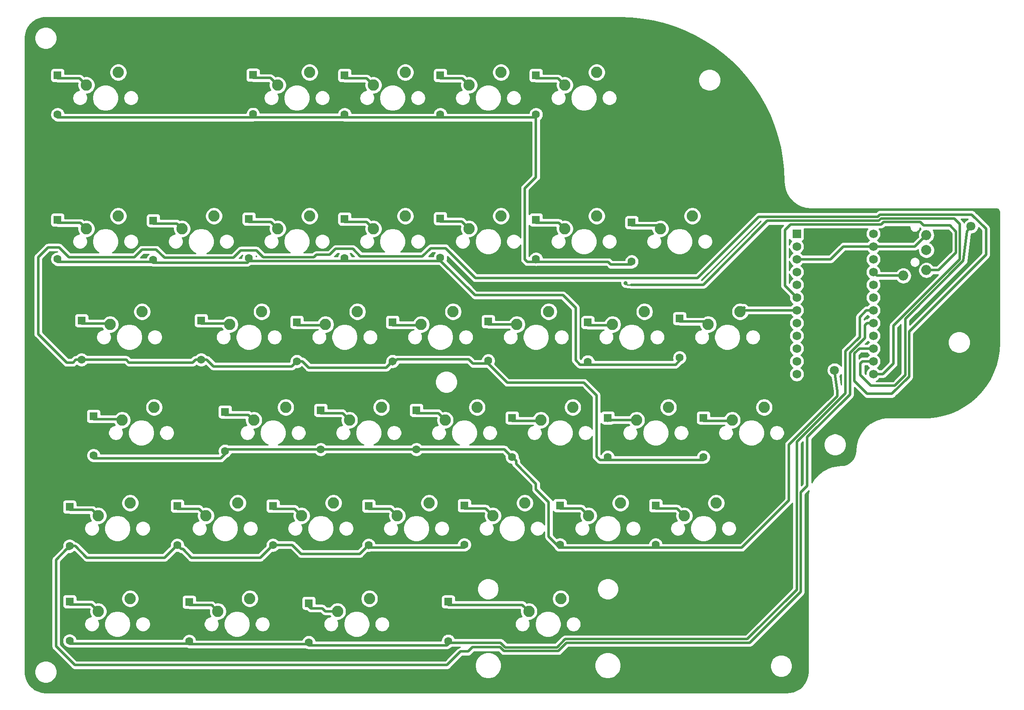
<source format=gbr>
%TF.GenerationSoftware,KiCad,Pcbnew,(5.1.4)-1*%
%TF.CreationDate,2021-04-07T12:38:03+03:00*%
%TF.ProjectId,SplitH,53706c69-7448-42e6-9b69-6361645f7063,rev?*%
%TF.SameCoordinates,Original*%
%TF.FileFunction,Copper,L1,Top*%
%TF.FilePolarity,Positive*%
%FSLAX46Y46*%
G04 Gerber Fmt 4.6, Leading zero omitted, Abs format (unit mm)*
G04 Created by KiCad (PCBNEW (5.1.4)-1) date 2021-04-07 12:38:03*
%MOMM*%
%LPD*%
G04 APERTURE LIST*
%TA.AperFunction,ComponentPad*%
%ADD10C,2.250000*%
%TD*%
%TA.AperFunction,ComponentPad*%
%ADD11C,1.752600*%
%TD*%
%TA.AperFunction,ComponentPad*%
%ADD12R,1.752600X1.752600*%
%TD*%
%TA.AperFunction,ComponentPad*%
%ADD13C,1.600000*%
%TD*%
%TA.AperFunction,ComponentPad*%
%ADD14R,1.600000X1.600000*%
%TD*%
%TA.AperFunction,ComponentPad*%
%ADD15O,2.000000X2.000000*%
%TD*%
%TA.AperFunction,ComponentPad*%
%ADD16C,2.000000*%
%TD*%
%TA.AperFunction,ViaPad*%
%ADD17C,1.800000*%
%TD*%
%TA.AperFunction,ViaPad*%
%ADD18C,0.800000*%
%TD*%
%TA.AperFunction,Conductor*%
%ADD19C,0.500000*%
%TD*%
%TA.AperFunction,Conductor*%
%ADD20C,0.250000*%
%TD*%
%TA.AperFunction,NonConductor*%
%ADD21C,0.254000*%
%TD*%
G04 APERTURE END LIST*
D10*
%TO.P,SW8,1*%
%TO.N,Net-(D8-Pad1)*%
X43815200Y-54610240D03*
%TO.P,SW8,2*%
%TO.N,/Sheet60785933/B4*%
X50165200Y-52070240D03*
%TD*%
%TO.P,SW32,2*%
%TO.N,/Sheet60785933/C6*%
X135890000Y-71120000D03*
%TO.P,SW32,1*%
%TO.N,Net-(D32-Pad1)*%
X129540000Y-73660000D03*
%TD*%
D11*
%TO.P,J1,24*%
%TO.N,/Sheet60785933/RAW*%
X181451980Y-55626000D03*
%TO.P,J1,12*%
%TO.N,/Sheet60785933/B5*%
X166211980Y-83566000D03*
%TO.P,J1,23*%
%TO.N,/Sheet606B5F3E/4*%
X181451980Y-58166000D03*
%TO.P,J1,22*%
%TO.N,/Sheet60785933/RESET*%
X181451980Y-60706000D03*
%TO.P,J1,21*%
%TO.N,/Sheet606B5F3E/1*%
X181451980Y-63246000D03*
%TO.P,J1,20*%
%TO.N,/Sheet60785933/F4*%
X181451980Y-65786000D03*
%TO.P,J1,19*%
%TO.N,/Sheet60785933/F5*%
X181451980Y-68326000D03*
%TO.P,J1,18*%
%TO.N,/Sheet60785933/F6*%
X181451980Y-70866000D03*
%TO.P,J1,17*%
%TO.N,/Sheet60785933/F7*%
X181451980Y-73406000D03*
%TO.P,J1,16*%
%TO.N,/Sheet60785933/B1*%
X181451980Y-75946000D03*
%TO.P,J1,15*%
%TO.N,/Sheet60785933/B3*%
X181451980Y-78486000D03*
%TO.P,J1,14*%
%TO.N,/Sheet60785933/B2*%
X181451980Y-81026000D03*
%TO.P,J1,13*%
%TO.N,/Sheet60785933/B6*%
X181451980Y-83566000D03*
%TO.P,J1,11*%
%TO.N,/Sheet60785933/B4*%
X166211980Y-81026000D03*
%TO.P,J1,10*%
%TO.N,/Sheet60785933/E6*%
X166211980Y-78486000D03*
%TO.P,J1,9*%
%TO.N,/Sheet60785933/D7*%
X166211980Y-75946000D03*
%TO.P,J1,8*%
%TO.N,/Sheet60785933/C6*%
X166211980Y-73406000D03*
%TO.P,J1,7*%
%TO.N,/Sheet60785933/D4*%
X166211980Y-70866000D03*
%TO.P,J1,6*%
%TO.N,/Sheet606B5F3E/2*%
X166211980Y-68326000D03*
%TO.P,J1,5*%
%TO.N,/Sheet606B5F3E/3*%
X166211980Y-65786000D03*
%TO.P,J1,4*%
%TO.N,/Sheet606B5F3E/4*%
X166211980Y-63246000D03*
%TO.P,J1,3*%
X166211980Y-60706000D03*
%TO.P,J1,2*%
%TO.N,/Sheet60785933/D2*%
X166211980Y-58166000D03*
D12*
%TO.P,J1,1*%
%TO.N,/Sheet60785933/D3*%
X166211980Y-55626000D03*
%TD*%
D10*
%TO.P,SW10,1*%
%TO.N,Net-(D10-Pad1)*%
X58102760Y-92710400D03*
%TO.P,SW10,2*%
%TO.N,/Sheet60785933/B4*%
X64452760Y-90170400D03*
%TD*%
%TO.P,SW16,1*%
%TO.N,Net-(D16-Pad1)*%
X77152840Y-92710400D03*
%TO.P,SW16,2*%
%TO.N,/Sheet60785933/E6*%
X83502840Y-90170400D03*
%TD*%
%TO.P,SW18,1*%
%TO.N,Net-(D18-Pad1)*%
X74771580Y-130810560D03*
%TO.P,SW18,2*%
%TO.N,/Sheet60785933/E6*%
X81121580Y-128270560D03*
%TD*%
%TO.P,SW38,2*%
%TO.N,/Sheet60785933/D4*%
X154940000Y-71120000D03*
%TO.P,SW38,1*%
%TO.N,Net-(D38-Pad1)*%
X148590000Y-73660000D03*
%TD*%
%TO.P,SW5,1*%
%TO.N,Net-(D5-Pad1)*%
X27146380Y-111760480D03*
%TO.P,SW5,2*%
%TO.N,/Sheet60785933/B5*%
X33496380Y-109220480D03*
%TD*%
%TO.P,SW3,1*%
%TO.N,Net-(D3-Pad1)*%
X29527640Y-73660320D03*
%TO.P,SW3,2*%
%TO.N,/Sheet60785933/B5*%
X35877640Y-71120320D03*
%TD*%
%TO.P,SW24,2*%
%TO.N,/Sheet60785933/D7*%
X119221250Y-128270000D03*
%TO.P,SW24,1*%
%TO.N,Net-(D24-Pad1)*%
X112871250Y-130810000D03*
%TD*%
D13*
%TO.P,D32,2*%
%TO.N,/Sheet60785933/B2*%
X124618750Y-81092200D03*
D14*
%TO.P,D32,1*%
%TO.N,Net-(D32-Pad1)*%
X124618750Y-73292200D03*
%TD*%
D13*
%TO.P,D24,2*%
%TO.N,/Sheet60785933/F6*%
X96837500Y-136723450D03*
D14*
%TO.P,D24,1*%
%TO.N,Net-(D24-Pad1)*%
X96837500Y-128923450D03*
%TD*%
D10*
%TO.P,SW37,2*%
%TO.N,/Sheet60785933/D4*%
X145415000Y-52070000D03*
%TO.P,SW37,1*%
%TO.N,Net-(D37-Pad1)*%
X139065000Y-54610000D03*
%TD*%
%TO.P,SW34,2*%
%TO.N,/Sheet60785933/C6*%
X131127500Y-109220000D03*
%TO.P,SW34,1*%
%TO.N,Net-(D34-Pad1)*%
X124777500Y-111760000D03*
%TD*%
%TO.P,SW31,2*%
%TO.N,/Sheet60785933/C6*%
X126365000Y-52070000D03*
%TO.P,SW31,1*%
%TO.N,Net-(D31-Pad1)*%
X120015000Y-54610000D03*
%TD*%
%TO.P,SW33,2*%
%TO.N,/Sheet60785933/C6*%
X140652500Y-90170000D03*
%TO.P,SW33,1*%
%TO.N,Net-(D33-Pad1)*%
X134302500Y-92710000D03*
%TD*%
%TO.P,SW39,2*%
%TO.N,/Sheet60785933/D4*%
X159702500Y-90170000D03*
%TO.P,SW39,1*%
%TO.N,Net-(D39-Pad1)*%
X153352500Y-92710000D03*
%TD*%
%TO.P,SW40,2*%
%TO.N,/Sheet60785933/D4*%
X150177500Y-109220000D03*
%TO.P,SW40,1*%
%TO.N,Net-(D40-Pad1)*%
X143827500Y-111760000D03*
%TD*%
D13*
%TO.P,D31,2*%
%TO.N,/Sheet60785933/B6*%
X114300000Y-60642200D03*
D14*
%TO.P,D31,1*%
%TO.N,Net-(D31-Pad1)*%
X114300000Y-52842200D03*
%TD*%
D10*
%TO.P,SW7,2*%
%TO.N,/Sheet60785933/B4*%
X69215000Y-23495000D03*
%TO.P,SW7,1*%
%TO.N,Net-(D7-Pad1)*%
X62865000Y-26035000D03*
%TD*%
D13*
%TO.P,D37,2*%
%TO.N,/Sheet60785933/B6*%
X133350000Y-61179700D03*
D14*
%TO.P,D37,1*%
%TO.N,Net-(D37-Pad1)*%
X133350000Y-53379700D03*
%TD*%
D13*
%TO.P,D7,2*%
%TO.N,/Sheet60785933/B6*%
X57943750Y-31810950D03*
D14*
%TO.P,D7,1*%
%TO.N,Net-(D7-Pad1)*%
X57943750Y-24010950D03*
%TD*%
D10*
%TO.P,SW21,1*%
%TO.N,Net-(D21-Pad1)*%
X91440400Y-73660320D03*
%TO.P,SW21,2*%
%TO.N,/Sheet60785933/D7*%
X97790400Y-71120320D03*
%TD*%
%TO.P,SW25,1*%
%TO.N,Net-(D25-Pad1)*%
X120015000Y-26035120D03*
%TO.P,SW25,2*%
%TO.N,/Sheet60785933/D2*%
X126365000Y-23495120D03*
%TD*%
%TO.P,SW26,1*%
%TO.N,Net-(D26-Pad1)*%
X100965000Y-54610000D03*
%TO.P,SW26,2*%
%TO.N,/Sheet60785933/D2*%
X107315000Y-52070000D03*
%TD*%
%TO.P,SW14,1*%
%TO.N,Net-(D14-Pad1)*%
X62865280Y-54610240D03*
%TO.P,SW14,2*%
%TO.N,/Sheet60785933/E6*%
X69215280Y-52070240D03*
%TD*%
%TO.P,SW2,1*%
%TO.N,Net-(D2-Pad1)*%
X24765120Y-54610240D03*
%TO.P,SW2,2*%
%TO.N,/Sheet60785933/B5*%
X31115120Y-52070240D03*
%TD*%
%TO.P,SW12,1*%
%TO.N,Net-(D12-Pad1)*%
X50958980Y-130810560D03*
%TO.P,SW12,2*%
%TO.N,/Sheet60785933/B4*%
X57308980Y-128270560D03*
%TD*%
%TO.P,SW6,1*%
%TO.N,Net-(D6-Pad1)*%
X27146380Y-130810560D03*
%TO.P,SW6,2*%
%TO.N,/Sheet60785933/B5*%
X33496380Y-128270560D03*
%TD*%
%TO.P,SW4,1*%
%TO.N,Net-(D4-Pad1)*%
X31908900Y-92710400D03*
%TO.P,SW4,2*%
%TO.N,/Sheet60785933/B5*%
X38258900Y-90170400D03*
%TD*%
%TO.P,SW29,1*%
%TO.N,Net-(D29-Pad1)*%
X105727500Y-111760000D03*
%TO.P,SW29,2*%
%TO.N,/Sheet60785933/D2*%
X112077500Y-109220000D03*
%TD*%
%TO.P,SW28,1*%
%TO.N,Net-(D28-Pad1)*%
X115252500Y-92710000D03*
%TO.P,SW28,2*%
%TO.N,/Sheet60785933/D2*%
X121602500Y-90170000D03*
%TD*%
%TO.P,SW27,1*%
%TO.N,Net-(D27-Pad1)*%
X110490000Y-73660000D03*
%TO.P,SW27,2*%
%TO.N,/Sheet60785933/D2*%
X116840000Y-71120000D03*
%TD*%
%TO.P,SW23,1*%
%TO.N,Net-(D23-Pad1)*%
X86677880Y-111760480D03*
%TO.P,SW23,2*%
%TO.N,/Sheet60785933/D7*%
X93027880Y-109220480D03*
%TD*%
%TO.P,SW22,1*%
%TO.N,Net-(D22-Pad1)*%
X96202920Y-92710400D03*
%TO.P,SW22,2*%
%TO.N,/Sheet60785933/D7*%
X102552920Y-90170400D03*
%TD*%
%TO.P,SW20,1*%
%TO.N,Net-(D20-Pad1)*%
X81915360Y-54610240D03*
%TO.P,SW20,2*%
%TO.N,/Sheet60785933/D7*%
X88265360Y-52070240D03*
%TD*%
%TO.P,SW19,1*%
%TO.N,Net-(D19-Pad1)*%
X100965360Y-26035120D03*
%TO.P,SW19,2*%
%TO.N,/Sheet60785933/D7*%
X107315360Y-23495120D03*
%TD*%
%TO.P,SW17,1*%
%TO.N,Net-(D17-Pad1)*%
X67627800Y-111760480D03*
%TO.P,SW17,2*%
%TO.N,/Sheet60785933/E6*%
X73977800Y-109220480D03*
%TD*%
%TO.P,SW15,1*%
%TO.N,Net-(D15-Pad1)*%
X72390320Y-73660320D03*
%TO.P,SW15,2*%
%TO.N,/Sheet60785933/E6*%
X78740320Y-71120320D03*
%TD*%
%TO.P,SW13,1*%
%TO.N,Net-(D13-Pad1)*%
X81915000Y-26035120D03*
%TO.P,SW13,2*%
%TO.N,/Sheet60785933/E6*%
X88265000Y-23495120D03*
%TD*%
%TO.P,SW11,1*%
%TO.N,Net-(D11-Pad1)*%
X48577720Y-111760480D03*
%TO.P,SW11,2*%
%TO.N,/Sheet60785933/B4*%
X54927720Y-109220480D03*
%TD*%
%TO.P,SW9,1*%
%TO.N,Net-(D9-Pad1)*%
X53340240Y-73660320D03*
%TO.P,SW9,2*%
%TO.N,/Sheet60785933/B4*%
X59690240Y-71120320D03*
%TD*%
%TO.P,SW1,1*%
%TO.N,Net-(D1-Pad1)*%
X24765120Y-26035120D03*
%TO.P,SW1,2*%
%TO.N,/Sheet60785933/B5*%
X31115120Y-23495120D03*
%TD*%
D15*
%TO.P,J2,1*%
%TO.N,/Sheet606B5F3E/1*%
X187424000Y-63980000D03*
%TO.P,J2,2*%
%TO.N,/Sheet606B5F3E/2*%
X192024000Y-62880000D03*
%TO.P,J2,4*%
%TO.N,/Sheet606B5F3E/4*%
X192024000Y-55880000D03*
D16*
%TO.P,J2,3*%
%TO.N,/Sheet606B5F3E/3*%
X192024000Y-58880000D03*
%TD*%
D13*
%TO.P,D40,2*%
%TO.N,/Sheet60785933/B1*%
X138112500Y-117535950D03*
D14*
%TO.P,D40,1*%
%TO.N,Net-(D40-Pad1)*%
X138112500Y-109735950D03*
%TD*%
%TO.P,D39,1*%
%TO.N,Net-(D39-Pad1)*%
X147637500Y-92273450D03*
D13*
%TO.P,D39,2*%
%TO.N,/Sheet60785933/B3*%
X147637500Y-100073450D03*
%TD*%
%TO.P,D38,2*%
%TO.N,/Sheet60785933/B2*%
X142875000Y-80298450D03*
D14*
%TO.P,D38,1*%
%TO.N,Net-(D38-Pad1)*%
X142875000Y-72498450D03*
%TD*%
D13*
%TO.P,D34,2*%
%TO.N,/Sheet60785933/B1*%
X119062500Y-117535950D03*
D14*
%TO.P,D34,1*%
%TO.N,Net-(D34-Pad1)*%
X119062500Y-109735950D03*
%TD*%
D13*
%TO.P,D33,2*%
%TO.N,/Sheet60785933/B3*%
X128587500Y-100073450D03*
D14*
%TO.P,D33,1*%
%TO.N,Net-(D33-Pad1)*%
X128587500Y-92273450D03*
%TD*%
D13*
%TO.P,D29,2*%
%TO.N,/Sheet60785933/F7*%
X100012500Y-117535950D03*
D14*
%TO.P,D29,1*%
%TO.N,Net-(D29-Pad1)*%
X100012500Y-109735950D03*
%TD*%
D13*
%TO.P,D28,2*%
%TO.N,/Sheet60785933/B1*%
X109537500Y-100073450D03*
D14*
%TO.P,D28,1*%
%TO.N,Net-(D28-Pad1)*%
X109537500Y-92273450D03*
%TD*%
D13*
%TO.P,D27,2*%
%TO.N,/Sheet60785933/B3*%
X104775000Y-80904700D03*
D14*
%TO.P,D27,1*%
%TO.N,Net-(D27-Pad1)*%
X104775000Y-73104700D03*
%TD*%
D13*
%TO.P,D26,2*%
%TO.N,/Sheet60785933/B2*%
X95250000Y-60385950D03*
D14*
%TO.P,D26,1*%
%TO.N,Net-(D26-Pad1)*%
X95250000Y-52585950D03*
%TD*%
D13*
%TO.P,D25,2*%
%TO.N,/Sheet60785933/B6*%
X114300000Y-31879700D03*
D14*
%TO.P,D25,1*%
%TO.N,Net-(D25-Pad1)*%
X114300000Y-24079700D03*
%TD*%
D13*
%TO.P,D23,2*%
%TO.N,/Sheet60785933/F7*%
X80962840Y-117605180D03*
D14*
%TO.P,D23,1*%
%TO.N,Net-(D23-Pad1)*%
X80962840Y-109805180D03*
%TD*%
D13*
%TO.P,D22,2*%
%TO.N,/Sheet60785933/B1*%
X90487880Y-98555100D03*
D14*
%TO.P,D22,1*%
%TO.N,Net-(D22-Pad1)*%
X90487880Y-90755100D03*
%TD*%
D13*
%TO.P,D21,2*%
%TO.N,/Sheet60785933/B3*%
X85725360Y-81023760D03*
D14*
%TO.P,D21,1*%
%TO.N,Net-(D21-Pad1)*%
X85725360Y-73223760D03*
%TD*%
D13*
%TO.P,D20,2*%
%TO.N,/Sheet60785933/B2*%
X76200320Y-60454940D03*
D14*
%TO.P,D20,1*%
%TO.N,Net-(D20-Pad1)*%
X76200320Y-52654940D03*
%TD*%
D13*
%TO.P,D19,2*%
%TO.N,/Sheet60785933/B6*%
X95250000Y-31879820D03*
D14*
%TO.P,D19,1*%
%TO.N,Net-(D19-Pad1)*%
X95250000Y-24079820D03*
%TD*%
D13*
%TO.P,D18,2*%
%TO.N,/Sheet60785933/F6*%
X69056540Y-136983370D03*
D14*
%TO.P,D18,1*%
%TO.N,Net-(D18-Pad1)*%
X69056540Y-129183370D03*
%TD*%
D13*
%TO.P,D17,2*%
%TO.N,/Sheet60785933/F7*%
X61912760Y-117605180D03*
D14*
%TO.P,D17,1*%
%TO.N,Net-(D17-Pad1)*%
X61912760Y-109805180D03*
%TD*%
D13*
%TO.P,D16,2*%
%TO.N,/Sheet60785933/B1*%
X71437800Y-98555100D03*
D14*
%TO.P,D16,1*%
%TO.N,Net-(D16-Pad1)*%
X71437800Y-90755100D03*
%TD*%
D13*
%TO.P,D15,2*%
%TO.N,/Sheet60785933/B3*%
X66675280Y-81023760D03*
D14*
%TO.P,D15,1*%
%TO.N,Net-(D15-Pad1)*%
X66675280Y-73223760D03*
%TD*%
D13*
%TO.P,D14,2*%
%TO.N,/Sheet60785933/B2*%
X57150240Y-60454940D03*
D14*
%TO.P,D14,1*%
%TO.N,Net-(D14-Pad1)*%
X57150240Y-52654940D03*
%TD*%
D13*
%TO.P,D13,2*%
%TO.N,/Sheet60785933/B6*%
X76200000Y-31879820D03*
D14*
%TO.P,D13,1*%
%TO.N,Net-(D13-Pad1)*%
X76200000Y-24079820D03*
%TD*%
D13*
%TO.P,D12,2*%
%TO.N,/Sheet60785933/F6*%
X45243940Y-136774000D03*
D14*
%TO.P,D12,1*%
%TO.N,Net-(D12-Pad1)*%
X45243940Y-128974000D03*
%TD*%
D13*
%TO.P,D11,2*%
%TO.N,/Sheet60785933/F7*%
X42862680Y-117605180D03*
D14*
%TO.P,D11,1*%
%TO.N,Net-(D11-Pad1)*%
X42862680Y-109805180D03*
%TD*%
D13*
%TO.P,D10,2*%
%TO.N,/Sheet60785933/B1*%
X52387720Y-98883210D03*
D14*
%TO.P,D10,1*%
%TO.N,Net-(D10-Pad1)*%
X52387720Y-91083210D03*
%TD*%
D13*
%TO.P,D9,2*%
%TO.N,/Sheet60785933/B3*%
X47625200Y-80695650D03*
D14*
%TO.P,D9,1*%
%TO.N,Net-(D9-Pad1)*%
X47625200Y-72895650D03*
%TD*%
D13*
%TO.P,D8,2*%
%TO.N,/Sheet60785933/B2*%
X38100160Y-60783050D03*
D14*
%TO.P,D8,1*%
%TO.N,Net-(D8-Pad1)*%
X38100160Y-52983050D03*
%TD*%
D13*
%TO.P,D6,2*%
%TO.N,/Sheet60785933/F6*%
X21431340Y-136655260D03*
D14*
%TO.P,D6,1*%
%TO.N,Net-(D6-Pad1)*%
X21431340Y-128855260D03*
%TD*%
D13*
%TO.P,D5,2*%
%TO.N,/Sheet60785933/F7*%
X21431340Y-117814550D03*
D14*
%TO.P,D5,1*%
%TO.N,Net-(D5-Pad1)*%
X21431340Y-110014550D03*
%TD*%
D13*
%TO.P,D4,2*%
%TO.N,/Sheet60785933/B1*%
X26193860Y-99745730D03*
D14*
%TO.P,D4,1*%
%TO.N,Net-(D4-Pad1)*%
X26193860Y-91945730D03*
%TD*%
D13*
%TO.P,D3,2*%
%TO.N,/Sheet60785933/B3*%
X23812600Y-80695650D03*
D14*
%TO.P,D3,1*%
%TO.N,Net-(D3-Pad1)*%
X23812600Y-72895650D03*
%TD*%
D13*
%TO.P,D2,2*%
%TO.N,/Sheet60785933/B2*%
X19050080Y-60664310D03*
D14*
%TO.P,D2,1*%
%TO.N,Net-(D2-Pad1)*%
X19050080Y-52864310D03*
%TD*%
D13*
%TO.P,D1,2*%
%TO.N,/Sheet60785933/B6*%
X19050080Y-31879820D03*
D14*
%TO.P,D1,1*%
%TO.N,Net-(D1-Pad1)*%
X19050080Y-24079820D03*
%TD*%
D17*
%TO.N,/Sheet60785933/B1*%
X173736000Y-82804000D03*
%TO.N,/Sheet60785933/B2*%
X200914000Y-54102000D03*
D18*
%TO.N,/Sheet60785933/B6*%
X132156600Y-65483000D03*
%TD*%
D19*
%TO.N,Net-(D1-Pad1)*%
X23405120Y-24675120D02*
X24765120Y-26035120D01*
X19050080Y-24675120D02*
X23405120Y-24675120D01*
%TO.N,Net-(D2-Pad1)*%
X23614490Y-53459610D02*
X24765120Y-54610240D01*
X19050080Y-53459610D02*
X23614490Y-53459610D01*
%TO.N,Net-(D3-Pad1)*%
X29358270Y-73490950D02*
X29527640Y-73660320D01*
X23812600Y-73490950D02*
X29358270Y-73490950D01*
%TO.N,Net-(D4-Pad1)*%
X31739530Y-92541030D02*
X31908900Y-92710400D01*
X26193860Y-92541030D02*
X31739530Y-92541030D01*
%TO.N,Net-(D5-Pad1)*%
X25995750Y-110609850D02*
X27146380Y-111760480D01*
X21431340Y-110609850D02*
X25995750Y-110609850D01*
%TO.N,Net-(D6-Pad1)*%
X25786380Y-129450560D02*
X27146380Y-130810560D01*
X21431340Y-129450560D02*
X25786380Y-129450560D01*
%TO.N,Net-(D8-Pad1)*%
X42783310Y-53578350D02*
X43815200Y-54610240D01*
X38100160Y-53578350D02*
X42783310Y-53578350D01*
%TO.N,Net-(D9-Pad1)*%
X53170870Y-73490950D02*
X53340240Y-73660320D01*
X47625200Y-73490950D02*
X53170870Y-73490950D01*
%TO.N,Net-(D10-Pad1)*%
X57070870Y-91678510D02*
X58102760Y-92710400D01*
X52387720Y-91678510D02*
X57070870Y-91678510D01*
%TO.N,Net-(D11-Pad1)*%
X47217720Y-110400480D02*
X48577720Y-111760480D01*
X42862680Y-110400480D02*
X47217720Y-110400480D01*
%TO.N,Net-(D12-Pad1)*%
X49717720Y-129569300D02*
X50958980Y-130810560D01*
X45243940Y-129569300D02*
X49717720Y-129569300D01*
%TO.N,Net-(D13-Pad1)*%
X80555000Y-24675120D02*
X81915000Y-26035120D01*
X76200000Y-24675120D02*
X80555000Y-24675120D01*
%TO.N,Net-(D14-Pad1)*%
X61505280Y-53250240D02*
X62865280Y-54610240D01*
X57150240Y-53250240D02*
X61505280Y-53250240D01*
%TO.N,Net-(D15-Pad1)*%
X72231580Y-73819060D02*
X72390320Y-73660320D01*
X66675280Y-73819060D02*
X72231580Y-73819060D01*
%TO.N,Net-(D16-Pad1)*%
X75792840Y-91350400D02*
X77152840Y-92710400D01*
X71437800Y-91350400D02*
X75792840Y-91350400D01*
%TO.N,Net-(D17-Pad1)*%
X66267800Y-110400480D02*
X67627800Y-111760480D01*
X61912760Y-110400480D02*
X66267800Y-110400480D01*
%TO.N,Net-(D18-Pad1)*%
X74771580Y-130810560D02*
X72322335Y-130810560D01*
X72322335Y-130810560D02*
X71733650Y-130221875D01*
X69499745Y-130221875D02*
X69056540Y-129778670D01*
X71733650Y-130221875D02*
X69499745Y-130221875D01*
%TO.N,Net-(D19-Pad1)*%
X99605360Y-24675120D02*
X100965360Y-26035120D01*
X95250000Y-24675120D02*
X99605360Y-24675120D01*
%TO.N,Net-(D20-Pad1)*%
X80555360Y-53250240D02*
X81915360Y-54610240D01*
X76200320Y-53250240D02*
X80555360Y-53250240D01*
%TO.N,Net-(D21-Pad1)*%
X91281660Y-73819060D02*
X91440400Y-73660320D01*
X85725360Y-73819060D02*
X91281660Y-73819060D01*
%TO.N,Net-(D22-Pad1)*%
X94842920Y-91350400D02*
X96202920Y-92710400D01*
X90487880Y-91350400D02*
X94842920Y-91350400D01*
%TO.N,Net-(D23-Pad1)*%
X85317880Y-110400480D02*
X86677880Y-111760480D01*
X80962840Y-110400480D02*
X85317880Y-110400480D01*
%TO.N,Net-(D25-Pad1)*%
X118654880Y-24675000D02*
X120015000Y-26035120D01*
X114300000Y-24675000D02*
X118654880Y-24675000D01*
%TO.N,Net-(D26-Pad1)*%
X99536250Y-53181250D02*
X100965000Y-54610000D01*
X95250000Y-53181250D02*
X99536250Y-53181250D01*
%TO.N,Net-(D27-Pad1)*%
X110450000Y-73700000D02*
X110490000Y-73660000D01*
X104775000Y-73700000D02*
X110450000Y-73700000D01*
D20*
%TO.N,Net-(D28-Pad1)*%
X109696700Y-92710400D02*
X109537960Y-92869140D01*
D19*
X115093750Y-92868750D02*
X115252500Y-92710000D01*
X109537500Y-92868750D02*
X115093750Y-92868750D01*
%TO.N,Net-(D29-Pad1)*%
X104298750Y-110331250D02*
X105727500Y-111760000D01*
X100012500Y-110331250D02*
X104298750Y-110331250D01*
%TO.N,Net-(D31-Pad1)*%
X118842500Y-53437500D02*
X120015000Y-54610000D01*
X114300000Y-53437500D02*
X118842500Y-53437500D01*
D20*
%TO.N,Net-(D32-Pad1)*%
X129381820Y-73819060D02*
X129540560Y-73660320D01*
D19*
X129312500Y-73887500D02*
X129540000Y-73660000D01*
X124618750Y-73887500D02*
X129312500Y-73887500D01*
D20*
%TO.N,Net-(D33-Pad1)*%
X128638670Y-92710400D02*
X128588040Y-92659770D01*
D19*
X128746250Y-92710000D02*
X128587500Y-92868750D01*
X134302500Y-92710000D02*
X128746250Y-92710000D01*
%TO.N,Net-(D34-Pad1)*%
X123348750Y-110331250D02*
X124777500Y-111760000D01*
X119062500Y-110331250D02*
X123348750Y-110331250D01*
D20*
%TO.N,/Sheet60785933/D4*%
X154940640Y-71120320D02*
X154940640Y-71279060D01*
X154940640Y-71279060D02*
X155893160Y-70326540D01*
D19*
X155733460Y-70326540D02*
X154940000Y-71120000D01*
X155194000Y-70866000D02*
X154940000Y-71120000D01*
X166211980Y-70866000D02*
X155194000Y-70866000D01*
%TO.N,/Sheet60785933/F6*%
X180086000Y-70866000D02*
X181451980Y-70866000D01*
X178738825Y-76198400D02*
X178738825Y-72213175D01*
X96577580Y-137578670D02*
X97088425Y-137067825D01*
X45125200Y-137250560D02*
X45243940Y-137369300D01*
X69056540Y-137578670D02*
X96577580Y-137578670D01*
X68847170Y-137369300D02*
X69056540Y-137578670D01*
X45243940Y-137369300D02*
X68847170Y-137369300D01*
X120109472Y-136367815D02*
X156370960Y-136367815D01*
X21431340Y-137250560D02*
X45125200Y-137250560D01*
X97088425Y-137067825D02*
X107251012Y-137067825D01*
X107251012Y-137067825D02*
X108188077Y-138004890D01*
X108188077Y-138004890D02*
X118472398Y-138004890D01*
X118472398Y-138004890D02*
X120109472Y-136367815D01*
X178738825Y-72213175D02*
X180086000Y-70866000D01*
X166237525Y-126501250D02*
X166237525Y-97033900D01*
X156370960Y-136367815D02*
X166237525Y-126501250D01*
X166237525Y-97033900D02*
X175911150Y-87360275D01*
X175911150Y-87360275D02*
X175911150Y-79026075D01*
X175911150Y-79026075D02*
X178738825Y-76198400D01*
%TO.N,/Sheet60785933/F7*%
X179780600Y-76399038D02*
X179780600Y-73838105D01*
X176804100Y-87657925D02*
X176804100Y-79375538D01*
X166981650Y-107154000D02*
X168321075Y-105814575D01*
X166981650Y-126947725D02*
X166981650Y-107154000D01*
X156861550Y-137067825D02*
X166981650Y-126947725D01*
X168321075Y-105814575D02*
X168321075Y-96140950D01*
X120399425Y-137067825D02*
X156861550Y-137067825D01*
X179780600Y-73838105D02*
X180212705Y-73406000D01*
X20890350Y-118409850D02*
X18751950Y-120548250D01*
X21431340Y-118409850D02*
X20890350Y-118409850D01*
X176804100Y-79375538D02*
X179780600Y-76399038D01*
X101647475Y-137960775D02*
X107154000Y-137960775D01*
X168321075Y-96140950D02*
X176804100Y-87657925D01*
X21640710Y-118200480D02*
X21431340Y-118409850D01*
X107898125Y-138704900D02*
X118762350Y-138704900D01*
X81032070Y-118131250D02*
X80962840Y-118200480D01*
X18751950Y-137811950D02*
X22472575Y-141532575D01*
X100012500Y-118131250D02*
X81032070Y-118131250D01*
X18751950Y-120548250D02*
X18751950Y-137811950D01*
X180212705Y-73406000D02*
X181451980Y-73406000D01*
X22472575Y-141532575D02*
X96587425Y-141532575D01*
X96587425Y-141532575D02*
X99291329Y-138828671D01*
X99291329Y-138828671D02*
X100779579Y-138828671D01*
X100779579Y-138828671D02*
X101647475Y-137960775D01*
X107154000Y-137960775D02*
X107898125Y-138704900D01*
X118762350Y-138704900D02*
X120399425Y-137067825D01*
X22562710Y-117814550D02*
X24890160Y-120142000D01*
X21431340Y-117814550D02*
X22562710Y-117814550D01*
X40325860Y-120142000D02*
X42862680Y-117605180D01*
X24890160Y-120142000D02*
X40325860Y-120142000D01*
X43662679Y-118405179D02*
X43983179Y-118405179D01*
X42862680Y-117605180D02*
X43662679Y-118405179D01*
X43983179Y-118405179D02*
X45720000Y-120142000D01*
X59375940Y-120142000D02*
X61912760Y-117605180D01*
X45720000Y-120142000D02*
X59375940Y-120142000D01*
X61912760Y-117605180D02*
X65789180Y-117605180D01*
X65789180Y-117605180D02*
X67564000Y-119380000D01*
X79188020Y-119380000D02*
X80962840Y-117605180D01*
X67564000Y-119380000D02*
X79188020Y-119380000D01*
D20*
%TO.N,/Sheet60785933/B1*%
X118734890Y-118200480D02*
X119063000Y-117872370D01*
X137250560Y-118200480D02*
X138113080Y-118200480D01*
X180974710Y-75406540D02*
X181451980Y-75406540D01*
D19*
X108614450Y-99150400D02*
X109537500Y-100073450D01*
X26193860Y-100341030D02*
X51525200Y-100341030D01*
X51525200Y-100341030D02*
X52715830Y-99150400D01*
X108019150Y-98555100D02*
X90487880Y-98555100D01*
X109537500Y-100073450D02*
X108019150Y-98555100D01*
X89356510Y-98555100D02*
X71437800Y-98555100D01*
X90487880Y-98555100D02*
X89356510Y-98555100D01*
X52715830Y-98555100D02*
X52387720Y-98883210D01*
X71437800Y-98555100D02*
X52715830Y-98555100D01*
X173736000Y-82804000D02*
X174299981Y-86939706D01*
X174299981Y-86939706D02*
X174299981Y-87981482D01*
X174299981Y-87981482D02*
X164652263Y-97629200D01*
X155260275Y-118131250D02*
X119024200Y-118131250D01*
X119024200Y-118131250D02*
X116827625Y-115934675D01*
X116827625Y-115934675D02*
X116827625Y-109088725D01*
X116827625Y-109088725D02*
X114297600Y-106558700D01*
X114297600Y-106558700D02*
X114297600Y-105428850D01*
X114297600Y-105428850D02*
X110337499Y-101468749D01*
X164652263Y-108739262D02*
X155260275Y-118131250D01*
X110337499Y-101468749D02*
X110337499Y-100873449D01*
X110337499Y-100873449D02*
X109537500Y-100073450D01*
X164652263Y-97629200D02*
X164652263Y-108739262D01*
D20*
%TO.N,/Sheet60785933/B3*%
X128378670Y-100669140D02*
X128588040Y-100459770D01*
X147519380Y-100459770D02*
X147638120Y-100341030D01*
D19*
X178683600Y-78486000D02*
X181451980Y-78486000D01*
X180227075Y-87509100D02*
X177697050Y-84979075D01*
X185138300Y-87509100D02*
X180227075Y-87509100D01*
X188561275Y-84086125D02*
X185138300Y-87509100D01*
X188561275Y-75156625D02*
X188561275Y-84086125D01*
X203890250Y-59827650D02*
X188561275Y-75156625D01*
X201087475Y-51816000D02*
X203890250Y-54618775D01*
X182759594Y-51816000D02*
X201087475Y-51816000D01*
X182338019Y-52237575D02*
X182759594Y-51816000D01*
X158647450Y-52237575D02*
X182338019Y-52237575D01*
X146443800Y-64441225D02*
X158647450Y-52237575D01*
X102242775Y-64441225D02*
X146443800Y-64441225D01*
X177697050Y-84979075D02*
X177697050Y-79472550D01*
X15180150Y-60274125D02*
X17114875Y-58339400D01*
X147637500Y-100668750D02*
X127010775Y-100668750D01*
X15180150Y-75603100D02*
X15180150Y-60274125D01*
X100903350Y-80663150D02*
X86681270Y-80663150D01*
X34378575Y-60274125D02*
X35866825Y-58785875D01*
X101740200Y-81500000D02*
X100903350Y-80663150D01*
X86681270Y-80663150D02*
X85725360Y-81619060D01*
X104775000Y-81500000D02*
X101740200Y-81500000D01*
X127010775Y-100668750D02*
X126352425Y-100010400D01*
X17114875Y-58339400D02*
X19347250Y-58339400D01*
X126352425Y-100010400D02*
X126352425Y-87806750D01*
X177697050Y-79472550D02*
X178683600Y-78486000D01*
X108551725Y-85276725D02*
X104775000Y-81500000D01*
X96289775Y-58488225D02*
X102242775Y-64441225D01*
X126352425Y-87806750D02*
X123822400Y-85276725D01*
X79323725Y-60125300D02*
X91676200Y-60125300D01*
X20868000Y-81290950D02*
X15180150Y-75603100D01*
X203890250Y-54618775D02*
X203890250Y-59827650D01*
X123822400Y-85276725D02*
X108551725Y-85276725D01*
X77835475Y-58637050D02*
X79323725Y-60125300D01*
X19347250Y-58339400D02*
X21281975Y-60274125D01*
X21281975Y-60274125D02*
X34378575Y-60274125D01*
X70096575Y-60274125D02*
X70543050Y-59827650D01*
X35866825Y-58785875D02*
X38694500Y-58785875D01*
X38694500Y-58785875D02*
X40331575Y-60422950D01*
X70543050Y-59827650D02*
X73221900Y-59827650D01*
X40331575Y-60422950D02*
X54023475Y-60422950D01*
X54023475Y-60422950D02*
X55511725Y-58934700D01*
X55511725Y-58934700D02*
X58637050Y-58934700D01*
X58637050Y-58934700D02*
X59976475Y-60274125D01*
X59976475Y-60274125D02*
X70096575Y-60274125D01*
X73221900Y-59827650D02*
X74412500Y-58637050D01*
X74412500Y-58637050D02*
X77835475Y-58637050D01*
X91676200Y-60125300D02*
X93313275Y-58488225D01*
X93313275Y-58488225D02*
X96289775Y-58488225D01*
X48756570Y-80695650D02*
X50102920Y-82042000D01*
X47625200Y-80695650D02*
X48756570Y-80695650D01*
X65657040Y-82042000D02*
X66675280Y-81023760D01*
X50102920Y-82042000D02*
X65657040Y-82042000D01*
X67806650Y-81023760D02*
X69078890Y-82296000D01*
X66675280Y-81023760D02*
X67806650Y-81023760D01*
X84453120Y-82296000D02*
X85725360Y-81023760D01*
X69078890Y-82296000D02*
X84453120Y-82296000D01*
X46493830Y-80695650D02*
X45909480Y-81280000D01*
X47625200Y-80695650D02*
X46493830Y-80695650D01*
X45909480Y-81280000D02*
X33274000Y-81280000D01*
X32689650Y-80695650D02*
X23812600Y-80695650D01*
X33274000Y-81280000D02*
X32689650Y-80695650D01*
X20868000Y-81290950D02*
X22108950Y-81290950D01*
X22681230Y-80695650D02*
X23812600Y-80695650D01*
X22108950Y-81267930D02*
X22681230Y-80695650D01*
X22108950Y-81290950D02*
X22108950Y-81267930D01*
%TO.N,/Sheet60785933/B2*%
X37981420Y-61259610D02*
X38100160Y-61378350D01*
X19050080Y-61259610D02*
X37981420Y-61259610D01*
X56822130Y-61378350D02*
X57150240Y-61050240D01*
X38100160Y-61378350D02*
X56822130Y-61378350D01*
X57150240Y-61050240D02*
X76200320Y-61050240D01*
X95181010Y-61050240D02*
X95250000Y-60981250D01*
X76200320Y-61050240D02*
X95181010Y-61050240D01*
X142081250Y-81687500D02*
X142875000Y-80893750D01*
X124618750Y-81687500D02*
X142081250Y-81687500D01*
X124618750Y-81687500D02*
X123060850Y-81687500D01*
X123060850Y-81687500D02*
X122185325Y-80811975D01*
X122185325Y-80811975D02*
X122185325Y-70394225D01*
X122185325Y-70394225D02*
X119655300Y-67864200D01*
X102132950Y-67864200D02*
X95250000Y-60981250D01*
X119655300Y-67864200D02*
X102132950Y-67864200D01*
X179324000Y-81026000D02*
X181451980Y-81026000D01*
X178887650Y-81462350D02*
X179324000Y-81026000D01*
X178887650Y-83788475D02*
X178887650Y-81462350D01*
X180971200Y-85872025D02*
X178887650Y-83788475D01*
X200152000Y-55118000D02*
X199389083Y-61002855D01*
X200914000Y-54102000D02*
X200152000Y-55118000D01*
X187817150Y-72574787D02*
X187817150Y-83788475D01*
X187817150Y-83788475D02*
X185733600Y-85872025D01*
X199389083Y-61002855D02*
X187817150Y-72574787D01*
X185733600Y-85872025D02*
X180971200Y-85872025D01*
D20*
%TO.N,/Sheet60785933/B6*%
X113972370Y-61050240D02*
X114300480Y-61378350D01*
X114300000Y-61118750D02*
X114300000Y-61237500D01*
D19*
X57874880Y-32475120D02*
X57943750Y-32406250D01*
X19050080Y-32475120D02*
X57874880Y-32475120D01*
X76131130Y-32406250D02*
X76200000Y-32475120D01*
X57943750Y-32406250D02*
X76131130Y-32406250D01*
X76200000Y-32475120D02*
X95250000Y-32475120D01*
X114299880Y-32475120D02*
X114300000Y-32475000D01*
X95250000Y-32475120D02*
X114299880Y-32475120D01*
X112582125Y-61237500D02*
X114300000Y-61237500D01*
X112065225Y-60720600D02*
X112582125Y-61237500D01*
X112065225Y-46582225D02*
X112065225Y-60720600D01*
X114300000Y-44347450D02*
X112065225Y-46582225D01*
X114300000Y-32475000D02*
X114300000Y-44347450D01*
X114300000Y-61237500D02*
X128655225Y-61237500D01*
X129192725Y-61775000D02*
X133350000Y-61775000D01*
X128655225Y-61237500D02*
X129192725Y-61775000D01*
D20*
X132454250Y-65780650D02*
X132156600Y-65483000D01*
X133198375Y-65780650D02*
X132454250Y-65780650D01*
D19*
X160354821Y-53060229D02*
X147634400Y-65780650D01*
X182505327Y-53060229D02*
X160354821Y-53060229D01*
X182987556Y-52578000D02*
X182505327Y-53060229D01*
X181451980Y-83566000D02*
X183388000Y-83566000D01*
X147634400Y-65780650D02*
X133198375Y-65780650D01*
X197533549Y-52578000D02*
X182987556Y-52578000D01*
X185452445Y-81501555D02*
X185452445Y-73949530D01*
X185452445Y-73949530D02*
X198689073Y-60712902D01*
X198689073Y-60712902D02*
X198689073Y-53733524D01*
X183388000Y-83566000D02*
X185452445Y-81501555D01*
X198689073Y-53733524D02*
X197533549Y-52578000D01*
%TO.N,/Sheet606B5F3E/4*%
X175514000Y-58166000D02*
X181451980Y-58166000D01*
X166211980Y-60706000D02*
X172974000Y-60706000D01*
X172974000Y-60706000D02*
X175514000Y-58166000D01*
X189738000Y-58166000D02*
X192024000Y-55880000D01*
X181451980Y-58166000D02*
X189738000Y-58166000D01*
%TO.N,/Sheet606B5F3E/2*%
X197937250Y-59364750D02*
X194422000Y-62880000D01*
X197937250Y-55184499D02*
X197937250Y-59364750D01*
X194422000Y-62880000D02*
X192024000Y-62880000D01*
X163856325Y-65970345D02*
X163856325Y-54879593D01*
X166211980Y-68326000D02*
X163856325Y-65970345D01*
X196746650Y-53993899D02*
X197937250Y-55184499D01*
X163856325Y-54879593D02*
X164975679Y-53760239D01*
X164975679Y-53760239D02*
X183020336Y-53760239D01*
X183020336Y-53760239D02*
X183501225Y-53279350D01*
X183501225Y-53279350D02*
X190793650Y-53279350D01*
X191508199Y-53993899D02*
X190793650Y-53279350D01*
X196746650Y-53993899D02*
X191508199Y-53993899D01*
%TO.N,/Sheet606B5F3E/1*%
X182185980Y-63980000D02*
X181451980Y-63246000D01*
X187424000Y-63980000D02*
X182185980Y-63980000D01*
%TO.N,Net-(D38-Pad1)*%
X148023750Y-73093750D02*
X148590000Y-73660000D01*
X142875000Y-73093750D02*
X148023750Y-73093750D01*
D20*
%TO.N,Net-(D39-Pad1)*%
X147807490Y-92710400D02*
X147638120Y-92541030D01*
D19*
X153193750Y-92868750D02*
X153352500Y-92710000D01*
X147637500Y-92868750D02*
X153193750Y-92868750D01*
%TO.N,Net-(D40-Pad1)*%
X142398750Y-110331250D02*
X143827500Y-111760000D01*
X138112500Y-110331250D02*
X142398750Y-110331250D01*
%TO.N,Net-(D7-Pad1)*%
X61436250Y-24606250D02*
X62865000Y-26035000D01*
X57943750Y-24606250D02*
X61436250Y-24606250D01*
%TO.N,Net-(D24-Pad1)*%
X111580000Y-129518750D02*
X112871250Y-130810000D01*
X96837500Y-129518750D02*
X111580000Y-129518750D01*
%TO.N,Net-(D37-Pad1)*%
X138430000Y-53975000D02*
X139065000Y-54610000D01*
X133350000Y-53975000D02*
X138430000Y-53975000D01*
%TD*%
D21*
G36*
X133191853Y-12642354D02*
G01*
X135404115Y-12869018D01*
X137595826Y-13245622D01*
X139756866Y-13770430D01*
X141877201Y-14441004D01*
X143946999Y-15254234D01*
X145956714Y-16206368D01*
X147897002Y-17292982D01*
X149758895Y-18509052D01*
X151533771Y-19848947D01*
X153213388Y-21306445D01*
X154790001Y-22874824D01*
X156256283Y-24546799D01*
X157605440Y-26314618D01*
X158831239Y-28170114D01*
X159928003Y-30104697D01*
X160890642Y-32109388D01*
X161714703Y-34174912D01*
X162396369Y-36291704D01*
X162932480Y-38449948D01*
X163320557Y-40639667D01*
X163558803Y-42850725D01*
X163646517Y-45083197D01*
X163646942Y-45245668D01*
X163647388Y-45257830D01*
X163647166Y-45261217D01*
X163647845Y-45278482D01*
X163673935Y-45776301D01*
X163679513Y-45814772D01*
X163682563Y-45853529D01*
X163685712Y-45870518D01*
X163855744Y-46725329D01*
X163870453Y-46774986D01*
X163883856Y-46825006D01*
X163890048Y-46841137D01*
X164213010Y-47650647D01*
X164236524Y-47696796D01*
X164258816Y-47743532D01*
X164267844Y-47758265D01*
X164732919Y-48495364D01*
X164764441Y-48536444D01*
X164794884Y-48578346D01*
X164806446Y-48591186D01*
X165398059Y-49231190D01*
X165436541Y-49265839D01*
X165474110Y-49301491D01*
X165487818Y-49312009D01*
X166186156Y-49833484D01*
X166230316Y-49860545D01*
X166273744Y-49888748D01*
X166289134Y-49896589D01*
X166289139Y-49896592D01*
X166289144Y-49896594D01*
X167070815Y-50282071D01*
X167119162Y-50300629D01*
X167167007Y-50320448D01*
X167183574Y-50325355D01*
X168022409Y-50561931D01*
X168073323Y-50571367D01*
X168123985Y-50582136D01*
X168141167Y-50583942D01*
X168141169Y-50583942D01*
X169006944Y-50663496D01*
X169037041Y-50666460D01*
X205946713Y-50666460D01*
X206081442Y-50679670D01*
X206179992Y-50709425D01*
X206270886Y-50757754D01*
X206350659Y-50822816D01*
X206416279Y-50902137D01*
X206465240Y-50992688D01*
X206495681Y-51091027D01*
X206509621Y-51223657D01*
X206509620Y-67898328D01*
X206509621Y-67898338D01*
X206509620Y-77374240D01*
X206432920Y-78888337D01*
X206206134Y-80370385D01*
X205830739Y-81821932D01*
X205310570Y-83228132D01*
X204650970Y-84574543D01*
X203858685Y-85847402D01*
X202941811Y-87033699D01*
X201909757Y-88121256D01*
X200773080Y-89098952D01*
X199543430Y-89956768D01*
X198233375Y-90685935D01*
X196856337Y-91278981D01*
X195426429Y-91729829D01*
X193958275Y-92033870D01*
X192458874Y-92188818D01*
X191682784Y-92209140D01*
X184515231Y-92209140D01*
X184499730Y-92210667D01*
X183956319Y-92236293D01*
X183922056Y-92240743D01*
X183887576Y-92243154D01*
X183871667Y-92245788D01*
X182911201Y-92416873D01*
X182866675Y-92428637D01*
X182821896Y-92439305D01*
X182806640Y-92444499D01*
X182806631Y-92444501D01*
X182806624Y-92444504D01*
X181887004Y-92770159D01*
X181845004Y-92789034D01*
X181802563Y-92806875D01*
X181788356Y-92814492D01*
X181788350Y-92814495D01*
X181788345Y-92814498D01*
X180934261Y-93285978D01*
X180895910Y-93311458D01*
X180856950Y-93335993D01*
X180844173Y-93345832D01*
X180078557Y-93950480D01*
X180044878Y-93981885D01*
X180010453Y-94012450D01*
X179999462Y-94024236D01*
X179999454Y-94024243D01*
X179999448Y-94024250D01*
X179342874Y-94745816D01*
X179314791Y-94782283D01*
X179285806Y-94818076D01*
X179276882Y-94831508D01*
X178746969Y-95650629D01*
X178725208Y-95691212D01*
X178702469Y-95731241D01*
X178695858Y-95745950D01*
X178306845Y-96640620D01*
X178292002Y-96684222D01*
X178276109Y-96727417D01*
X178271989Y-96743008D01*
X178034322Y-97689200D01*
X178026799Y-97734640D01*
X178018175Y-97779851D01*
X178016657Y-97795906D01*
X177937142Y-98763066D01*
X177875939Y-99387264D01*
X177711860Y-99930719D01*
X177445351Y-100431951D01*
X177086556Y-100871877D01*
X176649147Y-101233733D01*
X176149787Y-101503736D01*
X175607487Y-101671606D01*
X175009476Y-101734459D01*
X175007637Y-101734350D01*
X174991520Y-101734913D01*
X174431279Y-101761333D01*
X174397016Y-101765783D01*
X174362536Y-101768194D01*
X174346627Y-101770828D01*
X173386161Y-101941913D01*
X173341635Y-101953677D01*
X173296856Y-101964345D01*
X173281600Y-101969539D01*
X173281591Y-101969541D01*
X173281584Y-101969544D01*
X172361964Y-102295199D01*
X172319964Y-102314074D01*
X172277523Y-102331915D01*
X172263316Y-102339532D01*
X172263310Y-102339535D01*
X172263305Y-102339538D01*
X171409221Y-102811018D01*
X171370870Y-102836498D01*
X171331910Y-102861033D01*
X171319133Y-102870872D01*
X170553517Y-103475520D01*
X170519838Y-103506925D01*
X170485413Y-103537490D01*
X170474422Y-103549276D01*
X170474414Y-103549283D01*
X170474408Y-103549290D01*
X169817834Y-104270856D01*
X169789751Y-104307323D01*
X169760766Y-104343116D01*
X169751842Y-104356548D01*
X169221929Y-105175669D01*
X169206075Y-105205236D01*
X169206075Y-97411532D01*
X171596980Y-97411532D01*
X171596980Y-97851788D01*
X171682870Y-98283585D01*
X171851349Y-98690329D01*
X172095942Y-99056389D01*
X172407251Y-99367698D01*
X172773311Y-99612291D01*
X173180055Y-99780770D01*
X173611852Y-99866660D01*
X174052108Y-99866660D01*
X174483905Y-99780770D01*
X174890649Y-99612291D01*
X175256709Y-99367698D01*
X175568018Y-99056389D01*
X175812611Y-98690329D01*
X175981090Y-98283585D01*
X176066980Y-97851788D01*
X176066980Y-97411532D01*
X175981090Y-96979735D01*
X175812611Y-96572991D01*
X175568018Y-96206931D01*
X175256709Y-95895622D01*
X174890649Y-95651029D01*
X174483905Y-95482550D01*
X174052108Y-95396660D01*
X173611852Y-95396660D01*
X173180055Y-95482550D01*
X172773311Y-95651029D01*
X172407251Y-95895622D01*
X172095942Y-96206931D01*
X171851349Y-96572991D01*
X171682870Y-96979735D01*
X171596980Y-97411532D01*
X169206075Y-97411532D01*
X169206075Y-96507528D01*
X177399151Y-88314453D01*
X177432917Y-88286742D01*
X177462209Y-88251051D01*
X177543510Y-88151985D01*
X177543511Y-88151984D01*
X177625689Y-87998238D01*
X177676295Y-87831415D01*
X177689100Y-87701402D01*
X177689100Y-87701392D01*
X177693381Y-87657926D01*
X177689100Y-87614459D01*
X177689100Y-86222703D01*
X179570545Y-88104149D01*
X179598258Y-88137917D01*
X179632026Y-88165630D01*
X179632028Y-88165632D01*
X179733016Y-88248511D01*
X179886761Y-88330689D01*
X180019130Y-88370843D01*
X180053585Y-88381295D01*
X180183598Y-88394100D01*
X180183606Y-88394100D01*
X180227075Y-88398381D01*
X180270544Y-88394100D01*
X185094831Y-88394100D01*
X185138300Y-88398381D01*
X185181769Y-88394100D01*
X185181777Y-88394100D01*
X185311790Y-88381295D01*
X185478613Y-88330689D01*
X185632359Y-88248511D01*
X185767117Y-88137917D01*
X185794834Y-88104144D01*
X189156324Y-84742655D01*
X189190092Y-84714942D01*
X189220610Y-84677757D01*
X189300686Y-84580184D01*
X189382864Y-84426439D01*
X189433470Y-84259615D01*
X189435580Y-84238188D01*
X189446275Y-84129602D01*
X189446275Y-84129594D01*
X189450556Y-84086125D01*
X189446275Y-84042656D01*
X189446275Y-77020047D01*
X196297550Y-77020047D01*
X196297550Y-77460303D01*
X196383440Y-77892100D01*
X196551919Y-78298844D01*
X196796512Y-78664904D01*
X197107821Y-78976213D01*
X197473881Y-79220806D01*
X197880625Y-79389285D01*
X198312422Y-79475175D01*
X198752678Y-79475175D01*
X199184475Y-79389285D01*
X199591219Y-79220806D01*
X199957279Y-78976213D01*
X200268588Y-78664904D01*
X200513181Y-78298844D01*
X200681660Y-77892100D01*
X200767550Y-77460303D01*
X200767550Y-77020047D01*
X200681660Y-76588250D01*
X200513181Y-76181506D01*
X200268588Y-75815446D01*
X199957279Y-75504137D01*
X199591219Y-75259544D01*
X199184475Y-75091065D01*
X198752678Y-75005175D01*
X198312422Y-75005175D01*
X197880625Y-75091065D01*
X197473881Y-75259544D01*
X197107821Y-75504137D01*
X196796512Y-75815446D01*
X196551919Y-76181506D01*
X196383440Y-76588250D01*
X196297550Y-77020047D01*
X189446275Y-77020047D01*
X189446275Y-75523203D01*
X204485299Y-60484180D01*
X204519067Y-60456467D01*
X204546783Y-60422696D01*
X204609461Y-60346323D01*
X204629661Y-60321709D01*
X204711839Y-60167963D01*
X204762445Y-60001140D01*
X204775250Y-59871127D01*
X204775250Y-59871117D01*
X204779531Y-59827651D01*
X204775250Y-59784185D01*
X204775250Y-54662240D01*
X204779531Y-54618774D01*
X204775250Y-54575308D01*
X204775250Y-54575298D01*
X204762445Y-54445285D01*
X204711839Y-54278462D01*
X204629661Y-54124716D01*
X204587905Y-54073837D01*
X204546782Y-54023728D01*
X204546780Y-54023726D01*
X204519067Y-53989958D01*
X204485300Y-53962246D01*
X201744009Y-51220956D01*
X201716292Y-51187183D01*
X201581534Y-51076589D01*
X201427788Y-50994411D01*
X201260965Y-50943805D01*
X201130952Y-50931000D01*
X201130944Y-50931000D01*
X201087475Y-50926719D01*
X201044006Y-50931000D01*
X182803060Y-50931000D01*
X182759593Y-50926719D01*
X182716127Y-50931000D01*
X182716117Y-50931000D01*
X182586104Y-50943805D01*
X182419281Y-50994411D01*
X182265535Y-51076589D01*
X182130777Y-51187183D01*
X182103060Y-51220956D01*
X181971441Y-51352575D01*
X158690915Y-51352575D01*
X158647449Y-51348294D01*
X158603983Y-51352575D01*
X158603973Y-51352575D01*
X158473960Y-51365380D01*
X158307137Y-51415986D01*
X158153391Y-51498164D01*
X158147877Y-51502689D01*
X158052403Y-51581043D01*
X158052401Y-51581045D01*
X158018633Y-51608758D01*
X157990920Y-51642526D01*
X146077222Y-63556225D01*
X102609354Y-63556225D01*
X96946309Y-57893181D01*
X96918592Y-57859408D01*
X96783834Y-57748814D01*
X96630088Y-57666636D01*
X96463265Y-57616030D01*
X96333252Y-57603225D01*
X96333244Y-57603225D01*
X96289775Y-57598944D01*
X96246306Y-57603225D01*
X93356744Y-57603225D01*
X93313275Y-57598944D01*
X93269806Y-57603225D01*
X93269798Y-57603225D01*
X93139785Y-57616030D01*
X92972961Y-57666636D01*
X92819216Y-57748814D01*
X92718228Y-57831693D01*
X92718226Y-57831695D01*
X92684458Y-57859408D01*
X92656745Y-57893176D01*
X91309622Y-59240300D01*
X87329259Y-59240300D01*
X87401186Y-59192240D01*
X87767360Y-58826066D01*
X88055061Y-58395491D01*
X88253233Y-57917062D01*
X88354260Y-57409164D01*
X88354260Y-57001518D01*
X89295360Y-57001518D01*
X89295360Y-57298962D01*
X89353389Y-57590691D01*
X89467216Y-57865493D01*
X89632467Y-58112809D01*
X89842791Y-58323133D01*
X90090107Y-58488384D01*
X90364909Y-58602211D01*
X90656638Y-58660240D01*
X90954082Y-58660240D01*
X91245811Y-58602211D01*
X91520613Y-58488384D01*
X91767929Y-58323133D01*
X91978253Y-58112809D01*
X92143504Y-57865493D01*
X92257331Y-57590691D01*
X92315360Y-57298962D01*
X92315360Y-57001518D01*
X92257331Y-56709789D01*
X92143504Y-56434987D01*
X91978253Y-56187671D01*
X91767929Y-55977347D01*
X91520613Y-55812096D01*
X91245811Y-55698269D01*
X90954082Y-55640240D01*
X90656638Y-55640240D01*
X90364909Y-55698269D01*
X90090107Y-55812096D01*
X89842791Y-55977347D01*
X89632467Y-56187671D01*
X89467216Y-56434987D01*
X89353389Y-56709789D01*
X89295360Y-57001518D01*
X88354260Y-57001518D01*
X88354260Y-56891316D01*
X88253233Y-56383418D01*
X88055061Y-55904989D01*
X87767360Y-55474414D01*
X87401186Y-55108240D01*
X86970611Y-54820539D01*
X86492182Y-54622367D01*
X85984284Y-54521340D01*
X85466436Y-54521340D01*
X84958538Y-54622367D01*
X84480109Y-54820539D01*
X84049534Y-55108240D01*
X83683360Y-55474414D01*
X83395659Y-55904989D01*
X83197487Y-56383418D01*
X83096460Y-56891316D01*
X83096460Y-57409164D01*
X83197487Y-57917062D01*
X83395659Y-58395491D01*
X83683360Y-58826066D01*
X84049534Y-59192240D01*
X84121461Y-59240300D01*
X79690304Y-59240300D01*
X78492009Y-58042006D01*
X78464292Y-58008233D01*
X78329534Y-57897639D01*
X78175788Y-57815461D01*
X78008965Y-57764855D01*
X77878952Y-57752050D01*
X77878944Y-57752050D01*
X77835475Y-57747769D01*
X77792006Y-57752050D01*
X74455969Y-57752050D01*
X74412500Y-57747769D01*
X74369031Y-57752050D01*
X74369023Y-57752050D01*
X74239010Y-57764855D01*
X74072186Y-57815461D01*
X73918441Y-57897639D01*
X73817453Y-57980518D01*
X73817451Y-57980520D01*
X73783683Y-58008233D01*
X73755970Y-58042001D01*
X72855322Y-58942650D01*
X70586518Y-58942650D01*
X70543049Y-58938369D01*
X70499580Y-58942650D01*
X70499573Y-58942650D01*
X70385735Y-58953862D01*
X70369559Y-58955455D01*
X70356667Y-58959366D01*
X70202737Y-59006061D01*
X70048991Y-59088239D01*
X69914233Y-59198833D01*
X69886518Y-59232604D01*
X69729997Y-59389125D01*
X68056447Y-59389125D01*
X68351106Y-59192240D01*
X68717280Y-58826066D01*
X69004981Y-58395491D01*
X69203153Y-57917062D01*
X69304180Y-57409164D01*
X69304180Y-57001518D01*
X70245280Y-57001518D01*
X70245280Y-57298962D01*
X70303309Y-57590691D01*
X70417136Y-57865493D01*
X70582387Y-58112809D01*
X70792711Y-58323133D01*
X71040027Y-58488384D01*
X71314829Y-58602211D01*
X71606558Y-58660240D01*
X71904002Y-58660240D01*
X72195731Y-58602211D01*
X72470533Y-58488384D01*
X72717849Y-58323133D01*
X72928173Y-58112809D01*
X73093424Y-57865493D01*
X73207251Y-57590691D01*
X73265280Y-57298962D01*
X73265280Y-57001518D01*
X73207251Y-56709789D01*
X73093424Y-56434987D01*
X72928173Y-56187671D01*
X72717849Y-55977347D01*
X72470533Y-55812096D01*
X72195731Y-55698269D01*
X71904002Y-55640240D01*
X71606558Y-55640240D01*
X71314829Y-55698269D01*
X71040027Y-55812096D01*
X70792711Y-55977347D01*
X70582387Y-56187671D01*
X70417136Y-56434987D01*
X70303309Y-56709789D01*
X70245280Y-57001518D01*
X69304180Y-57001518D01*
X69304180Y-56891316D01*
X69203153Y-56383418D01*
X69004981Y-55904989D01*
X68717280Y-55474414D01*
X68351106Y-55108240D01*
X67920531Y-54820539D01*
X67442102Y-54622367D01*
X66934204Y-54521340D01*
X66416356Y-54521340D01*
X65908458Y-54622367D01*
X65430029Y-54820539D01*
X64999454Y-55108240D01*
X64633280Y-55474414D01*
X64345579Y-55904989D01*
X64147407Y-56383418D01*
X64046380Y-56891316D01*
X64046380Y-57409164D01*
X64147407Y-57917062D01*
X64345579Y-58395491D01*
X64633280Y-58826066D01*
X64999454Y-59192240D01*
X65294113Y-59389125D01*
X60343054Y-59389125D01*
X59293584Y-58339656D01*
X59265867Y-58305883D01*
X59131109Y-58195289D01*
X58977363Y-58113111D01*
X58810540Y-58062505D01*
X58680527Y-58049700D01*
X58680519Y-58049700D01*
X58637050Y-58045419D01*
X58593581Y-58049700D01*
X55555190Y-58049700D01*
X55511724Y-58045419D01*
X55468258Y-58049700D01*
X55468248Y-58049700D01*
X55338235Y-58062505D01*
X55171412Y-58113111D01*
X55017666Y-58195289D01*
X55017664Y-58195290D01*
X55017665Y-58195290D01*
X54916678Y-58278168D01*
X54916676Y-58278170D01*
X54882908Y-58305883D01*
X54855195Y-58339651D01*
X53656897Y-59537950D01*
X48730405Y-59537950D01*
X48870451Y-59479941D01*
X49301026Y-59192240D01*
X49667200Y-58826066D01*
X49954901Y-58395491D01*
X50153073Y-57917062D01*
X50254100Y-57409164D01*
X50254100Y-57001518D01*
X51195200Y-57001518D01*
X51195200Y-57298962D01*
X51253229Y-57590691D01*
X51367056Y-57865493D01*
X51532307Y-58112809D01*
X51742631Y-58323133D01*
X51989947Y-58488384D01*
X52264749Y-58602211D01*
X52556478Y-58660240D01*
X52853922Y-58660240D01*
X53145651Y-58602211D01*
X53420453Y-58488384D01*
X53667769Y-58323133D01*
X53878093Y-58112809D01*
X54043344Y-57865493D01*
X54157171Y-57590691D01*
X54215200Y-57298962D01*
X54215200Y-57001518D01*
X54157171Y-56709789D01*
X54043344Y-56434987D01*
X53878093Y-56187671D01*
X53667769Y-55977347D01*
X53420453Y-55812096D01*
X53145651Y-55698269D01*
X52853922Y-55640240D01*
X52556478Y-55640240D01*
X52264749Y-55698269D01*
X51989947Y-55812096D01*
X51742631Y-55977347D01*
X51532307Y-56187671D01*
X51367056Y-56434987D01*
X51253229Y-56709789D01*
X51195200Y-57001518D01*
X50254100Y-57001518D01*
X50254100Y-56891316D01*
X50153073Y-56383418D01*
X49954901Y-55904989D01*
X49667200Y-55474414D01*
X49301026Y-55108240D01*
X48870451Y-54820539D01*
X48392022Y-54622367D01*
X47884124Y-54521340D01*
X47366276Y-54521340D01*
X46858378Y-54622367D01*
X46379949Y-54820539D01*
X45949374Y-55108240D01*
X45583200Y-55474414D01*
X45295499Y-55904989D01*
X45097327Y-56383418D01*
X44996300Y-56891316D01*
X44996300Y-57409164D01*
X45097327Y-57917062D01*
X45295499Y-58395491D01*
X45583200Y-58826066D01*
X45949374Y-59192240D01*
X46379949Y-59479941D01*
X46519995Y-59537950D01*
X40698154Y-59537950D01*
X39351034Y-58190831D01*
X39323317Y-58157058D01*
X39188559Y-58046464D01*
X39034813Y-57964286D01*
X38867990Y-57913680D01*
X38737977Y-57900875D01*
X38737969Y-57900875D01*
X38694500Y-57896594D01*
X38651031Y-57900875D01*
X35910290Y-57900875D01*
X35866824Y-57896594D01*
X35823358Y-57900875D01*
X35823348Y-57900875D01*
X35693335Y-57913680D01*
X35526512Y-57964286D01*
X35372766Y-58046464D01*
X35372764Y-58046465D01*
X35372765Y-58046465D01*
X35271778Y-58129343D01*
X35271776Y-58129345D01*
X35238008Y-58157058D01*
X35210295Y-58190826D01*
X34011997Y-59389125D01*
X29956287Y-59389125D01*
X30250946Y-59192240D01*
X30617120Y-58826066D01*
X30904821Y-58395491D01*
X31102993Y-57917062D01*
X31204020Y-57409164D01*
X31204020Y-57001518D01*
X32145120Y-57001518D01*
X32145120Y-57298962D01*
X32203149Y-57590691D01*
X32316976Y-57865493D01*
X32482227Y-58112809D01*
X32692551Y-58323133D01*
X32939867Y-58488384D01*
X33214669Y-58602211D01*
X33506398Y-58660240D01*
X33803842Y-58660240D01*
X34095571Y-58602211D01*
X34370373Y-58488384D01*
X34617689Y-58323133D01*
X34828013Y-58112809D01*
X34993264Y-57865493D01*
X35107091Y-57590691D01*
X35165120Y-57298962D01*
X35165120Y-57001518D01*
X35107091Y-56709789D01*
X34993264Y-56434987D01*
X34828013Y-56187671D01*
X34617689Y-55977347D01*
X34370373Y-55812096D01*
X34095571Y-55698269D01*
X33803842Y-55640240D01*
X33506398Y-55640240D01*
X33214669Y-55698269D01*
X32939867Y-55812096D01*
X32692551Y-55977347D01*
X32482227Y-56187671D01*
X32316976Y-56434987D01*
X32203149Y-56709789D01*
X32145120Y-57001518D01*
X31204020Y-57001518D01*
X31204020Y-56891316D01*
X31102993Y-56383418D01*
X30904821Y-55904989D01*
X30617120Y-55474414D01*
X30250946Y-55108240D01*
X29820371Y-54820539D01*
X29341942Y-54622367D01*
X28834044Y-54521340D01*
X28316196Y-54521340D01*
X27808298Y-54622367D01*
X27329869Y-54820539D01*
X26899294Y-55108240D01*
X26533120Y-55474414D01*
X26245419Y-55904989D01*
X26047247Y-56383418D01*
X25946220Y-56891316D01*
X25946220Y-57409164D01*
X26047247Y-57917062D01*
X26245419Y-58395491D01*
X26533120Y-58826066D01*
X26899294Y-59192240D01*
X27193953Y-59389125D01*
X21648554Y-59389125D01*
X20003784Y-57744356D01*
X19976067Y-57710583D01*
X19841309Y-57599989D01*
X19687563Y-57517811D01*
X19520740Y-57467205D01*
X19390727Y-57454400D01*
X19390719Y-57454400D01*
X19347250Y-57450119D01*
X19303781Y-57454400D01*
X17158340Y-57454400D01*
X17114874Y-57450119D01*
X17071408Y-57454400D01*
X17071398Y-57454400D01*
X16941385Y-57467205D01*
X16774562Y-57517811D01*
X16620816Y-57599989D01*
X16620814Y-57599990D01*
X16620815Y-57599990D01*
X16519828Y-57682868D01*
X16519826Y-57682870D01*
X16486058Y-57710583D01*
X16458345Y-57744351D01*
X14585101Y-59617596D01*
X14551334Y-59645308D01*
X14523621Y-59679076D01*
X14523618Y-59679079D01*
X14440740Y-59780066D01*
X14358562Y-59933812D01*
X14307955Y-60100635D01*
X14290869Y-60274125D01*
X14295151Y-60317604D01*
X14295150Y-75559631D01*
X14290869Y-75603100D01*
X14295150Y-75646569D01*
X14295150Y-75646576D01*
X14304598Y-75742506D01*
X14307955Y-75776590D01*
X14314192Y-75797150D01*
X14358561Y-75943412D01*
X14440739Y-76097158D01*
X14551333Y-76231917D01*
X14585106Y-76259634D01*
X20211470Y-81885999D01*
X20239183Y-81919767D01*
X20272951Y-81947480D01*
X20272953Y-81947482D01*
X20373941Y-82030361D01*
X20527686Y-82112539D01*
X20694510Y-82163145D01*
X20824523Y-82175950D01*
X20824531Y-82175950D01*
X20868000Y-82180231D01*
X20911469Y-82175950D01*
X22065473Y-82175950D01*
X22108950Y-82180232D01*
X22152426Y-82175950D01*
X22152427Y-82175950D01*
X22282440Y-82163145D01*
X22449263Y-82112539D01*
X22603009Y-82030361D01*
X22737767Y-81919767D01*
X22848361Y-81785009D01*
X22854001Y-81774457D01*
X22858006Y-81770452D01*
X22897841Y-81810287D01*
X23132873Y-81967330D01*
X23394026Y-82075503D01*
X23671265Y-82130650D01*
X23953935Y-82130650D01*
X24231174Y-82075503D01*
X24492327Y-81967330D01*
X24727359Y-81810287D01*
X24927237Y-81610409D01*
X24947121Y-81580650D01*
X32323072Y-81580650D01*
X32617466Y-81875044D01*
X32645183Y-81908817D01*
X32779941Y-82019411D01*
X32933687Y-82101589D01*
X33100510Y-82152195D01*
X33230523Y-82165000D01*
X33230531Y-82165000D01*
X33274000Y-82169281D01*
X33317469Y-82165000D01*
X45866011Y-82165000D01*
X45909480Y-82169281D01*
X45952949Y-82165000D01*
X45952957Y-82165000D01*
X46082970Y-82152195D01*
X46249793Y-82101589D01*
X46403539Y-82019411D01*
X46538297Y-81908817D01*
X46566014Y-81875044D01*
X46670606Y-81770452D01*
X46710441Y-81810287D01*
X46945473Y-81967330D01*
X47206626Y-82075503D01*
X47483865Y-82130650D01*
X47766535Y-82130650D01*
X48043774Y-82075503D01*
X48304927Y-81967330D01*
X48539959Y-81810287D01*
X48579794Y-81770452D01*
X49446390Y-82637049D01*
X49474103Y-82670817D01*
X49507871Y-82698530D01*
X49507873Y-82698532D01*
X49563777Y-82744411D01*
X49608861Y-82781411D01*
X49762607Y-82863589D01*
X49929430Y-82914195D01*
X50059443Y-82927000D01*
X50059453Y-82927000D01*
X50102919Y-82931281D01*
X50146385Y-82927000D01*
X65613571Y-82927000D01*
X65657040Y-82931281D01*
X65700509Y-82927000D01*
X65700517Y-82927000D01*
X65830530Y-82914195D01*
X65997353Y-82863589D01*
X66151099Y-82781411D01*
X66285857Y-82670817D01*
X66313574Y-82637044D01*
X66498841Y-82451777D01*
X66533945Y-82458760D01*
X66816615Y-82458760D01*
X67093854Y-82403613D01*
X67355007Y-82295440D01*
X67590039Y-82138397D01*
X67629874Y-82098562D01*
X68422360Y-82891049D01*
X68450073Y-82924817D01*
X68483841Y-82952530D01*
X68483843Y-82952532D01*
X68555342Y-83011210D01*
X68584831Y-83035411D01*
X68738577Y-83117589D01*
X68905400Y-83168195D01*
X69035413Y-83181000D01*
X69035423Y-83181000D01*
X69078889Y-83185281D01*
X69122356Y-83181000D01*
X84409651Y-83181000D01*
X84453120Y-83185281D01*
X84496589Y-83181000D01*
X84496597Y-83181000D01*
X84626610Y-83168195D01*
X84793433Y-83117589D01*
X84947179Y-83035411D01*
X85081937Y-82924817D01*
X85109654Y-82891044D01*
X85519318Y-82481380D01*
X85551870Y-82491255D01*
X85725360Y-82508341D01*
X85898850Y-82491255D01*
X86065673Y-82440648D01*
X86129643Y-82406456D01*
X86143934Y-82403613D01*
X86405087Y-82295440D01*
X86640119Y-82138397D01*
X86839997Y-81938519D01*
X86997040Y-81703487D01*
X87061383Y-81548150D01*
X100536772Y-81548150D01*
X101083670Y-82095049D01*
X101111383Y-82128817D01*
X101145151Y-82156530D01*
X101145153Y-82156532D01*
X101246141Y-82239411D01*
X101399886Y-82321589D01*
X101543971Y-82365297D01*
X101566710Y-82372195D01*
X101696723Y-82385000D01*
X101696731Y-82385000D01*
X101740200Y-82389281D01*
X101783669Y-82385000D01*
X104408422Y-82385000D01*
X107895195Y-85871774D01*
X107922908Y-85905542D01*
X107956676Y-85933255D01*
X107956678Y-85933257D01*
X107957831Y-85934203D01*
X108057666Y-86016136D01*
X108211412Y-86098314D01*
X108378235Y-86148920D01*
X108508248Y-86161725D01*
X108508256Y-86161725D01*
X108551725Y-86166006D01*
X108595194Y-86161725D01*
X123455822Y-86161725D01*
X125467426Y-88173330D01*
X125467425Y-94514964D01*
X125315393Y-94287431D01*
X125105069Y-94077107D01*
X124857753Y-93911856D01*
X124582951Y-93798029D01*
X124291222Y-93740000D01*
X123993778Y-93740000D01*
X123702049Y-93798029D01*
X123427247Y-93911856D01*
X123179931Y-94077107D01*
X122969607Y-94287431D01*
X122804356Y-94534747D01*
X122690529Y-94809549D01*
X122632500Y-95101278D01*
X122632500Y-95398722D01*
X122690529Y-95690451D01*
X122804356Y-95965253D01*
X122969607Y-96212569D01*
X123179931Y-96422893D01*
X123427247Y-96588144D01*
X123702049Y-96701971D01*
X123993778Y-96760000D01*
X124291222Y-96760000D01*
X124582951Y-96701971D01*
X124857753Y-96588144D01*
X125105069Y-96422893D01*
X125315393Y-96212569D01*
X125467425Y-95985036D01*
X125467425Y-99966931D01*
X125463144Y-100010400D01*
X125467425Y-100053869D01*
X125467425Y-100053876D01*
X125480230Y-100183889D01*
X125530836Y-100350712D01*
X125613014Y-100504458D01*
X125723608Y-100639217D01*
X125757381Y-100666934D01*
X126354245Y-101263799D01*
X126381958Y-101297567D01*
X126415726Y-101325280D01*
X126415728Y-101325282D01*
X126467179Y-101367507D01*
X126516716Y-101408161D01*
X126670462Y-101490339D01*
X126837285Y-101540945D01*
X126967298Y-101553750D01*
X126967308Y-101553750D01*
X127010774Y-101558031D01*
X127054240Y-101553750D01*
X147680977Y-101553750D01*
X147810990Y-101540945D01*
X147977813Y-101490339D01*
X148041786Y-101456145D01*
X148056074Y-101453303D01*
X148317227Y-101345130D01*
X148552259Y-101188087D01*
X148752137Y-100988209D01*
X148909180Y-100753177D01*
X149017353Y-100492024D01*
X149072500Y-100214785D01*
X149072500Y-99932115D01*
X149017353Y-99654876D01*
X148909180Y-99393723D01*
X148752137Y-99158691D01*
X148552259Y-98958813D01*
X148317227Y-98801770D01*
X148056074Y-98693597D01*
X147778835Y-98638450D01*
X147496165Y-98638450D01*
X147218926Y-98693597D01*
X146957773Y-98801770D01*
X146722741Y-98958813D01*
X146522863Y-99158691D01*
X146365820Y-99393723D01*
X146257647Y-99654876D01*
X146232012Y-99783750D01*
X129992988Y-99783750D01*
X129967353Y-99654876D01*
X129859180Y-99393723D01*
X129702137Y-99158691D01*
X129502259Y-98958813D01*
X129267227Y-98801770D01*
X129006074Y-98693597D01*
X128728835Y-98638450D01*
X128446165Y-98638450D01*
X128168926Y-98693597D01*
X127907773Y-98801770D01*
X127672741Y-98958813D01*
X127472863Y-99158691D01*
X127315820Y-99393723D01*
X127237425Y-99582985D01*
X127237425Y-93391392D01*
X127256963Y-93427944D01*
X127336315Y-93524635D01*
X127433006Y-93603987D01*
X127543320Y-93662952D01*
X127663018Y-93699262D01*
X127787500Y-93711522D01*
X128317019Y-93711522D01*
X128414010Y-93740945D01*
X128587500Y-93758031D01*
X128760990Y-93740945D01*
X128857981Y-93711522D01*
X129387500Y-93711522D01*
X129511982Y-93699262D01*
X129631680Y-93662952D01*
X129741994Y-93603987D01*
X129752945Y-93595000D01*
X132777104Y-93595000D01*
X132875138Y-93741719D01*
X132592049Y-93798029D01*
X132317247Y-93911856D01*
X132069931Y-94077107D01*
X131859607Y-94287431D01*
X131694356Y-94534747D01*
X131580529Y-94809549D01*
X131522500Y-95101278D01*
X131522500Y-95398722D01*
X131580529Y-95690451D01*
X131694356Y-95965253D01*
X131859607Y-96212569D01*
X132069931Y-96422893D01*
X132317247Y-96588144D01*
X132592049Y-96701971D01*
X132883778Y-96760000D01*
X133181222Y-96760000D01*
X133472951Y-96701971D01*
X133747753Y-96588144D01*
X133995069Y-96422893D01*
X134205393Y-96212569D01*
X134370644Y-95965253D01*
X134484471Y-95690451D01*
X134542500Y-95398722D01*
X134542500Y-95101278D01*
X134520580Y-94991076D01*
X135483600Y-94991076D01*
X135483600Y-95508924D01*
X135584627Y-96016822D01*
X135782799Y-96495251D01*
X136070500Y-96925826D01*
X136436674Y-97292000D01*
X136867249Y-97579701D01*
X137345678Y-97777873D01*
X137853576Y-97878900D01*
X138371424Y-97878900D01*
X138879322Y-97777873D01*
X139357751Y-97579701D01*
X139788326Y-97292000D01*
X140154500Y-96925826D01*
X140442201Y-96495251D01*
X140640373Y-96016822D01*
X140741400Y-95508924D01*
X140741400Y-95101278D01*
X141682500Y-95101278D01*
X141682500Y-95398722D01*
X141740529Y-95690451D01*
X141854356Y-95965253D01*
X142019607Y-96212569D01*
X142229931Y-96422893D01*
X142477247Y-96588144D01*
X142752049Y-96701971D01*
X143043778Y-96760000D01*
X143341222Y-96760000D01*
X143632951Y-96701971D01*
X143907753Y-96588144D01*
X144155069Y-96422893D01*
X144365393Y-96212569D01*
X144530644Y-95965253D01*
X144644471Y-95690451D01*
X144702500Y-95398722D01*
X144702500Y-95101278D01*
X144644471Y-94809549D01*
X144530644Y-94534747D01*
X144365393Y-94287431D01*
X144155069Y-94077107D01*
X143907753Y-93911856D01*
X143632951Y-93798029D01*
X143341222Y-93740000D01*
X143043778Y-93740000D01*
X142752049Y-93798029D01*
X142477247Y-93911856D01*
X142229931Y-94077107D01*
X142019607Y-94287431D01*
X141854356Y-94534747D01*
X141740529Y-94809549D01*
X141682500Y-95101278D01*
X140741400Y-95101278D01*
X140741400Y-94991076D01*
X140640373Y-94483178D01*
X140442201Y-94004749D01*
X140154500Y-93574174D01*
X139788326Y-93208000D01*
X139357751Y-92920299D01*
X138879322Y-92722127D01*
X138371424Y-92621100D01*
X137853576Y-92621100D01*
X137345678Y-92722127D01*
X136867249Y-92920299D01*
X136436674Y-93208000D01*
X136070500Y-93574174D01*
X135782799Y-94004749D01*
X135584627Y-94483178D01*
X135483600Y-94991076D01*
X134520580Y-94991076D01*
X134484471Y-94809549D01*
X134370644Y-94534747D01*
X134327382Y-94470000D01*
X134475845Y-94470000D01*
X134815873Y-94402364D01*
X135136173Y-94269692D01*
X135424435Y-94077081D01*
X135669581Y-93831935D01*
X135862192Y-93543673D01*
X135994864Y-93223373D01*
X136062500Y-92883345D01*
X136062500Y-92536655D01*
X135994864Y-92196627D01*
X135862192Y-91876327D01*
X135669581Y-91588065D01*
X135424435Y-91342919D01*
X135136173Y-91150308D01*
X134815873Y-91017636D01*
X134475845Y-90950000D01*
X134129155Y-90950000D01*
X133789127Y-91017636D01*
X133468827Y-91150308D01*
X133180565Y-91342919D01*
X132935419Y-91588065D01*
X132777104Y-91825000D01*
X130025572Y-91825000D01*
X130025572Y-91473450D01*
X130013312Y-91348968D01*
X129977002Y-91229270D01*
X129918037Y-91118956D01*
X129838685Y-91022265D01*
X129741994Y-90942913D01*
X129631680Y-90883948D01*
X129511982Y-90847638D01*
X129387500Y-90835378D01*
X127787500Y-90835378D01*
X127663018Y-90847638D01*
X127543320Y-90883948D01*
X127433006Y-90942913D01*
X127336315Y-91022265D01*
X127256963Y-91118956D01*
X127237425Y-91155508D01*
X127237425Y-89996655D01*
X138892500Y-89996655D01*
X138892500Y-90343345D01*
X138960136Y-90683373D01*
X139092808Y-91003673D01*
X139285419Y-91291935D01*
X139530565Y-91537081D01*
X139818827Y-91729692D01*
X140139127Y-91862364D01*
X140479155Y-91930000D01*
X140825845Y-91930000D01*
X141165873Y-91862364D01*
X141486173Y-91729692D01*
X141774435Y-91537081D01*
X141838066Y-91473450D01*
X146199428Y-91473450D01*
X146199428Y-93073450D01*
X146211688Y-93197932D01*
X146247998Y-93317630D01*
X146306963Y-93427944D01*
X146386315Y-93524635D01*
X146483006Y-93603987D01*
X146593320Y-93662952D01*
X146713018Y-93699262D01*
X146837500Y-93711522D01*
X147367017Y-93711522D01*
X147464010Y-93740945D01*
X147594023Y-93753750D01*
X151864653Y-93753750D01*
X151642049Y-93798029D01*
X151367247Y-93911856D01*
X151119931Y-94077107D01*
X150909607Y-94287431D01*
X150744356Y-94534747D01*
X150630529Y-94809549D01*
X150572500Y-95101278D01*
X150572500Y-95398722D01*
X150630529Y-95690451D01*
X150744356Y-95965253D01*
X150909607Y-96212569D01*
X151119931Y-96422893D01*
X151367247Y-96588144D01*
X151642049Y-96701971D01*
X151933778Y-96760000D01*
X152231222Y-96760000D01*
X152522951Y-96701971D01*
X152797753Y-96588144D01*
X153045069Y-96422893D01*
X153255393Y-96212569D01*
X153420644Y-95965253D01*
X153534471Y-95690451D01*
X153592500Y-95398722D01*
X153592500Y-95101278D01*
X153570580Y-94991076D01*
X154533600Y-94991076D01*
X154533600Y-95508924D01*
X154634627Y-96016822D01*
X154832799Y-96495251D01*
X155120500Y-96925826D01*
X155486674Y-97292000D01*
X155917249Y-97579701D01*
X156395678Y-97777873D01*
X156903576Y-97878900D01*
X157421424Y-97878900D01*
X157929322Y-97777873D01*
X158407751Y-97579701D01*
X158838326Y-97292000D01*
X159204500Y-96925826D01*
X159492201Y-96495251D01*
X159690373Y-96016822D01*
X159791400Y-95508924D01*
X159791400Y-95101278D01*
X160732500Y-95101278D01*
X160732500Y-95398722D01*
X160790529Y-95690451D01*
X160904356Y-95965253D01*
X161069607Y-96212569D01*
X161279931Y-96422893D01*
X161527247Y-96588144D01*
X161802049Y-96701971D01*
X162093778Y-96760000D01*
X162391222Y-96760000D01*
X162682951Y-96701971D01*
X162957753Y-96588144D01*
X163205069Y-96422893D01*
X163415393Y-96212569D01*
X163580644Y-95965253D01*
X163694471Y-95690451D01*
X163752500Y-95398722D01*
X163752500Y-95101278D01*
X163694471Y-94809549D01*
X163580644Y-94534747D01*
X163415393Y-94287431D01*
X163205069Y-94077107D01*
X162957753Y-93911856D01*
X162682951Y-93798029D01*
X162391222Y-93740000D01*
X162093778Y-93740000D01*
X161802049Y-93798029D01*
X161527247Y-93911856D01*
X161279931Y-94077107D01*
X161069607Y-94287431D01*
X160904356Y-94534747D01*
X160790529Y-94809549D01*
X160732500Y-95101278D01*
X159791400Y-95101278D01*
X159791400Y-94991076D01*
X159690373Y-94483178D01*
X159492201Y-94004749D01*
X159204500Y-93574174D01*
X158838326Y-93208000D01*
X158407751Y-92920299D01*
X157929322Y-92722127D01*
X157421424Y-92621100D01*
X156903576Y-92621100D01*
X156395678Y-92722127D01*
X155917249Y-92920299D01*
X155486674Y-93208000D01*
X155120500Y-93574174D01*
X154832799Y-94004749D01*
X154634627Y-94483178D01*
X154533600Y-94991076D01*
X153570580Y-94991076D01*
X153534471Y-94809549D01*
X153420644Y-94534747D01*
X153377382Y-94470000D01*
X153525845Y-94470000D01*
X153865873Y-94402364D01*
X154186173Y-94269692D01*
X154474435Y-94077081D01*
X154719581Y-93831935D01*
X154912192Y-93543673D01*
X155044864Y-93223373D01*
X155112500Y-92883345D01*
X155112500Y-92536655D01*
X155044864Y-92196627D01*
X154912192Y-91876327D01*
X154719581Y-91588065D01*
X154474435Y-91342919D01*
X154186173Y-91150308D01*
X153865873Y-91017636D01*
X153525845Y-90950000D01*
X153179155Y-90950000D01*
X152839127Y-91017636D01*
X152518827Y-91150308D01*
X152230565Y-91342919D01*
X151985419Y-91588065D01*
X151792808Y-91876327D01*
X151748312Y-91983750D01*
X149075572Y-91983750D01*
X149075572Y-91473450D01*
X149063312Y-91348968D01*
X149027002Y-91229270D01*
X148968037Y-91118956D01*
X148888685Y-91022265D01*
X148791994Y-90942913D01*
X148681680Y-90883948D01*
X148561982Y-90847638D01*
X148437500Y-90835378D01*
X146837500Y-90835378D01*
X146713018Y-90847638D01*
X146593320Y-90883948D01*
X146483006Y-90942913D01*
X146386315Y-91022265D01*
X146306963Y-91118956D01*
X146247998Y-91229270D01*
X146211688Y-91348968D01*
X146199428Y-91473450D01*
X141838066Y-91473450D01*
X142019581Y-91291935D01*
X142212192Y-91003673D01*
X142344864Y-90683373D01*
X142412500Y-90343345D01*
X142412500Y-89996655D01*
X157942500Y-89996655D01*
X157942500Y-90343345D01*
X158010136Y-90683373D01*
X158142808Y-91003673D01*
X158335419Y-91291935D01*
X158580565Y-91537081D01*
X158868827Y-91729692D01*
X159189127Y-91862364D01*
X159529155Y-91930000D01*
X159875845Y-91930000D01*
X160215873Y-91862364D01*
X160536173Y-91729692D01*
X160824435Y-91537081D01*
X161069581Y-91291935D01*
X161262192Y-91003673D01*
X161394864Y-90683373D01*
X161462500Y-90343345D01*
X161462500Y-89996655D01*
X161394864Y-89656627D01*
X161262192Y-89336327D01*
X161069581Y-89048065D01*
X160824435Y-88802919D01*
X160536173Y-88610308D01*
X160215873Y-88477636D01*
X159875845Y-88410000D01*
X159529155Y-88410000D01*
X159189127Y-88477636D01*
X158868827Y-88610308D01*
X158580565Y-88802919D01*
X158335419Y-89048065D01*
X158142808Y-89336327D01*
X158010136Y-89656627D01*
X157942500Y-89996655D01*
X142412500Y-89996655D01*
X142344864Y-89656627D01*
X142212192Y-89336327D01*
X142019581Y-89048065D01*
X141774435Y-88802919D01*
X141486173Y-88610308D01*
X141165873Y-88477636D01*
X140825845Y-88410000D01*
X140479155Y-88410000D01*
X140139127Y-88477636D01*
X139818827Y-88610308D01*
X139530565Y-88802919D01*
X139285419Y-89048065D01*
X139092808Y-89336327D01*
X138960136Y-89656627D01*
X138892500Y-89996655D01*
X127237425Y-89996655D01*
X127237425Y-87850219D01*
X127241706Y-87806750D01*
X127237425Y-87763281D01*
X127237425Y-87763273D01*
X127224620Y-87633260D01*
X127174014Y-87466437D01*
X127174014Y-87466436D01*
X127091836Y-87312691D01*
X127008957Y-87211703D01*
X127008955Y-87211701D01*
X126981242Y-87177933D01*
X126947474Y-87150220D01*
X124478934Y-84681681D01*
X124451217Y-84647908D01*
X124316459Y-84537314D01*
X124162713Y-84455136D01*
X123995890Y-84404530D01*
X123865877Y-84391725D01*
X123865869Y-84391725D01*
X123822400Y-84387444D01*
X123778931Y-84391725D01*
X108918304Y-84391725D01*
X106065520Y-81538942D01*
X106154853Y-81323274D01*
X106210000Y-81046035D01*
X106210000Y-80763365D01*
X106154853Y-80486126D01*
X106046680Y-80224973D01*
X105889637Y-79989941D01*
X105689759Y-79790063D01*
X105454727Y-79633020D01*
X105193574Y-79524847D01*
X104916335Y-79469700D01*
X104633665Y-79469700D01*
X104356426Y-79524847D01*
X104095273Y-79633020D01*
X103860241Y-79790063D01*
X103660363Y-79989941D01*
X103503320Y-80224973D01*
X103395147Y-80486126D01*
X103369512Y-80615000D01*
X102106779Y-80615000D01*
X101559884Y-80068106D01*
X101532167Y-80034333D01*
X101397409Y-79923739D01*
X101243663Y-79841561D01*
X101076840Y-79790955D01*
X100946827Y-79778150D01*
X100946819Y-79778150D01*
X100903350Y-79773869D01*
X100859881Y-79778150D01*
X86724739Y-79778150D01*
X86681270Y-79773869D01*
X86637801Y-79778150D01*
X86637793Y-79778150D01*
X86507780Y-79790955D01*
X86477166Y-79800242D01*
X86405087Y-79752080D01*
X86143934Y-79643907D01*
X85866695Y-79588760D01*
X85584025Y-79588760D01*
X85306786Y-79643907D01*
X85045633Y-79752080D01*
X84810601Y-79909123D01*
X84610723Y-80109001D01*
X84453680Y-80344033D01*
X84345507Y-80605186D01*
X84290360Y-80882425D01*
X84290360Y-81165095D01*
X84297343Y-81200199D01*
X84086542Y-81411000D01*
X69445469Y-81411000D01*
X68463184Y-80428716D01*
X68435467Y-80394943D01*
X68300709Y-80284349D01*
X68146963Y-80202171D01*
X67980140Y-80151565D01*
X67850127Y-80138760D01*
X67850119Y-80138760D01*
X67806961Y-80134510D01*
X67789917Y-80109001D01*
X67590039Y-79909123D01*
X67355007Y-79752080D01*
X67093854Y-79643907D01*
X66816615Y-79588760D01*
X66533945Y-79588760D01*
X66256706Y-79643907D01*
X65995553Y-79752080D01*
X65760521Y-79909123D01*
X65560643Y-80109001D01*
X65403600Y-80344033D01*
X65295427Y-80605186D01*
X65240280Y-80882425D01*
X65240280Y-81157000D01*
X50469499Y-81157000D01*
X49413104Y-80100606D01*
X49385387Y-80066833D01*
X49250629Y-79956239D01*
X49096883Y-79874061D01*
X48930060Y-79823455D01*
X48800047Y-79810650D01*
X48800039Y-79810650D01*
X48756881Y-79806400D01*
X48739837Y-79780891D01*
X48539959Y-79581013D01*
X48304927Y-79423970D01*
X48043774Y-79315797D01*
X47766535Y-79260650D01*
X47483865Y-79260650D01*
X47206626Y-79315797D01*
X46945473Y-79423970D01*
X46710441Y-79581013D01*
X46510563Y-79780891D01*
X46493519Y-79806400D01*
X46450361Y-79810650D01*
X46450353Y-79810650D01*
X46320340Y-79823455D01*
X46153517Y-79874061D01*
X45999771Y-79956239D01*
X45865013Y-80066833D01*
X45837296Y-80100606D01*
X45542902Y-80395000D01*
X33640578Y-80395000D01*
X33346184Y-80100606D01*
X33318467Y-80066833D01*
X33183709Y-79956239D01*
X33029963Y-79874061D01*
X32863140Y-79823455D01*
X32733127Y-79810650D01*
X32733119Y-79810650D01*
X32689650Y-79806369D01*
X32646181Y-79810650D01*
X24947121Y-79810650D01*
X24927237Y-79780891D01*
X24727359Y-79581013D01*
X24492327Y-79423970D01*
X24231174Y-79315797D01*
X23953935Y-79260650D01*
X23671265Y-79260650D01*
X23394026Y-79315797D01*
X23132873Y-79423970D01*
X22897841Y-79581013D01*
X22697963Y-79780891D01*
X22680919Y-79806400D01*
X22637763Y-79810650D01*
X22637753Y-79810650D01*
X22507740Y-79823455D01*
X22340917Y-79874061D01*
X22187171Y-79956239D01*
X22052413Y-80066833D01*
X22024696Y-80100606D01*
X21719352Y-80405950D01*
X21234579Y-80405950D01*
X16065150Y-75236522D01*
X16065150Y-72095650D01*
X22374528Y-72095650D01*
X22374528Y-73695650D01*
X22386788Y-73820132D01*
X22423098Y-73939830D01*
X22482063Y-74050144D01*
X22561415Y-74146835D01*
X22658106Y-74226187D01*
X22768420Y-74285152D01*
X22888118Y-74321462D01*
X23012600Y-74333722D01*
X23542117Y-74333722D01*
X23639110Y-74363145D01*
X23769123Y-74375950D01*
X27919053Y-74375950D01*
X27967948Y-74493993D01*
X28100278Y-74692039D01*
X27817189Y-74748349D01*
X27542387Y-74862176D01*
X27295071Y-75027427D01*
X27084747Y-75237751D01*
X26919496Y-75485067D01*
X26805669Y-75759869D01*
X26747640Y-76051598D01*
X26747640Y-76349042D01*
X26805669Y-76640771D01*
X26919496Y-76915573D01*
X27084747Y-77162889D01*
X27295071Y-77373213D01*
X27542387Y-77538464D01*
X27817189Y-77652291D01*
X28108918Y-77710320D01*
X28406362Y-77710320D01*
X28698091Y-77652291D01*
X28972893Y-77538464D01*
X29220209Y-77373213D01*
X29430533Y-77162889D01*
X29595784Y-76915573D01*
X29709611Y-76640771D01*
X29767640Y-76349042D01*
X29767640Y-76051598D01*
X29745720Y-75941396D01*
X30708740Y-75941396D01*
X30708740Y-76459244D01*
X30809767Y-76967142D01*
X31007939Y-77445571D01*
X31295640Y-77876146D01*
X31661814Y-78242320D01*
X32092389Y-78530021D01*
X32570818Y-78728193D01*
X33078716Y-78829220D01*
X33596564Y-78829220D01*
X34104462Y-78728193D01*
X34582891Y-78530021D01*
X35013466Y-78242320D01*
X35379640Y-77876146D01*
X35667341Y-77445571D01*
X35865513Y-76967142D01*
X35966540Y-76459244D01*
X35966540Y-76051598D01*
X36907640Y-76051598D01*
X36907640Y-76349042D01*
X36965669Y-76640771D01*
X37079496Y-76915573D01*
X37244747Y-77162889D01*
X37455071Y-77373213D01*
X37702387Y-77538464D01*
X37977189Y-77652291D01*
X38268918Y-77710320D01*
X38566362Y-77710320D01*
X38858091Y-77652291D01*
X39132893Y-77538464D01*
X39380209Y-77373213D01*
X39590533Y-77162889D01*
X39755784Y-76915573D01*
X39869611Y-76640771D01*
X39927640Y-76349042D01*
X39927640Y-76051598D01*
X39869611Y-75759869D01*
X39755784Y-75485067D01*
X39590533Y-75237751D01*
X39380209Y-75027427D01*
X39132893Y-74862176D01*
X38858091Y-74748349D01*
X38566362Y-74690320D01*
X38268918Y-74690320D01*
X37977189Y-74748349D01*
X37702387Y-74862176D01*
X37455071Y-75027427D01*
X37244747Y-75237751D01*
X37079496Y-75485067D01*
X36965669Y-75759869D01*
X36907640Y-76051598D01*
X35966540Y-76051598D01*
X35966540Y-75941396D01*
X35865513Y-75433498D01*
X35667341Y-74955069D01*
X35379640Y-74524494D01*
X35013466Y-74158320D01*
X34582891Y-73870619D01*
X34104462Y-73672447D01*
X33596564Y-73571420D01*
X33078716Y-73571420D01*
X32570818Y-73672447D01*
X32092389Y-73870619D01*
X31661814Y-74158320D01*
X31295640Y-74524494D01*
X31007939Y-74955069D01*
X30809767Y-75433498D01*
X30708740Y-75941396D01*
X29745720Y-75941396D01*
X29709611Y-75759869D01*
X29595784Y-75485067D01*
X29552522Y-75420320D01*
X29700985Y-75420320D01*
X30041013Y-75352684D01*
X30361313Y-75220012D01*
X30649575Y-75027401D01*
X30894721Y-74782255D01*
X31087332Y-74493993D01*
X31220004Y-74173693D01*
X31287640Y-73833665D01*
X31287640Y-73486975D01*
X31220004Y-73146947D01*
X31087332Y-72826647D01*
X30894721Y-72538385D01*
X30649575Y-72293239D01*
X30361313Y-72100628D01*
X30041013Y-71967956D01*
X29700985Y-71900320D01*
X29354295Y-71900320D01*
X29014267Y-71967956D01*
X28693967Y-72100628D01*
X28405705Y-72293239D01*
X28160559Y-72538385D01*
X28115413Y-72605950D01*
X25250672Y-72605950D01*
X25250672Y-72095650D01*
X25238412Y-71971168D01*
X25202102Y-71851470D01*
X25143137Y-71741156D01*
X25063785Y-71644465D01*
X24967094Y-71565113D01*
X24856780Y-71506148D01*
X24737082Y-71469838D01*
X24612600Y-71457578D01*
X23012600Y-71457578D01*
X22888118Y-71469838D01*
X22768420Y-71506148D01*
X22658106Y-71565113D01*
X22561415Y-71644465D01*
X22482063Y-71741156D01*
X22423098Y-71851470D01*
X22386788Y-71971168D01*
X22374528Y-72095650D01*
X16065150Y-72095650D01*
X16065150Y-70946975D01*
X34117640Y-70946975D01*
X34117640Y-71293665D01*
X34185276Y-71633693D01*
X34317948Y-71953993D01*
X34510559Y-72242255D01*
X34755705Y-72487401D01*
X35043967Y-72680012D01*
X35364267Y-72812684D01*
X35704295Y-72880320D01*
X36050985Y-72880320D01*
X36391013Y-72812684D01*
X36711313Y-72680012D01*
X36999575Y-72487401D01*
X37244721Y-72242255D01*
X37342679Y-72095650D01*
X46187128Y-72095650D01*
X46187128Y-73695650D01*
X46199388Y-73820132D01*
X46235698Y-73939830D01*
X46294663Y-74050144D01*
X46374015Y-74146835D01*
X46470706Y-74226187D01*
X46581020Y-74285152D01*
X46700718Y-74321462D01*
X46825200Y-74333722D01*
X47354717Y-74333722D01*
X47451710Y-74363145D01*
X47581723Y-74375950D01*
X51731653Y-74375950D01*
X51780548Y-74493993D01*
X51912878Y-74692039D01*
X51629789Y-74748349D01*
X51354987Y-74862176D01*
X51107671Y-75027427D01*
X50897347Y-75237751D01*
X50732096Y-75485067D01*
X50618269Y-75759869D01*
X50560240Y-76051598D01*
X50560240Y-76349042D01*
X50618269Y-76640771D01*
X50732096Y-76915573D01*
X50897347Y-77162889D01*
X51107671Y-77373213D01*
X51354987Y-77538464D01*
X51629789Y-77652291D01*
X51921518Y-77710320D01*
X52218962Y-77710320D01*
X52510691Y-77652291D01*
X52785493Y-77538464D01*
X53032809Y-77373213D01*
X53243133Y-77162889D01*
X53408384Y-76915573D01*
X53522211Y-76640771D01*
X53580240Y-76349042D01*
X53580240Y-76051598D01*
X53558320Y-75941396D01*
X54521340Y-75941396D01*
X54521340Y-76459244D01*
X54622367Y-76967142D01*
X54820539Y-77445571D01*
X55108240Y-77876146D01*
X55474414Y-78242320D01*
X55904989Y-78530021D01*
X56383418Y-78728193D01*
X56891316Y-78829220D01*
X57409164Y-78829220D01*
X57917062Y-78728193D01*
X58395491Y-78530021D01*
X58826066Y-78242320D01*
X59192240Y-77876146D01*
X59479941Y-77445571D01*
X59678113Y-76967142D01*
X59779140Y-76459244D01*
X59779140Y-76051598D01*
X60720240Y-76051598D01*
X60720240Y-76349042D01*
X60778269Y-76640771D01*
X60892096Y-76915573D01*
X61057347Y-77162889D01*
X61267671Y-77373213D01*
X61514987Y-77538464D01*
X61789789Y-77652291D01*
X62081518Y-77710320D01*
X62378962Y-77710320D01*
X62670691Y-77652291D01*
X62945493Y-77538464D01*
X63192809Y-77373213D01*
X63403133Y-77162889D01*
X63568384Y-76915573D01*
X63682211Y-76640771D01*
X63740240Y-76349042D01*
X63740240Y-76051598D01*
X63682211Y-75759869D01*
X63568384Y-75485067D01*
X63403133Y-75237751D01*
X63192809Y-75027427D01*
X62945493Y-74862176D01*
X62670691Y-74748349D01*
X62378962Y-74690320D01*
X62081518Y-74690320D01*
X61789789Y-74748349D01*
X61514987Y-74862176D01*
X61267671Y-75027427D01*
X61057347Y-75237751D01*
X60892096Y-75485067D01*
X60778269Y-75759869D01*
X60720240Y-76051598D01*
X59779140Y-76051598D01*
X59779140Y-75941396D01*
X59678113Y-75433498D01*
X59479941Y-74955069D01*
X59192240Y-74524494D01*
X58826066Y-74158320D01*
X58395491Y-73870619D01*
X57917062Y-73672447D01*
X57409164Y-73571420D01*
X56891316Y-73571420D01*
X56383418Y-73672447D01*
X55904989Y-73870619D01*
X55474414Y-74158320D01*
X55108240Y-74524494D01*
X54820539Y-74955069D01*
X54622367Y-75433498D01*
X54521340Y-75941396D01*
X53558320Y-75941396D01*
X53522211Y-75759869D01*
X53408384Y-75485067D01*
X53365122Y-75420320D01*
X53513585Y-75420320D01*
X53853613Y-75352684D01*
X54173913Y-75220012D01*
X54462175Y-75027401D01*
X54707321Y-74782255D01*
X54899932Y-74493993D01*
X55032604Y-74173693D01*
X55100240Y-73833665D01*
X55100240Y-73486975D01*
X55032604Y-73146947D01*
X54899932Y-72826647D01*
X54707321Y-72538385D01*
X54462175Y-72293239D01*
X54173913Y-72100628D01*
X53853613Y-71967956D01*
X53513585Y-71900320D01*
X53166895Y-71900320D01*
X52826867Y-71967956D01*
X52506567Y-72100628D01*
X52218305Y-72293239D01*
X51973159Y-72538385D01*
X51928013Y-72605950D01*
X49063272Y-72605950D01*
X49063272Y-72095650D01*
X49051012Y-71971168D01*
X49014702Y-71851470D01*
X48955737Y-71741156D01*
X48876385Y-71644465D01*
X48779694Y-71565113D01*
X48669380Y-71506148D01*
X48549682Y-71469838D01*
X48425200Y-71457578D01*
X46825200Y-71457578D01*
X46700718Y-71469838D01*
X46581020Y-71506148D01*
X46470706Y-71565113D01*
X46374015Y-71644465D01*
X46294663Y-71741156D01*
X46235698Y-71851470D01*
X46199388Y-71971168D01*
X46187128Y-72095650D01*
X37342679Y-72095650D01*
X37437332Y-71953993D01*
X37570004Y-71633693D01*
X37637640Y-71293665D01*
X37637640Y-70946975D01*
X57930240Y-70946975D01*
X57930240Y-71293665D01*
X57997876Y-71633693D01*
X58130548Y-71953993D01*
X58323159Y-72242255D01*
X58568305Y-72487401D01*
X58856567Y-72680012D01*
X59176867Y-72812684D01*
X59516895Y-72880320D01*
X59863585Y-72880320D01*
X60203613Y-72812684D01*
X60523913Y-72680012D01*
X60812175Y-72487401D01*
X60875816Y-72423760D01*
X65237208Y-72423760D01*
X65237208Y-74023760D01*
X65249468Y-74148242D01*
X65285778Y-74267940D01*
X65344743Y-74378254D01*
X65424095Y-74474945D01*
X65520786Y-74554297D01*
X65631100Y-74613262D01*
X65750798Y-74649572D01*
X65875280Y-74661832D01*
X66404797Y-74661832D01*
X66501790Y-74691255D01*
X66631803Y-74704060D01*
X70902523Y-74704060D01*
X70679869Y-74748349D01*
X70405067Y-74862176D01*
X70157751Y-75027427D01*
X69947427Y-75237751D01*
X69782176Y-75485067D01*
X69668349Y-75759869D01*
X69610320Y-76051598D01*
X69610320Y-76349042D01*
X69668349Y-76640771D01*
X69782176Y-76915573D01*
X69947427Y-77162889D01*
X70157751Y-77373213D01*
X70405067Y-77538464D01*
X70679869Y-77652291D01*
X70971598Y-77710320D01*
X71269042Y-77710320D01*
X71560771Y-77652291D01*
X71835573Y-77538464D01*
X72082889Y-77373213D01*
X72293213Y-77162889D01*
X72458464Y-76915573D01*
X72572291Y-76640771D01*
X72630320Y-76349042D01*
X72630320Y-76051598D01*
X72608400Y-75941396D01*
X73571420Y-75941396D01*
X73571420Y-76459244D01*
X73672447Y-76967142D01*
X73870619Y-77445571D01*
X74158320Y-77876146D01*
X74524494Y-78242320D01*
X74955069Y-78530021D01*
X75433498Y-78728193D01*
X75941396Y-78829220D01*
X76459244Y-78829220D01*
X76967142Y-78728193D01*
X77445571Y-78530021D01*
X77876146Y-78242320D01*
X78242320Y-77876146D01*
X78530021Y-77445571D01*
X78728193Y-76967142D01*
X78829220Y-76459244D01*
X78829220Y-76051598D01*
X79770320Y-76051598D01*
X79770320Y-76349042D01*
X79828349Y-76640771D01*
X79942176Y-76915573D01*
X80107427Y-77162889D01*
X80317751Y-77373213D01*
X80565067Y-77538464D01*
X80839869Y-77652291D01*
X81131598Y-77710320D01*
X81429042Y-77710320D01*
X81720771Y-77652291D01*
X81995573Y-77538464D01*
X82242889Y-77373213D01*
X82453213Y-77162889D01*
X82618464Y-76915573D01*
X82732291Y-76640771D01*
X82790320Y-76349042D01*
X82790320Y-76051598D01*
X82732291Y-75759869D01*
X82618464Y-75485067D01*
X82453213Y-75237751D01*
X82242889Y-75027427D01*
X81995573Y-74862176D01*
X81720771Y-74748349D01*
X81429042Y-74690320D01*
X81131598Y-74690320D01*
X80839869Y-74748349D01*
X80565067Y-74862176D01*
X80317751Y-75027427D01*
X80107427Y-75237751D01*
X79942176Y-75485067D01*
X79828349Y-75759869D01*
X79770320Y-76051598D01*
X78829220Y-76051598D01*
X78829220Y-75941396D01*
X78728193Y-75433498D01*
X78530021Y-74955069D01*
X78242320Y-74524494D01*
X77876146Y-74158320D01*
X77445571Y-73870619D01*
X76967142Y-73672447D01*
X76459244Y-73571420D01*
X75941396Y-73571420D01*
X75433498Y-73672447D01*
X74955069Y-73870619D01*
X74524494Y-74158320D01*
X74158320Y-74524494D01*
X73870619Y-74955069D01*
X73672447Y-75433498D01*
X73571420Y-75941396D01*
X72608400Y-75941396D01*
X72572291Y-75759869D01*
X72458464Y-75485067D01*
X72415202Y-75420320D01*
X72563665Y-75420320D01*
X72903693Y-75352684D01*
X73223993Y-75220012D01*
X73512255Y-75027401D01*
X73757401Y-74782255D01*
X73950012Y-74493993D01*
X74082684Y-74173693D01*
X74150320Y-73833665D01*
X74150320Y-73486975D01*
X74082684Y-73146947D01*
X73950012Y-72826647D01*
X73757401Y-72538385D01*
X73512255Y-72293239D01*
X73223993Y-72100628D01*
X72903693Y-71967956D01*
X72563665Y-71900320D01*
X72216975Y-71900320D01*
X71876947Y-71967956D01*
X71556647Y-72100628D01*
X71268385Y-72293239D01*
X71023239Y-72538385D01*
X70830628Y-72826647D01*
X70786136Y-72934060D01*
X68113352Y-72934060D01*
X68113352Y-72423760D01*
X68101092Y-72299278D01*
X68064782Y-72179580D01*
X68005817Y-72069266D01*
X67926465Y-71972575D01*
X67829774Y-71893223D01*
X67719460Y-71834258D01*
X67599762Y-71797948D01*
X67475280Y-71785688D01*
X65875280Y-71785688D01*
X65750798Y-71797948D01*
X65631100Y-71834258D01*
X65520786Y-71893223D01*
X65424095Y-71972575D01*
X65344743Y-72069266D01*
X65285778Y-72179580D01*
X65249468Y-72299278D01*
X65237208Y-72423760D01*
X60875816Y-72423760D01*
X61057321Y-72242255D01*
X61249932Y-71953993D01*
X61382604Y-71633693D01*
X61450240Y-71293665D01*
X61450240Y-70946975D01*
X76980320Y-70946975D01*
X76980320Y-71293665D01*
X77047956Y-71633693D01*
X77180628Y-71953993D01*
X77373239Y-72242255D01*
X77618385Y-72487401D01*
X77906647Y-72680012D01*
X78226947Y-72812684D01*
X78566975Y-72880320D01*
X78913665Y-72880320D01*
X79253693Y-72812684D01*
X79573993Y-72680012D01*
X79862255Y-72487401D01*
X79925896Y-72423760D01*
X84287288Y-72423760D01*
X84287288Y-74023760D01*
X84299548Y-74148242D01*
X84335858Y-74267940D01*
X84394823Y-74378254D01*
X84474175Y-74474945D01*
X84570866Y-74554297D01*
X84681180Y-74613262D01*
X84800878Y-74649572D01*
X84925360Y-74661832D01*
X85454877Y-74661832D01*
X85551870Y-74691255D01*
X85681883Y-74704060D01*
X89952603Y-74704060D01*
X89729949Y-74748349D01*
X89455147Y-74862176D01*
X89207831Y-75027427D01*
X88997507Y-75237751D01*
X88832256Y-75485067D01*
X88718429Y-75759869D01*
X88660400Y-76051598D01*
X88660400Y-76349042D01*
X88718429Y-76640771D01*
X88832256Y-76915573D01*
X88997507Y-77162889D01*
X89207831Y-77373213D01*
X89455147Y-77538464D01*
X89729949Y-77652291D01*
X90021678Y-77710320D01*
X90319122Y-77710320D01*
X90610851Y-77652291D01*
X90885653Y-77538464D01*
X91132969Y-77373213D01*
X91343293Y-77162889D01*
X91508544Y-76915573D01*
X91622371Y-76640771D01*
X91680400Y-76349042D01*
X91680400Y-76051598D01*
X91658480Y-75941396D01*
X92621500Y-75941396D01*
X92621500Y-76459244D01*
X92722527Y-76967142D01*
X92920699Y-77445571D01*
X93208400Y-77876146D01*
X93574574Y-78242320D01*
X94005149Y-78530021D01*
X94483578Y-78728193D01*
X94991476Y-78829220D01*
X95509324Y-78829220D01*
X96017222Y-78728193D01*
X96495651Y-78530021D01*
X96926226Y-78242320D01*
X97292400Y-77876146D01*
X97580101Y-77445571D01*
X97778273Y-76967142D01*
X97879300Y-76459244D01*
X97879300Y-76051598D01*
X98820400Y-76051598D01*
X98820400Y-76349042D01*
X98878429Y-76640771D01*
X98992256Y-76915573D01*
X99157507Y-77162889D01*
X99367831Y-77373213D01*
X99615147Y-77538464D01*
X99889949Y-77652291D01*
X100181678Y-77710320D01*
X100479122Y-77710320D01*
X100770851Y-77652291D01*
X101045653Y-77538464D01*
X101292969Y-77373213D01*
X101503293Y-77162889D01*
X101668544Y-76915573D01*
X101782371Y-76640771D01*
X101840400Y-76349042D01*
X101840400Y-76051598D01*
X101782371Y-75759869D01*
X101668544Y-75485067D01*
X101503293Y-75237751D01*
X101292969Y-75027427D01*
X101045653Y-74862176D01*
X100770851Y-74748349D01*
X100479122Y-74690320D01*
X100181678Y-74690320D01*
X99889949Y-74748349D01*
X99615147Y-74862176D01*
X99367831Y-75027427D01*
X99157507Y-75237751D01*
X98992256Y-75485067D01*
X98878429Y-75759869D01*
X98820400Y-76051598D01*
X97879300Y-76051598D01*
X97879300Y-75941396D01*
X97778273Y-75433498D01*
X97580101Y-74955069D01*
X97292400Y-74524494D01*
X96926226Y-74158320D01*
X96495651Y-73870619D01*
X96017222Y-73672447D01*
X95509324Y-73571420D01*
X94991476Y-73571420D01*
X94483578Y-73672447D01*
X94005149Y-73870619D01*
X93574574Y-74158320D01*
X93208400Y-74524494D01*
X92920699Y-74955069D01*
X92722527Y-75433498D01*
X92621500Y-75941396D01*
X91658480Y-75941396D01*
X91622371Y-75759869D01*
X91508544Y-75485067D01*
X91465282Y-75420320D01*
X91613745Y-75420320D01*
X91953773Y-75352684D01*
X92274073Y-75220012D01*
X92562335Y-75027401D01*
X92807481Y-74782255D01*
X93000092Y-74493993D01*
X93132764Y-74173693D01*
X93200400Y-73833665D01*
X93200400Y-73486975D01*
X93132764Y-73146947D01*
X93000092Y-72826647D01*
X92807481Y-72538385D01*
X92562335Y-72293239D01*
X92274073Y-72100628D01*
X91953773Y-71967956D01*
X91613745Y-71900320D01*
X91267055Y-71900320D01*
X90927027Y-71967956D01*
X90606727Y-72100628D01*
X90318465Y-72293239D01*
X90073319Y-72538385D01*
X89880708Y-72826647D01*
X89836216Y-72934060D01*
X87163432Y-72934060D01*
X87163432Y-72423760D01*
X87151172Y-72299278D01*
X87114862Y-72179580D01*
X87055897Y-72069266D01*
X86976545Y-71972575D01*
X86879854Y-71893223D01*
X86769540Y-71834258D01*
X86649842Y-71797948D01*
X86525360Y-71785688D01*
X84925360Y-71785688D01*
X84800878Y-71797948D01*
X84681180Y-71834258D01*
X84570866Y-71893223D01*
X84474175Y-71972575D01*
X84394823Y-72069266D01*
X84335858Y-72179580D01*
X84299548Y-72299278D01*
X84287288Y-72423760D01*
X79925896Y-72423760D01*
X80107401Y-72242255D01*
X80300012Y-71953993D01*
X80432684Y-71633693D01*
X80500320Y-71293665D01*
X80500320Y-70946975D01*
X96030400Y-70946975D01*
X96030400Y-71293665D01*
X96098036Y-71633693D01*
X96230708Y-71953993D01*
X96423319Y-72242255D01*
X96668465Y-72487401D01*
X96956727Y-72680012D01*
X97277027Y-72812684D01*
X97617055Y-72880320D01*
X97963745Y-72880320D01*
X98303773Y-72812684D01*
X98624073Y-72680012D01*
X98912335Y-72487401D01*
X99095036Y-72304700D01*
X103336928Y-72304700D01*
X103336928Y-73904700D01*
X103349188Y-74029182D01*
X103385498Y-74148880D01*
X103444463Y-74259194D01*
X103523815Y-74355885D01*
X103620506Y-74435237D01*
X103730820Y-74494202D01*
X103850518Y-74530512D01*
X103975000Y-74542772D01*
X104504517Y-74542772D01*
X104601510Y-74572195D01*
X104731523Y-74585000D01*
X108991331Y-74585000D01*
X109062638Y-74691719D01*
X108779549Y-74748029D01*
X108504747Y-74861856D01*
X108257431Y-75027107D01*
X108047107Y-75237431D01*
X107881856Y-75484747D01*
X107768029Y-75759549D01*
X107710000Y-76051278D01*
X107710000Y-76348722D01*
X107768029Y-76640451D01*
X107881856Y-76915253D01*
X108047107Y-77162569D01*
X108257431Y-77372893D01*
X108504747Y-77538144D01*
X108779549Y-77651971D01*
X109071278Y-77710000D01*
X109368722Y-77710000D01*
X109660451Y-77651971D01*
X109935253Y-77538144D01*
X110182569Y-77372893D01*
X110392893Y-77162569D01*
X110558144Y-76915253D01*
X110671971Y-76640451D01*
X110730000Y-76348722D01*
X110730000Y-76051278D01*
X110708080Y-75941076D01*
X111671100Y-75941076D01*
X111671100Y-76458924D01*
X111772127Y-76966822D01*
X111970299Y-77445251D01*
X112258000Y-77875826D01*
X112624174Y-78242000D01*
X113054749Y-78529701D01*
X113533178Y-78727873D01*
X114041076Y-78828900D01*
X114558924Y-78828900D01*
X115066822Y-78727873D01*
X115545251Y-78529701D01*
X115975826Y-78242000D01*
X116342000Y-77875826D01*
X116629701Y-77445251D01*
X116827873Y-76966822D01*
X116928900Y-76458924D01*
X116928900Y-76051278D01*
X117870000Y-76051278D01*
X117870000Y-76348722D01*
X117928029Y-76640451D01*
X118041856Y-76915253D01*
X118207107Y-77162569D01*
X118417431Y-77372893D01*
X118664747Y-77538144D01*
X118939549Y-77651971D01*
X119231278Y-77710000D01*
X119528722Y-77710000D01*
X119820451Y-77651971D01*
X120095253Y-77538144D01*
X120342569Y-77372893D01*
X120552893Y-77162569D01*
X120718144Y-76915253D01*
X120831971Y-76640451D01*
X120890000Y-76348722D01*
X120890000Y-76051278D01*
X120831971Y-75759549D01*
X120718144Y-75484747D01*
X120552893Y-75237431D01*
X120342569Y-75027107D01*
X120095253Y-74861856D01*
X119820451Y-74748029D01*
X119528722Y-74690000D01*
X119231278Y-74690000D01*
X118939549Y-74748029D01*
X118664747Y-74861856D01*
X118417431Y-75027107D01*
X118207107Y-75237431D01*
X118041856Y-75484747D01*
X117928029Y-75759549D01*
X117870000Y-76051278D01*
X116928900Y-76051278D01*
X116928900Y-75941076D01*
X116827873Y-75433178D01*
X116629701Y-74954749D01*
X116342000Y-74524174D01*
X115975826Y-74158000D01*
X115545251Y-73870299D01*
X115066822Y-73672127D01*
X114558924Y-73571100D01*
X114041076Y-73571100D01*
X113533178Y-73672127D01*
X113054749Y-73870299D01*
X112624174Y-74158000D01*
X112258000Y-74524174D01*
X111970299Y-74954749D01*
X111772127Y-75433178D01*
X111671100Y-75941076D01*
X110708080Y-75941076D01*
X110671971Y-75759549D01*
X110558144Y-75484747D01*
X110514882Y-75420000D01*
X110663345Y-75420000D01*
X111003373Y-75352364D01*
X111323673Y-75219692D01*
X111611935Y-75027081D01*
X111857081Y-74781935D01*
X112049692Y-74493673D01*
X112182364Y-74173373D01*
X112250000Y-73833345D01*
X112250000Y-73486655D01*
X112182364Y-73146627D01*
X112049692Y-72826327D01*
X111857081Y-72538065D01*
X111611935Y-72292919D01*
X111323673Y-72100308D01*
X111003373Y-71967636D01*
X110663345Y-71900000D01*
X110316655Y-71900000D01*
X109976627Y-71967636D01*
X109656327Y-72100308D01*
X109368065Y-72292919D01*
X109122919Y-72538065D01*
X108937876Y-72815000D01*
X106213072Y-72815000D01*
X106213072Y-72304700D01*
X106200812Y-72180218D01*
X106164502Y-72060520D01*
X106105537Y-71950206D01*
X106026185Y-71853515D01*
X105929494Y-71774163D01*
X105819180Y-71715198D01*
X105699482Y-71678888D01*
X105575000Y-71666628D01*
X103975000Y-71666628D01*
X103850518Y-71678888D01*
X103730820Y-71715198D01*
X103620506Y-71774163D01*
X103523815Y-71853515D01*
X103444463Y-71950206D01*
X103385498Y-72060520D01*
X103349188Y-72180218D01*
X103336928Y-72304700D01*
X99095036Y-72304700D01*
X99157481Y-72242255D01*
X99350092Y-71953993D01*
X99482764Y-71633693D01*
X99550400Y-71293665D01*
X99550400Y-70946975D01*
X99550337Y-70946655D01*
X115080000Y-70946655D01*
X115080000Y-71293345D01*
X115147636Y-71633373D01*
X115280308Y-71953673D01*
X115472919Y-72241935D01*
X115718065Y-72487081D01*
X116006327Y-72679692D01*
X116326627Y-72812364D01*
X116666655Y-72880000D01*
X117013345Y-72880000D01*
X117353373Y-72812364D01*
X117673673Y-72679692D01*
X117961935Y-72487081D01*
X118207081Y-72241935D01*
X118399692Y-71953673D01*
X118532364Y-71633373D01*
X118600000Y-71293345D01*
X118600000Y-70946655D01*
X118532364Y-70606627D01*
X118399692Y-70286327D01*
X118207081Y-69998065D01*
X117961935Y-69752919D01*
X117673673Y-69560308D01*
X117353373Y-69427636D01*
X117013345Y-69360000D01*
X116666655Y-69360000D01*
X116326627Y-69427636D01*
X116006327Y-69560308D01*
X115718065Y-69752919D01*
X115472919Y-69998065D01*
X115280308Y-70286327D01*
X115147636Y-70606627D01*
X115080000Y-70946655D01*
X99550337Y-70946655D01*
X99482764Y-70606947D01*
X99350092Y-70286647D01*
X99157481Y-69998385D01*
X98912335Y-69753239D01*
X98624073Y-69560628D01*
X98303773Y-69427956D01*
X97963745Y-69360320D01*
X97617055Y-69360320D01*
X97277027Y-69427956D01*
X96956727Y-69560628D01*
X96668465Y-69753239D01*
X96423319Y-69998385D01*
X96230708Y-70286647D01*
X96098036Y-70606947D01*
X96030400Y-70946975D01*
X80500320Y-70946975D01*
X80432684Y-70606947D01*
X80300012Y-70286647D01*
X80107401Y-69998385D01*
X79862255Y-69753239D01*
X79573993Y-69560628D01*
X79253693Y-69427956D01*
X78913665Y-69360320D01*
X78566975Y-69360320D01*
X78226947Y-69427956D01*
X77906647Y-69560628D01*
X77618385Y-69753239D01*
X77373239Y-69998385D01*
X77180628Y-70286647D01*
X77047956Y-70606947D01*
X76980320Y-70946975D01*
X61450240Y-70946975D01*
X61382604Y-70606947D01*
X61249932Y-70286647D01*
X61057321Y-69998385D01*
X60812175Y-69753239D01*
X60523913Y-69560628D01*
X60203613Y-69427956D01*
X59863585Y-69360320D01*
X59516895Y-69360320D01*
X59176867Y-69427956D01*
X58856567Y-69560628D01*
X58568305Y-69753239D01*
X58323159Y-69998385D01*
X58130548Y-70286647D01*
X57997876Y-70606947D01*
X57930240Y-70946975D01*
X37637640Y-70946975D01*
X37570004Y-70606947D01*
X37437332Y-70286647D01*
X37244721Y-69998385D01*
X36999575Y-69753239D01*
X36711313Y-69560628D01*
X36391013Y-69427956D01*
X36050985Y-69360320D01*
X35704295Y-69360320D01*
X35364267Y-69427956D01*
X35043967Y-69560628D01*
X34755705Y-69753239D01*
X34510559Y-69998385D01*
X34317948Y-70286647D01*
X34185276Y-70606947D01*
X34117640Y-70946975D01*
X16065150Y-70946975D01*
X16065150Y-60640703D01*
X17481454Y-59224400D01*
X18980672Y-59224400D01*
X18985582Y-59229310D01*
X18908745Y-59229310D01*
X18631506Y-59284457D01*
X18370353Y-59392630D01*
X18135321Y-59549673D01*
X17935443Y-59749551D01*
X17778400Y-59984583D01*
X17670227Y-60245736D01*
X17615080Y-60522975D01*
X17615080Y-60805645D01*
X17670227Y-61082884D01*
X17778400Y-61344037D01*
X17935443Y-61579069D01*
X18135321Y-61778947D01*
X18370353Y-61935990D01*
X18631506Y-62044163D01*
X18645794Y-62047005D01*
X18709767Y-62081199D01*
X18876590Y-62131805D01*
X19006603Y-62144610D01*
X37637423Y-62144610D01*
X37681586Y-62162903D01*
X37695874Y-62165745D01*
X37759847Y-62199939D01*
X37926670Y-62250545D01*
X38056683Y-62263350D01*
X38056691Y-62263350D01*
X38100160Y-62267631D01*
X38143629Y-62263350D01*
X56778661Y-62263350D01*
X56822130Y-62267631D01*
X56865599Y-62263350D01*
X56865607Y-62263350D01*
X56995620Y-62250545D01*
X57162443Y-62199939D01*
X57316189Y-62117761D01*
X57450947Y-62007167D01*
X57478664Y-61973394D01*
X57516818Y-61935240D01*
X94952412Y-61935240D01*
X101476420Y-68459249D01*
X101504133Y-68493017D01*
X101537901Y-68520730D01*
X101537903Y-68520732D01*
X101609402Y-68579410D01*
X101638891Y-68603611D01*
X101792637Y-68685789D01*
X101959460Y-68736395D01*
X102089473Y-68749200D01*
X102089483Y-68749200D01*
X102132949Y-68753481D01*
X102176415Y-68749200D01*
X119288722Y-68749200D01*
X121300326Y-70760805D01*
X121300325Y-80768506D01*
X121296044Y-80811975D01*
X121300325Y-80855444D01*
X121300325Y-80855451D01*
X121313130Y-80985464D01*
X121363736Y-81152287D01*
X121445914Y-81306033D01*
X121556508Y-81440792D01*
X121590281Y-81468509D01*
X122404320Y-82282549D01*
X122432033Y-82316317D01*
X122465801Y-82344030D01*
X122465803Y-82344032D01*
X122515723Y-82385000D01*
X122566791Y-82426911D01*
X122720537Y-82509089D01*
X122887360Y-82559695D01*
X123017373Y-82572500D01*
X123017383Y-82572500D01*
X123060849Y-82576781D01*
X123104315Y-82572500D01*
X142037781Y-82572500D01*
X142081250Y-82576781D01*
X142124719Y-82572500D01*
X142124727Y-82572500D01*
X142254740Y-82559695D01*
X142421563Y-82509089D01*
X142575309Y-82426911D01*
X142710067Y-82316317D01*
X142737784Y-82282544D01*
X143376286Y-81644042D01*
X143554727Y-81570130D01*
X143789759Y-81413087D01*
X143989637Y-81213209D01*
X144146680Y-80978177D01*
X144254853Y-80717024D01*
X144310000Y-80439785D01*
X144310000Y-80157115D01*
X144254853Y-79879876D01*
X144146680Y-79618723D01*
X143989637Y-79383691D01*
X143789759Y-79183813D01*
X143554727Y-79026770D01*
X143293574Y-78918597D01*
X143016335Y-78863450D01*
X142733665Y-78863450D01*
X142456426Y-78918597D01*
X142195273Y-79026770D01*
X141960241Y-79183813D01*
X141760363Y-79383691D01*
X141603320Y-79618723D01*
X141495147Y-79879876D01*
X141440000Y-80157115D01*
X141440000Y-80439785D01*
X141495147Y-80717024D01*
X141530552Y-80802500D01*
X126024238Y-80802500D01*
X125998603Y-80673626D01*
X125890430Y-80412473D01*
X125733387Y-80177441D01*
X125533509Y-79977563D01*
X125298477Y-79820520D01*
X125037324Y-79712347D01*
X124760085Y-79657200D01*
X124477415Y-79657200D01*
X124200176Y-79712347D01*
X123939023Y-79820520D01*
X123703991Y-79977563D01*
X123504113Y-80177441D01*
X123347070Y-80412473D01*
X123256370Y-80631442D01*
X123070325Y-80445397D01*
X123070325Y-72492200D01*
X123180678Y-72492200D01*
X123180678Y-74092200D01*
X123192938Y-74216682D01*
X123229248Y-74336380D01*
X123288213Y-74446694D01*
X123367565Y-74543385D01*
X123464256Y-74622737D01*
X123574570Y-74681702D01*
X123694268Y-74718012D01*
X123818750Y-74730272D01*
X124348267Y-74730272D01*
X124445260Y-74759695D01*
X124575273Y-74772500D01*
X127770471Y-74772500D01*
X127554747Y-74861856D01*
X127307431Y-75027107D01*
X127097107Y-75237431D01*
X126931856Y-75484747D01*
X126818029Y-75759549D01*
X126760000Y-76051278D01*
X126760000Y-76348722D01*
X126818029Y-76640451D01*
X126931856Y-76915253D01*
X127097107Y-77162569D01*
X127307431Y-77372893D01*
X127554747Y-77538144D01*
X127829549Y-77651971D01*
X128121278Y-77710000D01*
X128418722Y-77710000D01*
X128710451Y-77651971D01*
X128985253Y-77538144D01*
X129232569Y-77372893D01*
X129442893Y-77162569D01*
X129608144Y-76915253D01*
X129721971Y-76640451D01*
X129780000Y-76348722D01*
X129780000Y-76051278D01*
X129758080Y-75941076D01*
X130721100Y-75941076D01*
X130721100Y-76458924D01*
X130822127Y-76966822D01*
X131020299Y-77445251D01*
X131308000Y-77875826D01*
X131674174Y-78242000D01*
X132104749Y-78529701D01*
X132583178Y-78727873D01*
X133091076Y-78828900D01*
X133608924Y-78828900D01*
X134116822Y-78727873D01*
X134595251Y-78529701D01*
X135025826Y-78242000D01*
X135392000Y-77875826D01*
X135679701Y-77445251D01*
X135877873Y-76966822D01*
X135978900Y-76458924D01*
X135978900Y-76051278D01*
X136920000Y-76051278D01*
X136920000Y-76348722D01*
X136978029Y-76640451D01*
X137091856Y-76915253D01*
X137257107Y-77162569D01*
X137467431Y-77372893D01*
X137714747Y-77538144D01*
X137989549Y-77651971D01*
X138281278Y-77710000D01*
X138578722Y-77710000D01*
X138870451Y-77651971D01*
X139145253Y-77538144D01*
X139392569Y-77372893D01*
X139602893Y-77162569D01*
X139768144Y-76915253D01*
X139881971Y-76640451D01*
X139940000Y-76348722D01*
X139940000Y-76051278D01*
X139881971Y-75759549D01*
X139768144Y-75484747D01*
X139602893Y-75237431D01*
X139392569Y-75027107D01*
X139145253Y-74861856D01*
X138870451Y-74748029D01*
X138578722Y-74690000D01*
X138281278Y-74690000D01*
X137989549Y-74748029D01*
X137714747Y-74861856D01*
X137467431Y-75027107D01*
X137257107Y-75237431D01*
X137091856Y-75484747D01*
X136978029Y-75759549D01*
X136920000Y-76051278D01*
X135978900Y-76051278D01*
X135978900Y-75941076D01*
X135877873Y-75433178D01*
X135679701Y-74954749D01*
X135392000Y-74524174D01*
X135025826Y-74158000D01*
X134595251Y-73870299D01*
X134116822Y-73672127D01*
X133608924Y-73571100D01*
X133091076Y-73571100D01*
X132583178Y-73672127D01*
X132104749Y-73870299D01*
X131674174Y-74158000D01*
X131308000Y-74524174D01*
X131020299Y-74954749D01*
X130822127Y-75433178D01*
X130721100Y-75941076D01*
X129758080Y-75941076D01*
X129721971Y-75759549D01*
X129608144Y-75484747D01*
X129564882Y-75420000D01*
X129713345Y-75420000D01*
X130053373Y-75352364D01*
X130373673Y-75219692D01*
X130661935Y-75027081D01*
X130907081Y-74781935D01*
X131099692Y-74493673D01*
X131232364Y-74173373D01*
X131300000Y-73833345D01*
X131300000Y-73486655D01*
X131232364Y-73146627D01*
X131099692Y-72826327D01*
X130907081Y-72538065D01*
X130661935Y-72292919D01*
X130373673Y-72100308D01*
X130053373Y-71967636D01*
X129713345Y-71900000D01*
X129366655Y-71900000D01*
X129026627Y-71967636D01*
X128706327Y-72100308D01*
X128418065Y-72292919D01*
X128172919Y-72538065D01*
X127980308Y-72826327D01*
X127907335Y-73002500D01*
X126056822Y-73002500D01*
X126056822Y-72492200D01*
X126044562Y-72367718D01*
X126008252Y-72248020D01*
X125949287Y-72137706D01*
X125869935Y-72041015D01*
X125773244Y-71961663D01*
X125662930Y-71902698D01*
X125543232Y-71866388D01*
X125418750Y-71854128D01*
X123818750Y-71854128D01*
X123694268Y-71866388D01*
X123574570Y-71902698D01*
X123464256Y-71961663D01*
X123367565Y-72041015D01*
X123288213Y-72137706D01*
X123229248Y-72248020D01*
X123192938Y-72367718D01*
X123180678Y-72492200D01*
X123070325Y-72492200D01*
X123070325Y-70946655D01*
X134130000Y-70946655D01*
X134130000Y-71293345D01*
X134197636Y-71633373D01*
X134330308Y-71953673D01*
X134522919Y-72241935D01*
X134768065Y-72487081D01*
X135056327Y-72679692D01*
X135376627Y-72812364D01*
X135716655Y-72880000D01*
X136063345Y-72880000D01*
X136403373Y-72812364D01*
X136723673Y-72679692D01*
X137011935Y-72487081D01*
X137257081Y-72241935D01*
X137449692Y-71953673D01*
X137555408Y-71698450D01*
X141436928Y-71698450D01*
X141436928Y-73298450D01*
X141449188Y-73422932D01*
X141485498Y-73542630D01*
X141544463Y-73652944D01*
X141623815Y-73749635D01*
X141720506Y-73828987D01*
X141830820Y-73887952D01*
X141950518Y-73924262D01*
X142075000Y-73936522D01*
X142604517Y-73936522D01*
X142701510Y-73965945D01*
X142831523Y-73978750D01*
X146858923Y-73978750D01*
X146897636Y-74173373D01*
X147030308Y-74493673D01*
X147162638Y-74691719D01*
X146879549Y-74748029D01*
X146604747Y-74861856D01*
X146357431Y-75027107D01*
X146147107Y-75237431D01*
X145981856Y-75484747D01*
X145868029Y-75759549D01*
X145810000Y-76051278D01*
X145810000Y-76348722D01*
X145868029Y-76640451D01*
X145981856Y-76915253D01*
X146147107Y-77162569D01*
X146357431Y-77372893D01*
X146604747Y-77538144D01*
X146879549Y-77651971D01*
X147171278Y-77710000D01*
X147468722Y-77710000D01*
X147760451Y-77651971D01*
X148035253Y-77538144D01*
X148282569Y-77372893D01*
X148492893Y-77162569D01*
X148658144Y-76915253D01*
X148771971Y-76640451D01*
X148830000Y-76348722D01*
X148830000Y-76051278D01*
X148808080Y-75941076D01*
X149771100Y-75941076D01*
X149771100Y-76458924D01*
X149872127Y-76966822D01*
X150070299Y-77445251D01*
X150358000Y-77875826D01*
X150724174Y-78242000D01*
X151154749Y-78529701D01*
X151633178Y-78727873D01*
X152141076Y-78828900D01*
X152658924Y-78828900D01*
X153166822Y-78727873D01*
X153645251Y-78529701D01*
X154075826Y-78242000D01*
X154442000Y-77875826D01*
X154729701Y-77445251D01*
X154927873Y-76966822D01*
X155028900Y-76458924D01*
X155028900Y-76051278D01*
X155970000Y-76051278D01*
X155970000Y-76348722D01*
X156028029Y-76640451D01*
X156141856Y-76915253D01*
X156307107Y-77162569D01*
X156517431Y-77372893D01*
X156764747Y-77538144D01*
X157039549Y-77651971D01*
X157331278Y-77710000D01*
X157628722Y-77710000D01*
X157920451Y-77651971D01*
X158195253Y-77538144D01*
X158442569Y-77372893D01*
X158652893Y-77162569D01*
X158818144Y-76915253D01*
X158931971Y-76640451D01*
X158990000Y-76348722D01*
X158990000Y-76051278D01*
X158931971Y-75759549D01*
X158818144Y-75484747D01*
X158652893Y-75237431D01*
X158442569Y-75027107D01*
X158195253Y-74861856D01*
X157920451Y-74748029D01*
X157628722Y-74690000D01*
X157331278Y-74690000D01*
X157039549Y-74748029D01*
X156764747Y-74861856D01*
X156517431Y-75027107D01*
X156307107Y-75237431D01*
X156141856Y-75484747D01*
X156028029Y-75759549D01*
X155970000Y-76051278D01*
X155028900Y-76051278D01*
X155028900Y-75941076D01*
X154927873Y-75433178D01*
X154729701Y-74954749D01*
X154442000Y-74524174D01*
X154075826Y-74158000D01*
X153645251Y-73870299D01*
X153166822Y-73672127D01*
X152658924Y-73571100D01*
X152141076Y-73571100D01*
X151633178Y-73672127D01*
X151154749Y-73870299D01*
X150724174Y-74158000D01*
X150358000Y-74524174D01*
X150070299Y-74954749D01*
X149872127Y-75433178D01*
X149771100Y-75941076D01*
X148808080Y-75941076D01*
X148771971Y-75759549D01*
X148658144Y-75484747D01*
X148614882Y-75420000D01*
X148763345Y-75420000D01*
X149103373Y-75352364D01*
X149423673Y-75219692D01*
X149711935Y-75027081D01*
X149957081Y-74781935D01*
X150149692Y-74493673D01*
X150282364Y-74173373D01*
X150350000Y-73833345D01*
X150350000Y-73486655D01*
X150282364Y-73146627D01*
X150149692Y-72826327D01*
X149957081Y-72538065D01*
X149711935Y-72292919D01*
X149423673Y-72100308D01*
X149103373Y-71967636D01*
X148763345Y-71900000D01*
X148416655Y-71900000D01*
X148076627Y-71967636D01*
X147756327Y-72100308D01*
X147594032Y-72208750D01*
X144313072Y-72208750D01*
X144313072Y-71698450D01*
X144300812Y-71573968D01*
X144264502Y-71454270D01*
X144205537Y-71343956D01*
X144126185Y-71247265D01*
X144029494Y-71167913D01*
X143919180Y-71108948D01*
X143799482Y-71072638D01*
X143675000Y-71060378D01*
X142075000Y-71060378D01*
X141950518Y-71072638D01*
X141830820Y-71108948D01*
X141720506Y-71167913D01*
X141623815Y-71247265D01*
X141544463Y-71343956D01*
X141485498Y-71454270D01*
X141449188Y-71573968D01*
X141436928Y-71698450D01*
X137555408Y-71698450D01*
X137582364Y-71633373D01*
X137650000Y-71293345D01*
X137650000Y-70946655D01*
X137582364Y-70606627D01*
X137449692Y-70286327D01*
X137257081Y-69998065D01*
X137011935Y-69752919D01*
X136723673Y-69560308D01*
X136403373Y-69427636D01*
X136063345Y-69360000D01*
X135716655Y-69360000D01*
X135376627Y-69427636D01*
X135056327Y-69560308D01*
X134768065Y-69752919D01*
X134522919Y-69998065D01*
X134330308Y-70286327D01*
X134197636Y-70606627D01*
X134130000Y-70946655D01*
X123070325Y-70946655D01*
X123070325Y-70437694D01*
X123074606Y-70394225D01*
X123070325Y-70350756D01*
X123070325Y-70350748D01*
X123057520Y-70220735D01*
X123006914Y-70053912D01*
X123006914Y-70053911D01*
X122924736Y-69900166D01*
X122841857Y-69799178D01*
X122841855Y-69799176D01*
X122814142Y-69765408D01*
X122780374Y-69737695D01*
X120311834Y-67269156D01*
X120284117Y-67235383D01*
X120149359Y-67124789D01*
X119995613Y-67042611D01*
X119828790Y-66992005D01*
X119698777Y-66979200D01*
X119698769Y-66979200D01*
X119655300Y-66974919D01*
X119611831Y-66979200D01*
X102499529Y-66979200D01*
X96540520Y-61020192D01*
X96629853Y-60804524D01*
X96685000Y-60527285D01*
X96685000Y-60244615D01*
X96657789Y-60107817D01*
X101586245Y-65036274D01*
X101613958Y-65070042D01*
X101647726Y-65097755D01*
X101647728Y-65097757D01*
X101648207Y-65098150D01*
X101748716Y-65180636D01*
X101902462Y-65262814D01*
X102069285Y-65313420D01*
X102199298Y-65326225D01*
X102199308Y-65326225D01*
X102242774Y-65330506D01*
X102286240Y-65326225D01*
X131132507Y-65326225D01*
X131121600Y-65381061D01*
X131121600Y-65584939D01*
X131161374Y-65784898D01*
X131239395Y-65973256D01*
X131352663Y-66142774D01*
X131496826Y-66286937D01*
X131666344Y-66400205D01*
X131854702Y-66478226D01*
X132054661Y-66518000D01*
X132258539Y-66518000D01*
X132263558Y-66517002D01*
X132305264Y-66529653D01*
X132416917Y-66540650D01*
X132416925Y-66540650D01*
X132454250Y-66544326D01*
X132491575Y-66540650D01*
X132742836Y-66540650D01*
X132858062Y-66602239D01*
X133024885Y-66652845D01*
X133154898Y-66665650D01*
X147590931Y-66665650D01*
X147634400Y-66669931D01*
X147677869Y-66665650D01*
X147677877Y-66665650D01*
X147807890Y-66652845D01*
X147974713Y-66602239D01*
X148128459Y-66520061D01*
X148263217Y-66409467D01*
X148290934Y-66375694D01*
X160721400Y-53945229D01*
X163539111Y-53945229D01*
X163261276Y-54223064D01*
X163227509Y-54250776D01*
X163199796Y-54284544D01*
X163199793Y-54284547D01*
X163116915Y-54385534D01*
X163034737Y-54539280D01*
X162984130Y-54706103D01*
X162967044Y-54879593D01*
X162971326Y-54923072D01*
X162971325Y-65926876D01*
X162967044Y-65970345D01*
X162971325Y-66013814D01*
X162971325Y-66013821D01*
X162984130Y-66143834D01*
X163034736Y-66310657D01*
X163116914Y-66464403D01*
X163227508Y-66599162D01*
X163261281Y-66626879D01*
X164719075Y-68084673D01*
X164700680Y-68177150D01*
X164700680Y-68474850D01*
X164758758Y-68766830D01*
X164872683Y-69041869D01*
X165038076Y-69289398D01*
X165248582Y-69499904D01*
X165392400Y-69596000D01*
X165248582Y-69692096D01*
X165038076Y-69902602D01*
X164985692Y-69981000D01*
X156570220Y-69981000D01*
X156528134Y-69902264D01*
X156476618Y-69839492D01*
X156472871Y-69832481D01*
X156362277Y-69697723D01*
X156227519Y-69587129D01*
X156073773Y-69504952D01*
X155906950Y-69454345D01*
X155733460Y-69437259D01*
X155559970Y-69454345D01*
X155535659Y-69461720D01*
X155453373Y-69427636D01*
X155113345Y-69360000D01*
X154766655Y-69360000D01*
X154426627Y-69427636D01*
X154106327Y-69560308D01*
X153818065Y-69752919D01*
X153572919Y-69998065D01*
X153380308Y-70286327D01*
X153247636Y-70606627D01*
X153180000Y-70946655D01*
X153180000Y-71293345D01*
X153247636Y-71633373D01*
X153380308Y-71953673D01*
X153572919Y-72241935D01*
X153818065Y-72487081D01*
X154106327Y-72679692D01*
X154426627Y-72812364D01*
X154766655Y-72880000D01*
X155113345Y-72880000D01*
X155453373Y-72812364D01*
X155773673Y-72679692D01*
X156061935Y-72487081D01*
X156307081Y-72241935D01*
X156499692Y-71953673D01*
X156583642Y-71751000D01*
X164985692Y-71751000D01*
X165038076Y-71829398D01*
X165248582Y-72039904D01*
X165392400Y-72136000D01*
X165248582Y-72232096D01*
X165038076Y-72442602D01*
X164872683Y-72690131D01*
X164758758Y-72965170D01*
X164700680Y-73257150D01*
X164700680Y-73554850D01*
X164758758Y-73846830D01*
X164872683Y-74121869D01*
X165038076Y-74369398D01*
X165248582Y-74579904D01*
X165392400Y-74676000D01*
X165248582Y-74772096D01*
X165038076Y-74982602D01*
X164872683Y-75230131D01*
X164758758Y-75505170D01*
X164700680Y-75797150D01*
X164700680Y-76094850D01*
X164758758Y-76386830D01*
X164872683Y-76661869D01*
X165038076Y-76909398D01*
X165248582Y-77119904D01*
X165392400Y-77216000D01*
X165248582Y-77312096D01*
X165038076Y-77522602D01*
X164872683Y-77770131D01*
X164758758Y-78045170D01*
X164700680Y-78337150D01*
X164700680Y-78634850D01*
X164758758Y-78926830D01*
X164872683Y-79201869D01*
X165038076Y-79449398D01*
X165248582Y-79659904D01*
X165392400Y-79756000D01*
X165248582Y-79852096D01*
X165038076Y-80062602D01*
X164872683Y-80310131D01*
X164758758Y-80585170D01*
X164700680Y-80877150D01*
X164700680Y-81174850D01*
X164758758Y-81466830D01*
X164872683Y-81741869D01*
X165038076Y-81989398D01*
X165248582Y-82199904D01*
X165392400Y-82296000D01*
X165248582Y-82392096D01*
X165038076Y-82602602D01*
X164872683Y-82850131D01*
X164758758Y-83125170D01*
X164700680Y-83417150D01*
X164700680Y-83714850D01*
X164758758Y-84006830D01*
X164872683Y-84281869D01*
X165038076Y-84529398D01*
X165248582Y-84739904D01*
X165496111Y-84905297D01*
X165771150Y-85019222D01*
X166063130Y-85077300D01*
X166360830Y-85077300D01*
X166652810Y-85019222D01*
X166927849Y-84905297D01*
X167175378Y-84739904D01*
X167385884Y-84529398D01*
X167551277Y-84281869D01*
X167665202Y-84006830D01*
X167723280Y-83714850D01*
X167723280Y-83417150D01*
X167665202Y-83125170D01*
X167551277Y-82850131D01*
X167385884Y-82602602D01*
X167175378Y-82392096D01*
X167031560Y-82296000D01*
X167175378Y-82199904D01*
X167385884Y-81989398D01*
X167551277Y-81741869D01*
X167665202Y-81466830D01*
X167723280Y-81174850D01*
X167723280Y-80877150D01*
X167665202Y-80585170D01*
X167551277Y-80310131D01*
X167385884Y-80062602D01*
X167175378Y-79852096D01*
X167031560Y-79756000D01*
X167175378Y-79659904D01*
X167385884Y-79449398D01*
X167551277Y-79201869D01*
X167665202Y-78926830D01*
X167723280Y-78634850D01*
X167723280Y-78337150D01*
X167665202Y-78045170D01*
X167551277Y-77770131D01*
X167385884Y-77522602D01*
X167175378Y-77312096D01*
X167031560Y-77216000D01*
X167175378Y-77119904D01*
X167385884Y-76909398D01*
X167551277Y-76661869D01*
X167665202Y-76386830D01*
X167723280Y-76094850D01*
X167723280Y-75797150D01*
X167665202Y-75505170D01*
X167551277Y-75230131D01*
X167385884Y-74982602D01*
X167175378Y-74772096D01*
X167031560Y-74676000D01*
X167175378Y-74579904D01*
X167385884Y-74369398D01*
X167551277Y-74121869D01*
X167665202Y-73846830D01*
X167723280Y-73554850D01*
X167723280Y-73257150D01*
X167665202Y-72965170D01*
X167551277Y-72690131D01*
X167385884Y-72442602D01*
X167175378Y-72232096D01*
X167031560Y-72136000D01*
X167175378Y-72039904D01*
X167385884Y-71829398D01*
X167551277Y-71581869D01*
X167665202Y-71306830D01*
X167723280Y-71014850D01*
X167723280Y-70717150D01*
X167665202Y-70425170D01*
X167551277Y-70150131D01*
X167385884Y-69902602D01*
X167175378Y-69692096D01*
X167031560Y-69596000D01*
X167175378Y-69499904D01*
X167385884Y-69289398D01*
X167551277Y-69041869D01*
X167665202Y-68766830D01*
X167723280Y-68474850D01*
X167723280Y-68177150D01*
X167665202Y-67885170D01*
X167551277Y-67610131D01*
X167385884Y-67362602D01*
X167175378Y-67152096D01*
X167031560Y-67056000D01*
X167175378Y-66959904D01*
X167385884Y-66749398D01*
X167551277Y-66501869D01*
X167665202Y-66226830D01*
X167723280Y-65934850D01*
X167723280Y-65637150D01*
X167665202Y-65345170D01*
X167551277Y-65070131D01*
X167385884Y-64822602D01*
X167175378Y-64612096D01*
X167031560Y-64516000D01*
X167175378Y-64419904D01*
X167385884Y-64209398D01*
X167551277Y-63961869D01*
X167665202Y-63686830D01*
X167723280Y-63394850D01*
X167723280Y-63097150D01*
X167665202Y-62805170D01*
X167551277Y-62530131D01*
X167385884Y-62282602D01*
X167175378Y-62072096D01*
X167031560Y-61976000D01*
X167175378Y-61879904D01*
X167385884Y-61669398D01*
X167438268Y-61591000D01*
X172930531Y-61591000D01*
X172974000Y-61595281D01*
X173017469Y-61591000D01*
X173017477Y-61591000D01*
X173147490Y-61578195D01*
X173314313Y-61527589D01*
X173468059Y-61445411D01*
X173602817Y-61334817D01*
X173630534Y-61301044D01*
X175880579Y-59051000D01*
X180225692Y-59051000D01*
X180278076Y-59129398D01*
X180488582Y-59339904D01*
X180632400Y-59436000D01*
X180488582Y-59532096D01*
X180278076Y-59742602D01*
X180112683Y-59990131D01*
X179998758Y-60265170D01*
X179940680Y-60557150D01*
X179940680Y-60854850D01*
X179998758Y-61146830D01*
X180112683Y-61421869D01*
X180278076Y-61669398D01*
X180488582Y-61879904D01*
X180632400Y-61976000D01*
X180488582Y-62072096D01*
X180278076Y-62282602D01*
X180112683Y-62530131D01*
X179998758Y-62805170D01*
X179940680Y-63097150D01*
X179940680Y-63394850D01*
X179998758Y-63686830D01*
X180112683Y-63961869D01*
X180278076Y-64209398D01*
X180488582Y-64419904D01*
X180632400Y-64516000D01*
X180488582Y-64612096D01*
X180278076Y-64822602D01*
X180112683Y-65070131D01*
X179998758Y-65345170D01*
X179940680Y-65637150D01*
X179940680Y-65934850D01*
X179998758Y-66226830D01*
X180112683Y-66501869D01*
X180278076Y-66749398D01*
X180488582Y-66959904D01*
X180632400Y-67056000D01*
X180488582Y-67152096D01*
X180278076Y-67362602D01*
X180112683Y-67610131D01*
X179998758Y-67885170D01*
X179940680Y-68177150D01*
X179940680Y-68474850D01*
X179998758Y-68766830D01*
X180112683Y-69041869D01*
X180278076Y-69289398D01*
X180488582Y-69499904D01*
X180632400Y-69596000D01*
X180488582Y-69692096D01*
X180278076Y-69902602D01*
X180225692Y-69981000D01*
X180129465Y-69981000D01*
X180085999Y-69976719D01*
X180042533Y-69981000D01*
X180042523Y-69981000D01*
X179912510Y-69993805D01*
X179745687Y-70044411D01*
X179591941Y-70126589D01*
X179591939Y-70126590D01*
X179591940Y-70126590D01*
X179490953Y-70209468D01*
X179490951Y-70209470D01*
X179457183Y-70237183D01*
X179429470Y-70270951D01*
X178143776Y-71556646D01*
X178110009Y-71584358D01*
X178082296Y-71618126D01*
X178082293Y-71618129D01*
X177999415Y-71719116D01*
X177917237Y-71872862D01*
X177866630Y-72039685D01*
X177849544Y-72213175D01*
X177853826Y-72256654D01*
X177853825Y-75831821D01*
X175316101Y-78369546D01*
X175282334Y-78397258D01*
X175254621Y-78431026D01*
X175254618Y-78431029D01*
X175171740Y-78532016D01*
X175089562Y-78685762D01*
X175038955Y-78852585D01*
X175021869Y-79026075D01*
X175026151Y-79069554D01*
X175026151Y-81971921D01*
X174928312Y-81825495D01*
X174714505Y-81611688D01*
X174463095Y-81443701D01*
X174183743Y-81327989D01*
X173887184Y-81269000D01*
X173584816Y-81269000D01*
X173288257Y-81327989D01*
X173008905Y-81443701D01*
X172757495Y-81611688D01*
X172543688Y-81825495D01*
X172375701Y-82076905D01*
X172259989Y-82356257D01*
X172201000Y-82652816D01*
X172201000Y-82955184D01*
X172259989Y-83251743D01*
X172375701Y-83531095D01*
X172543688Y-83782505D01*
X172757495Y-83996312D01*
X173008905Y-84164299D01*
X173029474Y-84172819D01*
X173414981Y-86999768D01*
X173414982Y-87614902D01*
X164057219Y-96972666D01*
X164023446Y-97000383D01*
X163912852Y-97135142D01*
X163830674Y-97288888D01*
X163829609Y-97292400D01*
X163784694Y-97440463D01*
X163780068Y-97455711D01*
X163767263Y-97585724D01*
X163767263Y-97585731D01*
X163762982Y-97629200D01*
X163767263Y-97672669D01*
X163767264Y-108372682D01*
X154893697Y-117246250D01*
X139517988Y-117246250D01*
X139492353Y-117117376D01*
X139384180Y-116856223D01*
X139227137Y-116621191D01*
X139027259Y-116421313D01*
X138792227Y-116264270D01*
X138531074Y-116156097D01*
X138253835Y-116100950D01*
X137971165Y-116100950D01*
X137693926Y-116156097D01*
X137432773Y-116264270D01*
X137197741Y-116421313D01*
X136997863Y-116621191D01*
X136840820Y-116856223D01*
X136732647Y-117117376D01*
X136707012Y-117246250D01*
X120467988Y-117246250D01*
X120442353Y-117117376D01*
X120334180Y-116856223D01*
X120177137Y-116621191D01*
X119977259Y-116421313D01*
X119742227Y-116264270D01*
X119481074Y-116156097D01*
X119203835Y-116100950D01*
X118921165Y-116100950D01*
X118643926Y-116156097D01*
X118401176Y-116256647D01*
X117712625Y-115568097D01*
X117712625Y-110854266D01*
X117731963Y-110890444D01*
X117811315Y-110987135D01*
X117908006Y-111066487D01*
X118018320Y-111125452D01*
X118138018Y-111161762D01*
X118262500Y-111174022D01*
X118792017Y-111174022D01*
X118889010Y-111203445D01*
X119019023Y-111216250D01*
X122982172Y-111216250D01*
X123073093Y-111307171D01*
X123017500Y-111586655D01*
X123017500Y-111933345D01*
X123085136Y-112273373D01*
X123217808Y-112593673D01*
X123350138Y-112791719D01*
X123067049Y-112848029D01*
X122792247Y-112961856D01*
X122544931Y-113127107D01*
X122334607Y-113337431D01*
X122169356Y-113584747D01*
X122055529Y-113859549D01*
X121997500Y-114151278D01*
X121997500Y-114448722D01*
X122055529Y-114740451D01*
X122169356Y-115015253D01*
X122334607Y-115262569D01*
X122544931Y-115472893D01*
X122792247Y-115638144D01*
X123067049Y-115751971D01*
X123358778Y-115810000D01*
X123656222Y-115810000D01*
X123947951Y-115751971D01*
X124222753Y-115638144D01*
X124470069Y-115472893D01*
X124680393Y-115262569D01*
X124845644Y-115015253D01*
X124959471Y-114740451D01*
X125017500Y-114448722D01*
X125017500Y-114151278D01*
X124995580Y-114041076D01*
X125958600Y-114041076D01*
X125958600Y-114558924D01*
X126059627Y-115066822D01*
X126257799Y-115545251D01*
X126545500Y-115975826D01*
X126911674Y-116342000D01*
X127342249Y-116629701D01*
X127820678Y-116827873D01*
X128328576Y-116928900D01*
X128846424Y-116928900D01*
X129354322Y-116827873D01*
X129832751Y-116629701D01*
X130263326Y-116342000D01*
X130629500Y-115975826D01*
X130917201Y-115545251D01*
X131115373Y-115066822D01*
X131216400Y-114558924D01*
X131216400Y-114151278D01*
X132157500Y-114151278D01*
X132157500Y-114448722D01*
X132215529Y-114740451D01*
X132329356Y-115015253D01*
X132494607Y-115262569D01*
X132704931Y-115472893D01*
X132952247Y-115638144D01*
X133227049Y-115751971D01*
X133518778Y-115810000D01*
X133816222Y-115810000D01*
X134107951Y-115751971D01*
X134382753Y-115638144D01*
X134630069Y-115472893D01*
X134840393Y-115262569D01*
X135005644Y-115015253D01*
X135119471Y-114740451D01*
X135177500Y-114448722D01*
X135177500Y-114151278D01*
X135119471Y-113859549D01*
X135005644Y-113584747D01*
X134840393Y-113337431D01*
X134630069Y-113127107D01*
X134382753Y-112961856D01*
X134107951Y-112848029D01*
X133816222Y-112790000D01*
X133518778Y-112790000D01*
X133227049Y-112848029D01*
X132952247Y-112961856D01*
X132704931Y-113127107D01*
X132494607Y-113337431D01*
X132329356Y-113584747D01*
X132215529Y-113859549D01*
X132157500Y-114151278D01*
X131216400Y-114151278D01*
X131216400Y-114041076D01*
X131115373Y-113533178D01*
X130917201Y-113054749D01*
X130629500Y-112624174D01*
X130263326Y-112258000D01*
X129832751Y-111970299D01*
X129354322Y-111772127D01*
X128846424Y-111671100D01*
X128328576Y-111671100D01*
X127820678Y-111772127D01*
X127342249Y-111970299D01*
X126911674Y-112258000D01*
X126545500Y-112624174D01*
X126257799Y-113054749D01*
X126059627Y-113533178D01*
X125958600Y-114041076D01*
X124995580Y-114041076D01*
X124959471Y-113859549D01*
X124845644Y-113584747D01*
X124802382Y-113520000D01*
X124950845Y-113520000D01*
X125290873Y-113452364D01*
X125611173Y-113319692D01*
X125899435Y-113127081D01*
X126144581Y-112881935D01*
X126337192Y-112593673D01*
X126469864Y-112273373D01*
X126537500Y-111933345D01*
X126537500Y-111586655D01*
X126469864Y-111246627D01*
X126337192Y-110926327D01*
X126144581Y-110638065D01*
X125899435Y-110392919D01*
X125611173Y-110200308D01*
X125290873Y-110067636D01*
X124950845Y-110000000D01*
X124604155Y-110000000D01*
X124324671Y-110055593D01*
X124005284Y-109736206D01*
X123977567Y-109702433D01*
X123842809Y-109591839D01*
X123689063Y-109509661D01*
X123522240Y-109459055D01*
X123392227Y-109446250D01*
X123392219Y-109446250D01*
X123348750Y-109441969D01*
X123305281Y-109446250D01*
X120500572Y-109446250D01*
X120500572Y-109046655D01*
X129367500Y-109046655D01*
X129367500Y-109393345D01*
X129435136Y-109733373D01*
X129567808Y-110053673D01*
X129760419Y-110341935D01*
X130005565Y-110587081D01*
X130293827Y-110779692D01*
X130614127Y-110912364D01*
X130954155Y-110980000D01*
X131300845Y-110980000D01*
X131640873Y-110912364D01*
X131961173Y-110779692D01*
X132249435Y-110587081D01*
X132494581Y-110341935D01*
X132687192Y-110053673D01*
X132819864Y-109733373D01*
X132887500Y-109393345D01*
X132887500Y-109046655D01*
X132865480Y-108935950D01*
X136674428Y-108935950D01*
X136674428Y-110535950D01*
X136686688Y-110660432D01*
X136722998Y-110780130D01*
X136781963Y-110890444D01*
X136861315Y-110987135D01*
X136958006Y-111066487D01*
X137068320Y-111125452D01*
X137188018Y-111161762D01*
X137312500Y-111174022D01*
X137842017Y-111174022D01*
X137939010Y-111203445D01*
X138069023Y-111216250D01*
X142032172Y-111216250D01*
X142123093Y-111307171D01*
X142067500Y-111586655D01*
X142067500Y-111933345D01*
X142135136Y-112273373D01*
X142267808Y-112593673D01*
X142400138Y-112791719D01*
X142117049Y-112848029D01*
X141842247Y-112961856D01*
X141594931Y-113127107D01*
X141384607Y-113337431D01*
X141219356Y-113584747D01*
X141105529Y-113859549D01*
X141047500Y-114151278D01*
X141047500Y-114448722D01*
X141105529Y-114740451D01*
X141219356Y-115015253D01*
X141384607Y-115262569D01*
X141594931Y-115472893D01*
X141842247Y-115638144D01*
X142117049Y-115751971D01*
X142408778Y-115810000D01*
X142706222Y-115810000D01*
X142997951Y-115751971D01*
X143272753Y-115638144D01*
X143520069Y-115472893D01*
X143730393Y-115262569D01*
X143895644Y-115015253D01*
X144009471Y-114740451D01*
X144067500Y-114448722D01*
X144067500Y-114151278D01*
X144045580Y-114041076D01*
X145008600Y-114041076D01*
X145008600Y-114558924D01*
X145109627Y-115066822D01*
X145307799Y-115545251D01*
X145595500Y-115975826D01*
X145961674Y-116342000D01*
X146392249Y-116629701D01*
X146870678Y-116827873D01*
X147378576Y-116928900D01*
X147896424Y-116928900D01*
X148404322Y-116827873D01*
X148882751Y-116629701D01*
X149313326Y-116342000D01*
X149679500Y-115975826D01*
X149967201Y-115545251D01*
X150165373Y-115066822D01*
X150266400Y-114558924D01*
X150266400Y-114151278D01*
X151207500Y-114151278D01*
X151207500Y-114448722D01*
X151265529Y-114740451D01*
X151379356Y-115015253D01*
X151544607Y-115262569D01*
X151754931Y-115472893D01*
X152002247Y-115638144D01*
X152277049Y-115751971D01*
X152568778Y-115810000D01*
X152866222Y-115810000D01*
X153157951Y-115751971D01*
X153432753Y-115638144D01*
X153680069Y-115472893D01*
X153890393Y-115262569D01*
X154055644Y-115015253D01*
X154169471Y-114740451D01*
X154227500Y-114448722D01*
X154227500Y-114151278D01*
X154169471Y-113859549D01*
X154055644Y-113584747D01*
X153890393Y-113337431D01*
X153680069Y-113127107D01*
X153432753Y-112961856D01*
X153157951Y-112848029D01*
X152866222Y-112790000D01*
X152568778Y-112790000D01*
X152277049Y-112848029D01*
X152002247Y-112961856D01*
X151754931Y-113127107D01*
X151544607Y-113337431D01*
X151379356Y-113584747D01*
X151265529Y-113859549D01*
X151207500Y-114151278D01*
X150266400Y-114151278D01*
X150266400Y-114041076D01*
X150165373Y-113533178D01*
X149967201Y-113054749D01*
X149679500Y-112624174D01*
X149313326Y-112258000D01*
X148882751Y-111970299D01*
X148404322Y-111772127D01*
X147896424Y-111671100D01*
X147378576Y-111671100D01*
X146870678Y-111772127D01*
X146392249Y-111970299D01*
X145961674Y-112258000D01*
X145595500Y-112624174D01*
X145307799Y-113054749D01*
X145109627Y-113533178D01*
X145008600Y-114041076D01*
X144045580Y-114041076D01*
X144009471Y-113859549D01*
X143895644Y-113584747D01*
X143852382Y-113520000D01*
X144000845Y-113520000D01*
X144340873Y-113452364D01*
X144661173Y-113319692D01*
X144949435Y-113127081D01*
X145194581Y-112881935D01*
X145387192Y-112593673D01*
X145519864Y-112273373D01*
X145587500Y-111933345D01*
X145587500Y-111586655D01*
X145519864Y-111246627D01*
X145387192Y-110926327D01*
X145194581Y-110638065D01*
X144949435Y-110392919D01*
X144661173Y-110200308D01*
X144340873Y-110067636D01*
X144000845Y-110000000D01*
X143654155Y-110000000D01*
X143374671Y-110055593D01*
X143055284Y-109736206D01*
X143027567Y-109702433D01*
X142892809Y-109591839D01*
X142739063Y-109509661D01*
X142572240Y-109459055D01*
X142442227Y-109446250D01*
X142442219Y-109446250D01*
X142398750Y-109441969D01*
X142355281Y-109446250D01*
X139550572Y-109446250D01*
X139550572Y-109046655D01*
X148417500Y-109046655D01*
X148417500Y-109393345D01*
X148485136Y-109733373D01*
X148617808Y-110053673D01*
X148810419Y-110341935D01*
X149055565Y-110587081D01*
X149343827Y-110779692D01*
X149664127Y-110912364D01*
X150004155Y-110980000D01*
X150350845Y-110980000D01*
X150690873Y-110912364D01*
X151011173Y-110779692D01*
X151299435Y-110587081D01*
X151544581Y-110341935D01*
X151737192Y-110053673D01*
X151869864Y-109733373D01*
X151937500Y-109393345D01*
X151937500Y-109046655D01*
X151869864Y-108706627D01*
X151737192Y-108386327D01*
X151544581Y-108098065D01*
X151299435Y-107852919D01*
X151011173Y-107660308D01*
X150690873Y-107527636D01*
X150350845Y-107460000D01*
X150004155Y-107460000D01*
X149664127Y-107527636D01*
X149343827Y-107660308D01*
X149055565Y-107852919D01*
X148810419Y-108098065D01*
X148617808Y-108386327D01*
X148485136Y-108706627D01*
X148417500Y-109046655D01*
X139550572Y-109046655D01*
X139550572Y-108935950D01*
X139538312Y-108811468D01*
X139502002Y-108691770D01*
X139443037Y-108581456D01*
X139363685Y-108484765D01*
X139266994Y-108405413D01*
X139156680Y-108346448D01*
X139036982Y-108310138D01*
X138912500Y-108297878D01*
X137312500Y-108297878D01*
X137188018Y-108310138D01*
X137068320Y-108346448D01*
X136958006Y-108405413D01*
X136861315Y-108484765D01*
X136781963Y-108581456D01*
X136722998Y-108691770D01*
X136686688Y-108811468D01*
X136674428Y-108935950D01*
X132865480Y-108935950D01*
X132819864Y-108706627D01*
X132687192Y-108386327D01*
X132494581Y-108098065D01*
X132249435Y-107852919D01*
X131961173Y-107660308D01*
X131640873Y-107527636D01*
X131300845Y-107460000D01*
X130954155Y-107460000D01*
X130614127Y-107527636D01*
X130293827Y-107660308D01*
X130005565Y-107852919D01*
X129760419Y-108098065D01*
X129567808Y-108386327D01*
X129435136Y-108706627D01*
X129367500Y-109046655D01*
X120500572Y-109046655D01*
X120500572Y-108935950D01*
X120488312Y-108811468D01*
X120452002Y-108691770D01*
X120393037Y-108581456D01*
X120313685Y-108484765D01*
X120216994Y-108405413D01*
X120106680Y-108346448D01*
X119986982Y-108310138D01*
X119862500Y-108297878D01*
X118262500Y-108297878D01*
X118138018Y-108310138D01*
X118018320Y-108346448D01*
X117908006Y-108405413D01*
X117811315Y-108484765D01*
X117731963Y-108581456D01*
X117672998Y-108691770D01*
X117652515Y-108759294D01*
X117649214Y-108748412D01*
X117649214Y-108748411D01*
X117567036Y-108594666D01*
X117484157Y-108493678D01*
X117484155Y-108493676D01*
X117456442Y-108459908D01*
X117422674Y-108432195D01*
X115182600Y-106192122D01*
X115182600Y-105472319D01*
X115186881Y-105428850D01*
X115182600Y-105385381D01*
X115182600Y-105385373D01*
X115169795Y-105255360D01*
X115140635Y-105159233D01*
X115119189Y-105088536D01*
X115037011Y-104934791D01*
X114954132Y-104833803D01*
X114954130Y-104833801D01*
X114926417Y-104800033D01*
X114892649Y-104772320D01*
X111222499Y-101102171D01*
X111222499Y-100916914D01*
X111226780Y-100873448D01*
X111222499Y-100829982D01*
X111222499Y-100829972D01*
X111209694Y-100699959D01*
X111159088Y-100533136D01*
X111076910Y-100379390D01*
X111052709Y-100349901D01*
X110994031Y-100278402D01*
X110994029Y-100278400D01*
X110966515Y-100244874D01*
X110972500Y-100214785D01*
X110972500Y-99932115D01*
X110917353Y-99654876D01*
X110809180Y-99393723D01*
X110652137Y-99158691D01*
X110452259Y-98958813D01*
X110217227Y-98801770D01*
X109956074Y-98693597D01*
X109678835Y-98638450D01*
X109396165Y-98638450D01*
X109361061Y-98645433D01*
X108675684Y-97960056D01*
X108647967Y-97926283D01*
X108513209Y-97815689D01*
X108359463Y-97733511D01*
X108192640Y-97682905D01*
X108062627Y-97670100D01*
X108062619Y-97670100D01*
X108019150Y-97665819D01*
X107975681Y-97670100D01*
X101040894Y-97670100D01*
X101258171Y-97580101D01*
X101688746Y-97292400D01*
X102054920Y-96926226D01*
X102342621Y-96495651D01*
X102540793Y-96017222D01*
X102641820Y-95509324D01*
X102641820Y-95101678D01*
X103582920Y-95101678D01*
X103582920Y-95399122D01*
X103640949Y-95690851D01*
X103754776Y-95965653D01*
X103920027Y-96212969D01*
X104130351Y-96423293D01*
X104377667Y-96588544D01*
X104652469Y-96702371D01*
X104944198Y-96760400D01*
X105241642Y-96760400D01*
X105533371Y-96702371D01*
X105808173Y-96588544D01*
X106055489Y-96423293D01*
X106265813Y-96212969D01*
X106431064Y-95965653D01*
X106544891Y-95690851D01*
X106602920Y-95399122D01*
X106602920Y-95101678D01*
X106544891Y-94809949D01*
X106431064Y-94535147D01*
X106265813Y-94287831D01*
X106055489Y-94077507D01*
X105808173Y-93912256D01*
X105533371Y-93798429D01*
X105241642Y-93740400D01*
X104944198Y-93740400D01*
X104652469Y-93798429D01*
X104377667Y-93912256D01*
X104130351Y-94077507D01*
X103920027Y-94287831D01*
X103754776Y-94535147D01*
X103640949Y-94809949D01*
X103582920Y-95101678D01*
X102641820Y-95101678D01*
X102641820Y-94991476D01*
X102540793Y-94483578D01*
X102342621Y-94005149D01*
X102054920Y-93574574D01*
X101688746Y-93208400D01*
X101258171Y-92920699D01*
X100779742Y-92722527D01*
X100271844Y-92621500D01*
X99753996Y-92621500D01*
X99246098Y-92722527D01*
X98767669Y-92920699D01*
X98337094Y-93208400D01*
X97970920Y-93574574D01*
X97683219Y-94005149D01*
X97485047Y-94483578D01*
X97384020Y-94991476D01*
X97384020Y-95509324D01*
X97485047Y-96017222D01*
X97683219Y-96495651D01*
X97970920Y-96926226D01*
X98337094Y-97292400D01*
X98767669Y-97580101D01*
X98984946Y-97670100D01*
X91622401Y-97670100D01*
X91602517Y-97640341D01*
X91402639Y-97440463D01*
X91167607Y-97283420D01*
X90906454Y-97175247D01*
X90629215Y-97120100D01*
X90346545Y-97120100D01*
X90069306Y-97175247D01*
X89808153Y-97283420D01*
X89573121Y-97440463D01*
X89373243Y-97640341D01*
X89353359Y-97670100D01*
X81990814Y-97670100D01*
X82208091Y-97580101D01*
X82638666Y-97292400D01*
X83004840Y-96926226D01*
X83292541Y-96495651D01*
X83490713Y-96017222D01*
X83591740Y-95509324D01*
X83591740Y-95101678D01*
X84532840Y-95101678D01*
X84532840Y-95399122D01*
X84590869Y-95690851D01*
X84704696Y-95965653D01*
X84869947Y-96212969D01*
X85080271Y-96423293D01*
X85327587Y-96588544D01*
X85602389Y-96702371D01*
X85894118Y-96760400D01*
X86191562Y-96760400D01*
X86483291Y-96702371D01*
X86758093Y-96588544D01*
X87005409Y-96423293D01*
X87215733Y-96212969D01*
X87380984Y-95965653D01*
X87494811Y-95690851D01*
X87552840Y-95399122D01*
X87552840Y-95101678D01*
X87494811Y-94809949D01*
X87380984Y-94535147D01*
X87215733Y-94287831D01*
X87005409Y-94077507D01*
X86758093Y-93912256D01*
X86483291Y-93798429D01*
X86191562Y-93740400D01*
X85894118Y-93740400D01*
X85602389Y-93798429D01*
X85327587Y-93912256D01*
X85080271Y-94077507D01*
X84869947Y-94287831D01*
X84704696Y-94535147D01*
X84590869Y-94809949D01*
X84532840Y-95101678D01*
X83591740Y-95101678D01*
X83591740Y-94991476D01*
X83490713Y-94483578D01*
X83292541Y-94005149D01*
X83004840Y-93574574D01*
X82638666Y-93208400D01*
X82208091Y-92920699D01*
X81729662Y-92722527D01*
X81221764Y-92621500D01*
X80703916Y-92621500D01*
X80196018Y-92722527D01*
X79717589Y-92920699D01*
X79287014Y-93208400D01*
X78920840Y-93574574D01*
X78633139Y-94005149D01*
X78434967Y-94483578D01*
X78333940Y-94991476D01*
X78333940Y-95509324D01*
X78434967Y-96017222D01*
X78633139Y-96495651D01*
X78920840Y-96926226D01*
X79287014Y-97292400D01*
X79717589Y-97580101D01*
X79934866Y-97670100D01*
X72572321Y-97670100D01*
X72552437Y-97640341D01*
X72352559Y-97440463D01*
X72117527Y-97283420D01*
X71856374Y-97175247D01*
X71579135Y-97120100D01*
X71296465Y-97120100D01*
X71019226Y-97175247D01*
X70758073Y-97283420D01*
X70523041Y-97440463D01*
X70323163Y-97640341D01*
X70303279Y-97670100D01*
X62940734Y-97670100D01*
X63158011Y-97580101D01*
X63588586Y-97292400D01*
X63954760Y-96926226D01*
X64242461Y-96495651D01*
X64440633Y-96017222D01*
X64541660Y-95509324D01*
X64541660Y-95101678D01*
X65482760Y-95101678D01*
X65482760Y-95399122D01*
X65540789Y-95690851D01*
X65654616Y-95965653D01*
X65819867Y-96212969D01*
X66030191Y-96423293D01*
X66277507Y-96588544D01*
X66552309Y-96702371D01*
X66844038Y-96760400D01*
X67141482Y-96760400D01*
X67433211Y-96702371D01*
X67708013Y-96588544D01*
X67955329Y-96423293D01*
X68165653Y-96212969D01*
X68330904Y-95965653D01*
X68444731Y-95690851D01*
X68502760Y-95399122D01*
X68502760Y-95101678D01*
X68444731Y-94809949D01*
X68330904Y-94535147D01*
X68165653Y-94287831D01*
X67955329Y-94077507D01*
X67708013Y-93912256D01*
X67433211Y-93798429D01*
X67141482Y-93740400D01*
X66844038Y-93740400D01*
X66552309Y-93798429D01*
X66277507Y-93912256D01*
X66030191Y-94077507D01*
X65819867Y-94287831D01*
X65654616Y-94535147D01*
X65540789Y-94809949D01*
X65482760Y-95101678D01*
X64541660Y-95101678D01*
X64541660Y-94991476D01*
X64440633Y-94483578D01*
X64242461Y-94005149D01*
X63954760Y-93574574D01*
X63588586Y-93208400D01*
X63158011Y-92920699D01*
X62679582Y-92722527D01*
X62171684Y-92621500D01*
X61653836Y-92621500D01*
X61145938Y-92722527D01*
X60667509Y-92920699D01*
X60236934Y-93208400D01*
X59870760Y-93574574D01*
X59583059Y-94005149D01*
X59384887Y-94483578D01*
X59283860Y-94991476D01*
X59283860Y-95509324D01*
X59384887Y-96017222D01*
X59583059Y-96495651D01*
X59870760Y-96926226D01*
X60236934Y-97292400D01*
X60667509Y-97580101D01*
X60884786Y-97670100D01*
X53155103Y-97670100D01*
X53067447Y-97611530D01*
X52806294Y-97503357D01*
X52529055Y-97448210D01*
X52246385Y-97448210D01*
X51969146Y-97503357D01*
X51707993Y-97611530D01*
X51472961Y-97768573D01*
X51273083Y-97968451D01*
X51116040Y-98203483D01*
X51007867Y-98464636D01*
X50952720Y-98741875D01*
X50952720Y-99024545D01*
X51007867Y-99301784D01*
X51071758Y-99456030D01*
X27599348Y-99456030D01*
X27573713Y-99327156D01*
X27465540Y-99066003D01*
X27308497Y-98830971D01*
X27108619Y-98631093D01*
X26873587Y-98474050D01*
X26612434Y-98365877D01*
X26335195Y-98310730D01*
X26052525Y-98310730D01*
X25775286Y-98365877D01*
X25514133Y-98474050D01*
X25279101Y-98631093D01*
X25079223Y-98830971D01*
X24922180Y-99066003D01*
X24814007Y-99327156D01*
X24758860Y-99604395D01*
X24758860Y-99887065D01*
X24814007Y-100164304D01*
X24922180Y-100425457D01*
X25079223Y-100660489D01*
X25279101Y-100860367D01*
X25514133Y-101017410D01*
X25775286Y-101125583D01*
X25789574Y-101128425D01*
X25853547Y-101162619D01*
X26020370Y-101213225D01*
X26150383Y-101226030D01*
X51481731Y-101226030D01*
X51525200Y-101230311D01*
X51568669Y-101226030D01*
X51568677Y-101226030D01*
X51698690Y-101213225D01*
X51865513Y-101162619D01*
X52019259Y-101080441D01*
X52154017Y-100969847D01*
X52181734Y-100936074D01*
X52889006Y-100228803D01*
X53067447Y-100154890D01*
X53302479Y-99997847D01*
X53502357Y-99797969D01*
X53659400Y-99562937D01*
X53710281Y-99440100D01*
X70303279Y-99440100D01*
X70323163Y-99469859D01*
X70523041Y-99669737D01*
X70758073Y-99826780D01*
X71019226Y-99934953D01*
X71296465Y-99990100D01*
X71579135Y-99990100D01*
X71856374Y-99934953D01*
X72117527Y-99826780D01*
X72352559Y-99669737D01*
X72552437Y-99469859D01*
X72572321Y-99440100D01*
X89353359Y-99440100D01*
X89373243Y-99469859D01*
X89573121Y-99669737D01*
X89808153Y-99826780D01*
X90069306Y-99934953D01*
X90346545Y-99990100D01*
X90629215Y-99990100D01*
X90906454Y-99934953D01*
X91167607Y-99826780D01*
X91402639Y-99669737D01*
X91602517Y-99469859D01*
X91622401Y-99440100D01*
X107652572Y-99440100D01*
X108109483Y-99897011D01*
X108102500Y-99932115D01*
X108102500Y-100214785D01*
X108157647Y-100492024D01*
X108265820Y-100753177D01*
X108422863Y-100988209D01*
X108622741Y-101188087D01*
X108857773Y-101345130D01*
X109118926Y-101453303D01*
X109396165Y-101508450D01*
X109452128Y-101508450D01*
X109452499Y-101512218D01*
X109452499Y-101512225D01*
X109463711Y-101626063D01*
X109465304Y-101642239D01*
X109480017Y-101690741D01*
X109515910Y-101809061D01*
X109598088Y-101962807D01*
X109708682Y-102097566D01*
X109742455Y-102125283D01*
X113412601Y-105795430D01*
X113412600Y-106515230D01*
X113408319Y-106558700D01*
X113412600Y-106602169D01*
X113412600Y-106602176D01*
X113420932Y-106686770D01*
X113425405Y-106732190D01*
X113440757Y-106782796D01*
X113476011Y-106899012D01*
X113558189Y-107052758D01*
X113668783Y-107187517D01*
X113702556Y-107215234D01*
X115942626Y-109455305D01*
X115942625Y-113565263D01*
X115790393Y-113337431D01*
X115580069Y-113127107D01*
X115332753Y-112961856D01*
X115057951Y-112848029D01*
X114766222Y-112790000D01*
X114468778Y-112790000D01*
X114177049Y-112848029D01*
X113902247Y-112961856D01*
X113654931Y-113127107D01*
X113444607Y-113337431D01*
X113279356Y-113584747D01*
X113165529Y-113859549D01*
X113107500Y-114151278D01*
X113107500Y-114448722D01*
X113165529Y-114740451D01*
X113279356Y-115015253D01*
X113444607Y-115262569D01*
X113654931Y-115472893D01*
X113902247Y-115638144D01*
X114177049Y-115751971D01*
X114468778Y-115810000D01*
X114766222Y-115810000D01*
X115057951Y-115751971D01*
X115332753Y-115638144D01*
X115580069Y-115472893D01*
X115790393Y-115262569D01*
X115942625Y-115034737D01*
X115942625Y-115891206D01*
X115938344Y-115934675D01*
X115942625Y-115978144D01*
X115942625Y-115978151D01*
X115955430Y-116108164D01*
X116006036Y-116274987D01*
X116088214Y-116428733D01*
X116198808Y-116563492D01*
X116232581Y-116591209D01*
X117743990Y-118102618D01*
X117790820Y-118215677D01*
X117947863Y-118450709D01*
X118074660Y-118577506D01*
X118099916Y-118624756D01*
X118194889Y-118740481D01*
X118310614Y-118835454D01*
X118442644Y-118906026D01*
X118585905Y-118949482D01*
X118714608Y-118962158D01*
X118850710Y-119003445D01*
X118980723Y-119016250D01*
X118980733Y-119016250D01*
X119024199Y-119020531D01*
X119067665Y-119016250D01*
X155216806Y-119016250D01*
X155260275Y-119020531D01*
X155303744Y-119016250D01*
X155303752Y-119016250D01*
X155433765Y-119003445D01*
X155600588Y-118952839D01*
X155754334Y-118870661D01*
X155889092Y-118760067D01*
X155916809Y-118726294D01*
X165247312Y-109395792D01*
X165281080Y-109368079D01*
X165352526Y-109281023D01*
X165352525Y-126134671D01*
X156004382Y-135482815D01*
X120152940Y-135482815D01*
X120109471Y-135478534D01*
X120066005Y-135482815D01*
X120065995Y-135482815D01*
X119935982Y-135495620D01*
X119769159Y-135546226D01*
X119615413Y-135628404D01*
X119615411Y-135628405D01*
X119615412Y-135628405D01*
X119514425Y-135711283D01*
X119514423Y-135711285D01*
X119480655Y-135738998D01*
X119452942Y-135772766D01*
X118105820Y-137119890D01*
X108554656Y-137119890D01*
X107907544Y-136472779D01*
X107879829Y-136439008D01*
X107745071Y-136328414D01*
X107591325Y-136246236D01*
X107424502Y-136195630D01*
X107294489Y-136182825D01*
X107294481Y-136182825D01*
X107251012Y-136178544D01*
X107207543Y-136182825D01*
X98166798Y-136182825D01*
X98109180Y-136043723D01*
X97952137Y-135808691D01*
X97752259Y-135608813D01*
X97517227Y-135451770D01*
X97256074Y-135343597D01*
X96978835Y-135288450D01*
X96696165Y-135288450D01*
X96418926Y-135343597D01*
X96157773Y-135451770D01*
X95922741Y-135608813D01*
X95722863Y-135808691D01*
X95565820Y-136043723D01*
X95457647Y-136304876D01*
X95402500Y-136582115D01*
X95402500Y-136693670D01*
X70462028Y-136693670D01*
X70436393Y-136564796D01*
X70328220Y-136303643D01*
X70171177Y-136068611D01*
X69971299Y-135868733D01*
X69736267Y-135711690D01*
X69475114Y-135603517D01*
X69197875Y-135548370D01*
X68915205Y-135548370D01*
X68637966Y-135603517D01*
X68376813Y-135711690D01*
X68141781Y-135868733D01*
X67941903Y-136068611D01*
X67784860Y-136303643D01*
X67710029Y-136484300D01*
X46649428Y-136484300D01*
X46623793Y-136355426D01*
X46515620Y-136094273D01*
X46358577Y-135859241D01*
X46158699Y-135659363D01*
X45923667Y-135502320D01*
X45662514Y-135394147D01*
X45385275Y-135339000D01*
X45102605Y-135339000D01*
X44825366Y-135394147D01*
X44564213Y-135502320D01*
X44329181Y-135659363D01*
X44129303Y-135859241D01*
X43972260Y-136094273D01*
X43864087Y-136355426D01*
X43862071Y-136365560D01*
X22836828Y-136365560D01*
X22811193Y-136236686D01*
X22703020Y-135975533D01*
X22545977Y-135740501D01*
X22346099Y-135540623D01*
X22111067Y-135383580D01*
X21849914Y-135275407D01*
X21572675Y-135220260D01*
X21290005Y-135220260D01*
X21012766Y-135275407D01*
X20751613Y-135383580D01*
X20516581Y-135540623D01*
X20316703Y-135740501D01*
X20159660Y-135975533D01*
X20051487Y-136236686D01*
X19996340Y-136513925D01*
X19996340Y-136796595D01*
X20051487Y-137073834D01*
X20159660Y-137334987D01*
X20316703Y-137570019D01*
X20516581Y-137769897D01*
X20751613Y-137926940D01*
X21012766Y-138035113D01*
X21027054Y-138037955D01*
X21091027Y-138072149D01*
X21257850Y-138122755D01*
X21387863Y-138135560D01*
X44781203Y-138135560D01*
X44825366Y-138153853D01*
X44839654Y-138156695D01*
X44903627Y-138190889D01*
X45070450Y-138241495D01*
X45200463Y-138254300D01*
X45200471Y-138254300D01*
X45243940Y-138258581D01*
X45287409Y-138254300D01*
X68375691Y-138254300D01*
X68376813Y-138255050D01*
X68637966Y-138363223D01*
X68652254Y-138366065D01*
X68716227Y-138400259D01*
X68883050Y-138450865D01*
X69013063Y-138463670D01*
X69013071Y-138463670D01*
X69056540Y-138467951D01*
X69100009Y-138463670D01*
X96534111Y-138463670D01*
X96577580Y-138467951D01*
X96621049Y-138463670D01*
X96621057Y-138463670D01*
X96751070Y-138450865D01*
X96917893Y-138400259D01*
X97071639Y-138318081D01*
X97206397Y-138207487D01*
X97234114Y-138173714D01*
X97338785Y-138069043D01*
X97517227Y-137995130D01*
X97580541Y-137952825D01*
X99154909Y-137952825D01*
X99117839Y-137956476D01*
X98951016Y-138007082D01*
X98829283Y-138072149D01*
X98797270Y-138089260D01*
X98696282Y-138172139D01*
X98696280Y-138172141D01*
X98662512Y-138199854D01*
X98634799Y-138233622D01*
X96220847Y-140647575D01*
X22839154Y-140647575D01*
X19636950Y-137445372D01*
X19636950Y-128055260D01*
X19993268Y-128055260D01*
X19993268Y-129655260D01*
X20005528Y-129779742D01*
X20041838Y-129899440D01*
X20100803Y-130009754D01*
X20180155Y-130106445D01*
X20276846Y-130185797D01*
X20387160Y-130244762D01*
X20506858Y-130281072D01*
X20631340Y-130293332D01*
X21160857Y-130293332D01*
X21257850Y-130322755D01*
X21387863Y-130335560D01*
X25419802Y-130335560D01*
X25441973Y-130357731D01*
X25386380Y-130637215D01*
X25386380Y-130983905D01*
X25454016Y-131323933D01*
X25586688Y-131644233D01*
X25719018Y-131842279D01*
X25435929Y-131898589D01*
X25161127Y-132012416D01*
X24913811Y-132177667D01*
X24703487Y-132387991D01*
X24538236Y-132635307D01*
X24424409Y-132910109D01*
X24366380Y-133201838D01*
X24366380Y-133499282D01*
X24424409Y-133791011D01*
X24538236Y-134065813D01*
X24703487Y-134313129D01*
X24913811Y-134523453D01*
X25161127Y-134688704D01*
X25435929Y-134802531D01*
X25727658Y-134860560D01*
X26025102Y-134860560D01*
X26316831Y-134802531D01*
X26591633Y-134688704D01*
X26838949Y-134523453D01*
X27049273Y-134313129D01*
X27214524Y-134065813D01*
X27328351Y-133791011D01*
X27386380Y-133499282D01*
X27386380Y-133201838D01*
X27364460Y-133091636D01*
X28327480Y-133091636D01*
X28327480Y-133609484D01*
X28428507Y-134117382D01*
X28626679Y-134595811D01*
X28914380Y-135026386D01*
X29280554Y-135392560D01*
X29711129Y-135680261D01*
X30189558Y-135878433D01*
X30697456Y-135979460D01*
X31215304Y-135979460D01*
X31723202Y-135878433D01*
X32201631Y-135680261D01*
X32632206Y-135392560D01*
X32998380Y-135026386D01*
X33286081Y-134595811D01*
X33484253Y-134117382D01*
X33585280Y-133609484D01*
X33585280Y-133201838D01*
X34526380Y-133201838D01*
X34526380Y-133499282D01*
X34584409Y-133791011D01*
X34698236Y-134065813D01*
X34863487Y-134313129D01*
X35073811Y-134523453D01*
X35321127Y-134688704D01*
X35595929Y-134802531D01*
X35887658Y-134860560D01*
X36185102Y-134860560D01*
X36476831Y-134802531D01*
X36751633Y-134688704D01*
X36998949Y-134523453D01*
X37209273Y-134313129D01*
X37374524Y-134065813D01*
X37488351Y-133791011D01*
X37546380Y-133499282D01*
X37546380Y-133201838D01*
X37488351Y-132910109D01*
X37374524Y-132635307D01*
X37209273Y-132387991D01*
X36998949Y-132177667D01*
X36751633Y-132012416D01*
X36476831Y-131898589D01*
X36185102Y-131840560D01*
X35887658Y-131840560D01*
X35595929Y-131898589D01*
X35321127Y-132012416D01*
X35073811Y-132177667D01*
X34863487Y-132387991D01*
X34698236Y-132635307D01*
X34584409Y-132910109D01*
X34526380Y-133201838D01*
X33585280Y-133201838D01*
X33585280Y-133091636D01*
X33484253Y-132583738D01*
X33286081Y-132105309D01*
X32998380Y-131674734D01*
X32632206Y-131308560D01*
X32201631Y-131020859D01*
X31723202Y-130822687D01*
X31215304Y-130721660D01*
X30697456Y-130721660D01*
X30189558Y-130822687D01*
X29711129Y-131020859D01*
X29280554Y-131308560D01*
X28914380Y-131674734D01*
X28626679Y-132105309D01*
X28428507Y-132583738D01*
X28327480Y-133091636D01*
X27364460Y-133091636D01*
X27328351Y-132910109D01*
X27214524Y-132635307D01*
X27171262Y-132570560D01*
X27319725Y-132570560D01*
X27659753Y-132502924D01*
X27980053Y-132370252D01*
X28268315Y-132177641D01*
X28513461Y-131932495D01*
X28706072Y-131644233D01*
X28838744Y-131323933D01*
X28906380Y-130983905D01*
X28906380Y-130637215D01*
X28838744Y-130297187D01*
X28706072Y-129976887D01*
X28513461Y-129688625D01*
X28268315Y-129443479D01*
X27980053Y-129250868D01*
X27659753Y-129118196D01*
X27319725Y-129050560D01*
X26973035Y-129050560D01*
X26693551Y-129106153D01*
X26442914Y-128855516D01*
X26415197Y-128821743D01*
X26280439Y-128711149D01*
X26126693Y-128628971D01*
X25959870Y-128578365D01*
X25829857Y-128565560D01*
X25829849Y-128565560D01*
X25786380Y-128561279D01*
X25742911Y-128565560D01*
X22869412Y-128565560D01*
X22869412Y-128097215D01*
X31736380Y-128097215D01*
X31736380Y-128443905D01*
X31804016Y-128783933D01*
X31936688Y-129104233D01*
X32129299Y-129392495D01*
X32374445Y-129637641D01*
X32662707Y-129830252D01*
X32983007Y-129962924D01*
X33323035Y-130030560D01*
X33669725Y-130030560D01*
X34009753Y-129962924D01*
X34330053Y-129830252D01*
X34618315Y-129637641D01*
X34863461Y-129392495D01*
X35056072Y-129104233D01*
X35188744Y-128783933D01*
X35256380Y-128443905D01*
X35256380Y-128174000D01*
X43805868Y-128174000D01*
X43805868Y-129774000D01*
X43818128Y-129898482D01*
X43854438Y-130018180D01*
X43913403Y-130128494D01*
X43992755Y-130225185D01*
X44089446Y-130304537D01*
X44199760Y-130363502D01*
X44319458Y-130399812D01*
X44443940Y-130412072D01*
X44973457Y-130412072D01*
X45070450Y-130441495D01*
X45200463Y-130454300D01*
X49235364Y-130454300D01*
X49198980Y-130637215D01*
X49198980Y-130983905D01*
X49266616Y-131323933D01*
X49399288Y-131644233D01*
X49531618Y-131842279D01*
X49248529Y-131898589D01*
X48973727Y-132012416D01*
X48726411Y-132177667D01*
X48516087Y-132387991D01*
X48350836Y-132635307D01*
X48237009Y-132910109D01*
X48178980Y-133201838D01*
X48178980Y-133499282D01*
X48237009Y-133791011D01*
X48350836Y-134065813D01*
X48516087Y-134313129D01*
X48726411Y-134523453D01*
X48973727Y-134688704D01*
X49248529Y-134802531D01*
X49540258Y-134860560D01*
X49837702Y-134860560D01*
X50129431Y-134802531D01*
X50404233Y-134688704D01*
X50651549Y-134523453D01*
X50861873Y-134313129D01*
X51027124Y-134065813D01*
X51140951Y-133791011D01*
X51198980Y-133499282D01*
X51198980Y-133201838D01*
X51177060Y-133091636D01*
X52140080Y-133091636D01*
X52140080Y-133609484D01*
X52241107Y-134117382D01*
X52439279Y-134595811D01*
X52726980Y-135026386D01*
X53093154Y-135392560D01*
X53523729Y-135680261D01*
X54002158Y-135878433D01*
X54510056Y-135979460D01*
X55027904Y-135979460D01*
X55535802Y-135878433D01*
X56014231Y-135680261D01*
X56444806Y-135392560D01*
X56810980Y-135026386D01*
X57098681Y-134595811D01*
X57296853Y-134117382D01*
X57397880Y-133609484D01*
X57397880Y-133201838D01*
X58338980Y-133201838D01*
X58338980Y-133499282D01*
X58397009Y-133791011D01*
X58510836Y-134065813D01*
X58676087Y-134313129D01*
X58886411Y-134523453D01*
X59133727Y-134688704D01*
X59408529Y-134802531D01*
X59700258Y-134860560D01*
X59997702Y-134860560D01*
X60289431Y-134802531D01*
X60564233Y-134688704D01*
X60811549Y-134523453D01*
X61021873Y-134313129D01*
X61187124Y-134065813D01*
X61300951Y-133791011D01*
X61358980Y-133499282D01*
X61358980Y-133201838D01*
X61300951Y-132910109D01*
X61187124Y-132635307D01*
X61021873Y-132387991D01*
X60811549Y-132177667D01*
X60564233Y-132012416D01*
X60289431Y-131898589D01*
X59997702Y-131840560D01*
X59700258Y-131840560D01*
X59408529Y-131898589D01*
X59133727Y-132012416D01*
X58886411Y-132177667D01*
X58676087Y-132387991D01*
X58510836Y-132635307D01*
X58397009Y-132910109D01*
X58338980Y-133201838D01*
X57397880Y-133201838D01*
X57397880Y-133091636D01*
X57296853Y-132583738D01*
X57098681Y-132105309D01*
X56810980Y-131674734D01*
X56444806Y-131308560D01*
X56014231Y-131020859D01*
X55535802Y-130822687D01*
X55027904Y-130721660D01*
X54510056Y-130721660D01*
X54002158Y-130822687D01*
X53523729Y-131020859D01*
X53093154Y-131308560D01*
X52726980Y-131674734D01*
X52439279Y-132105309D01*
X52241107Y-132583738D01*
X52140080Y-133091636D01*
X51177060Y-133091636D01*
X51140951Y-132910109D01*
X51027124Y-132635307D01*
X50983862Y-132570560D01*
X51132325Y-132570560D01*
X51472353Y-132502924D01*
X51792653Y-132370252D01*
X52080915Y-132177641D01*
X52326061Y-131932495D01*
X52518672Y-131644233D01*
X52651344Y-131323933D01*
X52718980Y-130983905D01*
X52718980Y-130637215D01*
X52651344Y-130297187D01*
X52518672Y-129976887D01*
X52326061Y-129688625D01*
X52080915Y-129443479D01*
X51792653Y-129250868D01*
X51472353Y-129118196D01*
X51132325Y-129050560D01*
X50785635Y-129050560D01*
X50506151Y-129106153D01*
X50374254Y-128974256D01*
X50346537Y-128940483D01*
X50211779Y-128829889D01*
X50058033Y-128747711D01*
X49891210Y-128697105D01*
X49761197Y-128684300D01*
X49761189Y-128684300D01*
X49717720Y-128680019D01*
X49674251Y-128684300D01*
X46682012Y-128684300D01*
X46682012Y-128174000D01*
X46674450Y-128097215D01*
X55548980Y-128097215D01*
X55548980Y-128443905D01*
X55616616Y-128783933D01*
X55749288Y-129104233D01*
X55941899Y-129392495D01*
X56187045Y-129637641D01*
X56475307Y-129830252D01*
X56795607Y-129962924D01*
X57135635Y-130030560D01*
X57482325Y-130030560D01*
X57822353Y-129962924D01*
X58142653Y-129830252D01*
X58430915Y-129637641D01*
X58676061Y-129392495D01*
X58868672Y-129104233D01*
X59001344Y-128783933D01*
X59068980Y-128443905D01*
X59068980Y-128383370D01*
X67618468Y-128383370D01*
X67618468Y-129983370D01*
X67630728Y-130107852D01*
X67667038Y-130227550D01*
X67726003Y-130337864D01*
X67805355Y-130434555D01*
X67902046Y-130513907D01*
X68012360Y-130572872D01*
X68132058Y-130609182D01*
X68256540Y-130621442D01*
X68647734Y-130621442D01*
X68843211Y-130816919D01*
X68870928Y-130850692D01*
X69005686Y-130961286D01*
X69048275Y-130984050D01*
X69159431Y-131043464D01*
X69326255Y-131094070D01*
X69456268Y-131106875D01*
X69456276Y-131106875D01*
X69499745Y-131111156D01*
X69543214Y-131106875D01*
X71367072Y-131106875D01*
X71665801Y-131405604D01*
X71693518Y-131439377D01*
X71828276Y-131549971D01*
X71982022Y-131632149D01*
X72148845Y-131682755D01*
X72278858Y-131695560D01*
X72278868Y-131695560D01*
X72322334Y-131699841D01*
X72365800Y-131695560D01*
X73246184Y-131695560D01*
X73344218Y-131842279D01*
X73061129Y-131898589D01*
X72786327Y-132012416D01*
X72539011Y-132177667D01*
X72328687Y-132387991D01*
X72163436Y-132635307D01*
X72049609Y-132910109D01*
X71991580Y-133201838D01*
X71991580Y-133499282D01*
X72049609Y-133791011D01*
X72163436Y-134065813D01*
X72328687Y-134313129D01*
X72539011Y-134523453D01*
X72786327Y-134688704D01*
X73061129Y-134802531D01*
X73352858Y-134860560D01*
X73650302Y-134860560D01*
X73942031Y-134802531D01*
X74216833Y-134688704D01*
X74464149Y-134523453D01*
X74674473Y-134313129D01*
X74839724Y-134065813D01*
X74953551Y-133791011D01*
X75011580Y-133499282D01*
X75011580Y-133201838D01*
X74989660Y-133091636D01*
X75952680Y-133091636D01*
X75952680Y-133609484D01*
X76053707Y-134117382D01*
X76251879Y-134595811D01*
X76539580Y-135026386D01*
X76905754Y-135392560D01*
X77336329Y-135680261D01*
X77814758Y-135878433D01*
X78322656Y-135979460D01*
X78840504Y-135979460D01*
X79348402Y-135878433D01*
X79826831Y-135680261D01*
X80257406Y-135392560D01*
X80623580Y-135026386D01*
X80911281Y-134595811D01*
X81109453Y-134117382D01*
X81210480Y-133609484D01*
X81210480Y-133201838D01*
X82151580Y-133201838D01*
X82151580Y-133499282D01*
X82209609Y-133791011D01*
X82323436Y-134065813D01*
X82488687Y-134313129D01*
X82699011Y-134523453D01*
X82946327Y-134688704D01*
X83221129Y-134802531D01*
X83512858Y-134860560D01*
X83810302Y-134860560D01*
X84102031Y-134802531D01*
X84376833Y-134688704D01*
X84624149Y-134523453D01*
X84834473Y-134313129D01*
X84999724Y-134065813D01*
X85113551Y-133791011D01*
X85171580Y-133499282D01*
X85171580Y-133201838D01*
X85113551Y-132910109D01*
X84999724Y-132635307D01*
X84834473Y-132387991D01*
X84624149Y-132177667D01*
X84376833Y-132012416D01*
X84102031Y-131898589D01*
X83810302Y-131840560D01*
X83512858Y-131840560D01*
X83221129Y-131898589D01*
X82946327Y-132012416D01*
X82699011Y-132177667D01*
X82488687Y-132387991D01*
X82323436Y-132635307D01*
X82209609Y-132910109D01*
X82151580Y-133201838D01*
X81210480Y-133201838D01*
X81210480Y-133091636D01*
X81109453Y-132583738D01*
X80911281Y-132105309D01*
X80623580Y-131674734D01*
X80257406Y-131308560D01*
X79826831Y-131020859D01*
X79348402Y-130822687D01*
X78840504Y-130721660D01*
X78322656Y-130721660D01*
X77814758Y-130822687D01*
X77336329Y-131020859D01*
X76905754Y-131308560D01*
X76539580Y-131674734D01*
X76251879Y-132105309D01*
X76053707Y-132583738D01*
X75952680Y-133091636D01*
X74989660Y-133091636D01*
X74953551Y-132910109D01*
X74839724Y-132635307D01*
X74796462Y-132570560D01*
X74944925Y-132570560D01*
X75284953Y-132502924D01*
X75605253Y-132370252D01*
X75893515Y-132177641D01*
X76138661Y-131932495D01*
X76331272Y-131644233D01*
X76463944Y-131323933D01*
X76531580Y-130983905D01*
X76531580Y-130637215D01*
X76463944Y-130297187D01*
X76331272Y-129976887D01*
X76138661Y-129688625D01*
X75893515Y-129443479D01*
X75605253Y-129250868D01*
X75284953Y-129118196D01*
X74944925Y-129050560D01*
X74598235Y-129050560D01*
X74258207Y-129118196D01*
X73937907Y-129250868D01*
X73649645Y-129443479D01*
X73404499Y-129688625D01*
X73246184Y-129925560D01*
X72688913Y-129925560D01*
X72390182Y-129626829D01*
X72362467Y-129593058D01*
X72227709Y-129482464D01*
X72073963Y-129400286D01*
X71907140Y-129349680D01*
X71777127Y-129336875D01*
X71777119Y-129336875D01*
X71733650Y-129332594D01*
X71690181Y-129336875D01*
X70494612Y-129336875D01*
X70494612Y-128383370D01*
X70482352Y-128258888D01*
X70446042Y-128139190D01*
X70423606Y-128097215D01*
X79361580Y-128097215D01*
X79361580Y-128443905D01*
X79429216Y-128783933D01*
X79561888Y-129104233D01*
X79754499Y-129392495D01*
X79999645Y-129637641D01*
X80287907Y-129830252D01*
X80608207Y-129962924D01*
X80948235Y-130030560D01*
X81294925Y-130030560D01*
X81634953Y-129962924D01*
X81955253Y-129830252D01*
X82243515Y-129637641D01*
X82488661Y-129392495D01*
X82681272Y-129104233D01*
X82813944Y-128783933D01*
X82881580Y-128443905D01*
X82881580Y-128123450D01*
X95399428Y-128123450D01*
X95399428Y-129723450D01*
X95411688Y-129847932D01*
X95447998Y-129967630D01*
X95506963Y-130077944D01*
X95586315Y-130174635D01*
X95683006Y-130253987D01*
X95793320Y-130312952D01*
X95913018Y-130349262D01*
X96037500Y-130361522D01*
X96567017Y-130361522D01*
X96664010Y-130390945D01*
X96794023Y-130403750D01*
X111157578Y-130403750D01*
X111111250Y-130636655D01*
X111111250Y-130983345D01*
X111178886Y-131323373D01*
X111311558Y-131643673D01*
X111443888Y-131841719D01*
X111160799Y-131898029D01*
X110885997Y-132011856D01*
X110638681Y-132177107D01*
X110428357Y-132387431D01*
X110263106Y-132634747D01*
X110149279Y-132909549D01*
X110091250Y-133201278D01*
X110091250Y-133498722D01*
X110149279Y-133790451D01*
X110263106Y-134065253D01*
X110428357Y-134312569D01*
X110638681Y-134522893D01*
X110885997Y-134688144D01*
X111160799Y-134801971D01*
X111452528Y-134860000D01*
X111749972Y-134860000D01*
X112041701Y-134801971D01*
X112316503Y-134688144D01*
X112563819Y-134522893D01*
X112774143Y-134312569D01*
X112939394Y-134065253D01*
X113053221Y-133790451D01*
X113111250Y-133498722D01*
X113111250Y-133201278D01*
X113089330Y-133091076D01*
X114052350Y-133091076D01*
X114052350Y-133608924D01*
X114153377Y-134116822D01*
X114351549Y-134595251D01*
X114639250Y-135025826D01*
X115005424Y-135392000D01*
X115435999Y-135679701D01*
X115914428Y-135877873D01*
X116422326Y-135978900D01*
X116940174Y-135978900D01*
X117448072Y-135877873D01*
X117926501Y-135679701D01*
X118357076Y-135392000D01*
X118723250Y-135025826D01*
X119010951Y-134595251D01*
X119209123Y-134116822D01*
X119310150Y-133608924D01*
X119310150Y-133201278D01*
X120251250Y-133201278D01*
X120251250Y-133498722D01*
X120309279Y-133790451D01*
X120423106Y-134065253D01*
X120588357Y-134312569D01*
X120798681Y-134522893D01*
X121045997Y-134688144D01*
X121320799Y-134801971D01*
X121612528Y-134860000D01*
X121909972Y-134860000D01*
X122201701Y-134801971D01*
X122476503Y-134688144D01*
X122723819Y-134522893D01*
X122934143Y-134312569D01*
X123099394Y-134065253D01*
X123213221Y-133790451D01*
X123271250Y-133498722D01*
X123271250Y-133201278D01*
X123213221Y-132909549D01*
X123099394Y-132634747D01*
X122934143Y-132387431D01*
X122723819Y-132177107D01*
X122476503Y-132011856D01*
X122201701Y-131898029D01*
X121909972Y-131840000D01*
X121612528Y-131840000D01*
X121320799Y-131898029D01*
X121045997Y-132011856D01*
X120798681Y-132177107D01*
X120588357Y-132387431D01*
X120423106Y-132634747D01*
X120309279Y-132909549D01*
X120251250Y-133201278D01*
X119310150Y-133201278D01*
X119310150Y-133091076D01*
X119209123Y-132583178D01*
X119010951Y-132104749D01*
X118723250Y-131674174D01*
X118357076Y-131308000D01*
X117926501Y-131020299D01*
X117448072Y-130822127D01*
X116940174Y-130721100D01*
X116422326Y-130721100D01*
X115914428Y-130822127D01*
X115435999Y-131020299D01*
X115005424Y-131308000D01*
X114639250Y-131674174D01*
X114351549Y-132104749D01*
X114153377Y-132583178D01*
X114052350Y-133091076D01*
X113089330Y-133091076D01*
X113053221Y-132909549D01*
X112939394Y-132634747D01*
X112896132Y-132570000D01*
X113044595Y-132570000D01*
X113384623Y-132502364D01*
X113704923Y-132369692D01*
X113993185Y-132177081D01*
X114238331Y-131931935D01*
X114430942Y-131643673D01*
X114563614Y-131323373D01*
X114631250Y-130983345D01*
X114631250Y-130636655D01*
X114563614Y-130296627D01*
X114430942Y-129976327D01*
X114238331Y-129688065D01*
X113993185Y-129442919D01*
X113704923Y-129250308D01*
X113384623Y-129117636D01*
X113044595Y-129050000D01*
X112697905Y-129050000D01*
X112418421Y-129105593D01*
X112236534Y-128923706D01*
X112208817Y-128889933D01*
X112074059Y-128779339D01*
X111920313Y-128697161D01*
X111753490Y-128646555D01*
X111623477Y-128633750D01*
X111623469Y-128633750D01*
X111580000Y-128629469D01*
X111536531Y-128633750D01*
X98275572Y-128633750D01*
X98275572Y-128123450D01*
X98263312Y-127998968D01*
X98227002Y-127879270D01*
X98168037Y-127768956D01*
X98088685Y-127672265D01*
X97991994Y-127592913D01*
X97881680Y-127533948D01*
X97761982Y-127497638D01*
X97637500Y-127485378D01*
X96037500Y-127485378D01*
X95913018Y-127497638D01*
X95793320Y-127533948D01*
X95683006Y-127592913D01*
X95586315Y-127672265D01*
X95506963Y-127768956D01*
X95447998Y-127879270D01*
X95411688Y-127998968D01*
X95399428Y-128123450D01*
X82881580Y-128123450D01*
X82881580Y-128097215D01*
X82813944Y-127757187D01*
X82681272Y-127436887D01*
X82488661Y-127148625D01*
X82243515Y-126903479D01*
X81955253Y-126710868D01*
X81634953Y-126578196D01*
X81294925Y-126510560D01*
X80948235Y-126510560D01*
X80608207Y-126578196D01*
X80287907Y-126710868D01*
X79999645Y-126903479D01*
X79754499Y-127148625D01*
X79561888Y-127436887D01*
X79429216Y-127757187D01*
X79361580Y-128097215D01*
X70423606Y-128097215D01*
X70387077Y-128028876D01*
X70307725Y-127932185D01*
X70211034Y-127852833D01*
X70100720Y-127793868D01*
X69981022Y-127757558D01*
X69856540Y-127745298D01*
X68256540Y-127745298D01*
X68132058Y-127757558D01*
X68012360Y-127793868D01*
X67902046Y-127852833D01*
X67805355Y-127932185D01*
X67726003Y-128028876D01*
X67667038Y-128139190D01*
X67630728Y-128258888D01*
X67618468Y-128383370D01*
X59068980Y-128383370D01*
X59068980Y-128097215D01*
X59001344Y-127757187D01*
X58868672Y-127436887D01*
X58676061Y-127148625D01*
X58430915Y-126903479D01*
X58142653Y-126710868D01*
X57822353Y-126578196D01*
X57482325Y-126510560D01*
X57135635Y-126510560D01*
X56795607Y-126578196D01*
X56475307Y-126710868D01*
X56187045Y-126903479D01*
X55941899Y-127148625D01*
X55749288Y-127436887D01*
X55616616Y-127757187D01*
X55548980Y-128097215D01*
X46674450Y-128097215D01*
X46669752Y-128049518D01*
X46633442Y-127929820D01*
X46574477Y-127819506D01*
X46495125Y-127722815D01*
X46398434Y-127643463D01*
X46288120Y-127584498D01*
X46168422Y-127548188D01*
X46043940Y-127535928D01*
X44443940Y-127535928D01*
X44319458Y-127548188D01*
X44199760Y-127584498D01*
X44089446Y-127643463D01*
X43992755Y-127722815D01*
X43913403Y-127819506D01*
X43854438Y-127929820D01*
X43818128Y-128049518D01*
X43805868Y-128174000D01*
X35256380Y-128174000D01*
X35256380Y-128097215D01*
X35188744Y-127757187D01*
X35056072Y-127436887D01*
X34863461Y-127148625D01*
X34618315Y-126903479D01*
X34330053Y-126710868D01*
X34009753Y-126578196D01*
X33669725Y-126510560D01*
X33323035Y-126510560D01*
X32983007Y-126578196D01*
X32662707Y-126710868D01*
X32374445Y-126903479D01*
X32129299Y-127148625D01*
X31936688Y-127436887D01*
X31804016Y-127757187D01*
X31736380Y-128097215D01*
X22869412Y-128097215D01*
X22869412Y-128055260D01*
X22857152Y-127930778D01*
X22820842Y-127811080D01*
X22761877Y-127700766D01*
X22682525Y-127604075D01*
X22585834Y-127524723D01*
X22475520Y-127465758D01*
X22355822Y-127429448D01*
X22231340Y-127417188D01*
X20631340Y-127417188D01*
X20506858Y-127429448D01*
X20387160Y-127465758D01*
X20276846Y-127524723D01*
X20180155Y-127604075D01*
X20100803Y-127700766D01*
X20041838Y-127811080D01*
X20005528Y-127930778D01*
X19993268Y-128055260D01*
X19636950Y-128055260D01*
X19636950Y-126152357D01*
X102616000Y-126152357D01*
X102616000Y-126577643D01*
X102698970Y-126994757D01*
X102861719Y-127387670D01*
X103097996Y-127741282D01*
X103398718Y-128042004D01*
X103752330Y-128278281D01*
X104145243Y-128441030D01*
X104562357Y-128524000D01*
X104987643Y-128524000D01*
X105404757Y-128441030D01*
X105797670Y-128278281D01*
X106069491Y-128096655D01*
X117461250Y-128096655D01*
X117461250Y-128443345D01*
X117528886Y-128783373D01*
X117661558Y-129103673D01*
X117854169Y-129391935D01*
X118099315Y-129637081D01*
X118387577Y-129829692D01*
X118707877Y-129962364D01*
X119047905Y-130030000D01*
X119394595Y-130030000D01*
X119734623Y-129962364D01*
X120054923Y-129829692D01*
X120343185Y-129637081D01*
X120588331Y-129391935D01*
X120780942Y-129103673D01*
X120913614Y-128783373D01*
X120981250Y-128443345D01*
X120981250Y-128096655D01*
X120913614Y-127756627D01*
X120780942Y-127436327D01*
X120588331Y-127148065D01*
X120343185Y-126902919D01*
X120054923Y-126710308D01*
X119734623Y-126577636D01*
X119394595Y-126510000D01*
X119047905Y-126510000D01*
X118707877Y-126577636D01*
X118387577Y-126710308D01*
X118099315Y-126902919D01*
X117854169Y-127148065D01*
X117661558Y-127436327D01*
X117528886Y-127756627D01*
X117461250Y-128096655D01*
X106069491Y-128096655D01*
X106151282Y-128042004D01*
X106452004Y-127741282D01*
X106688281Y-127387670D01*
X106851030Y-126994757D01*
X106934000Y-126577643D01*
X106934000Y-126152357D01*
X126428500Y-126152357D01*
X126428500Y-126577643D01*
X126511470Y-126994757D01*
X126674219Y-127387670D01*
X126910496Y-127741282D01*
X127211218Y-128042004D01*
X127564830Y-128278281D01*
X127957743Y-128441030D01*
X128374857Y-128524000D01*
X128800143Y-128524000D01*
X129217257Y-128441030D01*
X129610170Y-128278281D01*
X129963782Y-128042004D01*
X130264504Y-127741282D01*
X130500781Y-127387670D01*
X130663530Y-126994757D01*
X130746500Y-126577643D01*
X130746500Y-126152357D01*
X130663530Y-125735243D01*
X130500781Y-125342330D01*
X130264504Y-124988718D01*
X129963782Y-124687996D01*
X129610170Y-124451719D01*
X129217257Y-124288970D01*
X128800143Y-124206000D01*
X128374857Y-124206000D01*
X127957743Y-124288970D01*
X127564830Y-124451719D01*
X127211218Y-124687996D01*
X126910496Y-124988718D01*
X126674219Y-125342330D01*
X126511470Y-125735243D01*
X126428500Y-126152357D01*
X106934000Y-126152357D01*
X106851030Y-125735243D01*
X106688281Y-125342330D01*
X106452004Y-124988718D01*
X106151282Y-124687996D01*
X105797670Y-124451719D01*
X105404757Y-124288970D01*
X104987643Y-124206000D01*
X104562357Y-124206000D01*
X104145243Y-124288970D01*
X103752330Y-124451719D01*
X103398718Y-124687996D01*
X103097996Y-124988718D01*
X102861719Y-125342330D01*
X102698970Y-125735243D01*
X102616000Y-126152357D01*
X19636950Y-126152357D01*
X19636950Y-120914828D01*
X21256929Y-119294850D01*
X21387871Y-119294850D01*
X21431340Y-119299131D01*
X21474809Y-119294850D01*
X21474817Y-119294850D01*
X21604830Y-119282045D01*
X21771653Y-119231439D01*
X21835626Y-119197245D01*
X21849914Y-119194403D01*
X22111067Y-119086230D01*
X22346099Y-118929187D01*
X22385934Y-118889352D01*
X24233630Y-120737049D01*
X24261343Y-120770817D01*
X24295111Y-120798530D01*
X24295113Y-120798532D01*
X24366612Y-120857210D01*
X24396101Y-120881411D01*
X24549847Y-120963589D01*
X24716670Y-121014195D01*
X24846683Y-121027000D01*
X24846693Y-121027000D01*
X24890159Y-121031281D01*
X24933625Y-121027000D01*
X40282391Y-121027000D01*
X40325860Y-121031281D01*
X40369329Y-121027000D01*
X40369337Y-121027000D01*
X40499350Y-121014195D01*
X40666173Y-120963589D01*
X40819919Y-120881411D01*
X40954677Y-120770817D01*
X40982394Y-120737044D01*
X42686241Y-119033197D01*
X42721345Y-119040180D01*
X43004015Y-119040180D01*
X43034104Y-119034195D01*
X43067630Y-119061709D01*
X43067632Y-119061711D01*
X43101811Y-119089761D01*
X43168620Y-119144590D01*
X43322366Y-119226768D01*
X43489189Y-119277374D01*
X43616317Y-119289895D01*
X45063470Y-120737049D01*
X45091183Y-120770817D01*
X45124951Y-120798530D01*
X45124953Y-120798532D01*
X45225940Y-120881410D01*
X45225941Y-120881411D01*
X45379687Y-120963589D01*
X45546510Y-121014195D01*
X45676523Y-121027000D01*
X45676531Y-121027000D01*
X45720000Y-121031281D01*
X45763469Y-121027000D01*
X59332471Y-121027000D01*
X59375940Y-121031281D01*
X59419409Y-121027000D01*
X59419417Y-121027000D01*
X59549430Y-121014195D01*
X59716253Y-120963589D01*
X59869999Y-120881411D01*
X60004757Y-120770817D01*
X60032474Y-120737044D01*
X61736321Y-119033197D01*
X61771425Y-119040180D01*
X62054095Y-119040180D01*
X62331334Y-118985033D01*
X62592487Y-118876860D01*
X62827519Y-118719817D01*
X63027397Y-118519939D01*
X63047281Y-118490180D01*
X65422602Y-118490180D01*
X66907470Y-119975049D01*
X66935183Y-120008817D01*
X66968951Y-120036530D01*
X66968953Y-120036532D01*
X67069941Y-120119411D01*
X67223686Y-120201589D01*
X67390510Y-120252195D01*
X67520523Y-120265000D01*
X67520531Y-120265000D01*
X67564000Y-120269281D01*
X67607469Y-120265000D01*
X79144551Y-120265000D01*
X79188020Y-120269281D01*
X79231489Y-120265000D01*
X79231497Y-120265000D01*
X79361510Y-120252195D01*
X79528333Y-120201589D01*
X79682079Y-120119411D01*
X79816837Y-120008817D01*
X79844554Y-119975044D01*
X80756798Y-119062800D01*
X80789350Y-119072675D01*
X80962840Y-119089761D01*
X81136330Y-119072675D01*
X81303153Y-119022068D01*
X81314038Y-119016250D01*
X100055977Y-119016250D01*
X100185990Y-119003445D01*
X100352813Y-118952839D01*
X100416786Y-118918645D01*
X100431074Y-118915803D01*
X100692227Y-118807630D01*
X100927259Y-118650587D01*
X101127137Y-118450709D01*
X101284180Y-118215677D01*
X101392353Y-117954524D01*
X101447500Y-117677285D01*
X101447500Y-117394615D01*
X101392353Y-117117376D01*
X101284180Y-116856223D01*
X101127137Y-116621191D01*
X100927259Y-116421313D01*
X100692227Y-116264270D01*
X100431074Y-116156097D01*
X100153835Y-116100950D01*
X99871165Y-116100950D01*
X99593926Y-116156097D01*
X99332773Y-116264270D01*
X99097741Y-116421313D01*
X98897863Y-116621191D01*
X98740820Y-116856223D01*
X98632647Y-117117376D01*
X98607012Y-117246250D01*
X82354557Y-117246250D01*
X82342693Y-117186606D01*
X82234520Y-116925453D01*
X82077477Y-116690421D01*
X81877599Y-116490543D01*
X81642567Y-116333500D01*
X81381414Y-116225327D01*
X81104175Y-116170180D01*
X80821505Y-116170180D01*
X80544266Y-116225327D01*
X80283113Y-116333500D01*
X80048081Y-116490543D01*
X79848203Y-116690421D01*
X79691160Y-116925453D01*
X79582987Y-117186606D01*
X79527840Y-117463845D01*
X79527840Y-117746515D01*
X79534823Y-117781619D01*
X78821442Y-118495000D01*
X67930579Y-118495000D01*
X66445714Y-117010136D01*
X66417997Y-116976363D01*
X66283239Y-116865769D01*
X66129493Y-116783591D01*
X65962670Y-116732985D01*
X65832657Y-116720180D01*
X65832649Y-116720180D01*
X65789180Y-116715899D01*
X65745711Y-116720180D01*
X63047281Y-116720180D01*
X63027397Y-116690421D01*
X62827519Y-116490543D01*
X62592487Y-116333500D01*
X62331334Y-116225327D01*
X62054095Y-116170180D01*
X61771425Y-116170180D01*
X61494186Y-116225327D01*
X61233033Y-116333500D01*
X60998001Y-116490543D01*
X60798123Y-116690421D01*
X60641080Y-116925453D01*
X60532907Y-117186606D01*
X60477760Y-117463845D01*
X60477760Y-117746515D01*
X60484743Y-117781619D01*
X59009362Y-119257000D01*
X46086579Y-119257000D01*
X44639713Y-117810135D01*
X44611996Y-117776362D01*
X44477238Y-117665768D01*
X44323492Y-117583590D01*
X44297680Y-117575760D01*
X44297680Y-117463845D01*
X44242533Y-117186606D01*
X44134360Y-116925453D01*
X43977317Y-116690421D01*
X43777439Y-116490543D01*
X43542407Y-116333500D01*
X43281254Y-116225327D01*
X43004015Y-116170180D01*
X42721345Y-116170180D01*
X42444106Y-116225327D01*
X42182953Y-116333500D01*
X41947921Y-116490543D01*
X41748043Y-116690421D01*
X41591000Y-116925453D01*
X41482827Y-117186606D01*
X41427680Y-117463845D01*
X41427680Y-117746515D01*
X41434663Y-117781619D01*
X39959282Y-119257000D01*
X25256739Y-119257000D01*
X23219244Y-117219506D01*
X23191527Y-117185733D01*
X23056769Y-117075139D01*
X22903023Y-116992961D01*
X22736200Y-116942355D01*
X22606187Y-116929550D01*
X22606179Y-116929550D01*
X22563021Y-116925300D01*
X22545977Y-116899791D01*
X22346099Y-116699913D01*
X22111067Y-116542870D01*
X21849914Y-116434697D01*
X21572675Y-116379550D01*
X21290005Y-116379550D01*
X21012766Y-116434697D01*
X20751613Y-116542870D01*
X20516581Y-116699913D01*
X20316703Y-116899791D01*
X20159660Y-117134823D01*
X20051487Y-117395976D01*
X19996340Y-117673215D01*
X19996340Y-117955885D01*
X20012333Y-118036288D01*
X18156906Y-119891716D01*
X18123133Y-119919433D01*
X18012539Y-120054192D01*
X17930361Y-120207938D01*
X17879755Y-120374761D01*
X17866950Y-120504774D01*
X17866950Y-120504781D01*
X17862669Y-120548250D01*
X17866950Y-120591719D01*
X17866951Y-137768471D01*
X17862669Y-137811950D01*
X17879755Y-137985440D01*
X17930362Y-138152263D01*
X18012540Y-138306009D01*
X18095418Y-138406996D01*
X18095421Y-138406999D01*
X18123134Y-138440767D01*
X18156901Y-138468480D01*
X21816045Y-142127624D01*
X21843758Y-142161392D01*
X21877526Y-142189105D01*
X21877528Y-142189107D01*
X21910913Y-142216505D01*
X21978516Y-142271986D01*
X22132262Y-142354164D01*
X22299085Y-142404770D01*
X22429098Y-142417575D01*
X22429108Y-142417575D01*
X22472574Y-142421856D01*
X22516040Y-142417575D01*
X96543956Y-142417575D01*
X96587425Y-142421856D01*
X96630894Y-142417575D01*
X96630902Y-142417575D01*
X96760915Y-142404770D01*
X96927738Y-142354164D01*
X97081484Y-142271986D01*
X97216242Y-142161392D01*
X97243959Y-142127619D01*
X98025502Y-141346076D01*
X102146100Y-141346076D01*
X102146100Y-141863924D01*
X102247127Y-142371822D01*
X102445299Y-142850251D01*
X102733000Y-143280826D01*
X103099174Y-143647000D01*
X103529749Y-143934701D01*
X104008178Y-144132873D01*
X104516076Y-144233900D01*
X105033924Y-144233900D01*
X105541822Y-144132873D01*
X106020251Y-143934701D01*
X106450826Y-143647000D01*
X106817000Y-143280826D01*
X107104701Y-142850251D01*
X107302873Y-142371822D01*
X107403900Y-141863924D01*
X107403900Y-141346076D01*
X125958600Y-141346076D01*
X125958600Y-141863924D01*
X126059627Y-142371822D01*
X126257799Y-142850251D01*
X126545500Y-143280826D01*
X126911674Y-143647000D01*
X127342249Y-143934701D01*
X127820678Y-144132873D01*
X128328576Y-144233900D01*
X128846424Y-144233900D01*
X129354322Y-144132873D01*
X129832751Y-143934701D01*
X130263326Y-143647000D01*
X130629500Y-143280826D01*
X130917201Y-142850251D01*
X131115373Y-142371822D01*
X131216400Y-141863924D01*
X131216400Y-141464842D01*
X160881310Y-141464842D01*
X160881310Y-141905098D01*
X160967200Y-142336895D01*
X161135679Y-142743639D01*
X161380272Y-143109699D01*
X161691581Y-143421008D01*
X162057641Y-143665601D01*
X162464385Y-143834080D01*
X162896182Y-143919970D01*
X163336438Y-143919970D01*
X163768235Y-143834080D01*
X164174979Y-143665601D01*
X164541039Y-143421008D01*
X164852348Y-143109699D01*
X165096941Y-142743639D01*
X165265420Y-142336895D01*
X165351310Y-141905098D01*
X165351310Y-141464842D01*
X165265420Y-141033045D01*
X165096941Y-140626301D01*
X164852348Y-140260241D01*
X164541039Y-139948932D01*
X164174979Y-139704339D01*
X163768235Y-139535860D01*
X163336438Y-139449970D01*
X162896182Y-139449970D01*
X162464385Y-139535860D01*
X162057641Y-139704339D01*
X161691581Y-139948932D01*
X161380272Y-140260241D01*
X161135679Y-140626301D01*
X160967200Y-141033045D01*
X160881310Y-141464842D01*
X131216400Y-141464842D01*
X131216400Y-141346076D01*
X131115373Y-140838178D01*
X130917201Y-140359749D01*
X130629500Y-139929174D01*
X130263326Y-139563000D01*
X129832751Y-139275299D01*
X129354322Y-139077127D01*
X128846424Y-138976100D01*
X128328576Y-138976100D01*
X127820678Y-139077127D01*
X127342249Y-139275299D01*
X126911674Y-139563000D01*
X126545500Y-139929174D01*
X126257799Y-140359749D01*
X126059627Y-140838178D01*
X125958600Y-141346076D01*
X107403900Y-141346076D01*
X107302873Y-140838178D01*
X107104701Y-140359749D01*
X106817000Y-139929174D01*
X106450826Y-139563000D01*
X106020251Y-139275299D01*
X105541822Y-139077127D01*
X105033924Y-138976100D01*
X104516076Y-138976100D01*
X104008178Y-139077127D01*
X103529749Y-139275299D01*
X103099174Y-139563000D01*
X102733000Y-139929174D01*
X102445299Y-140359749D01*
X102247127Y-140838178D01*
X102146100Y-141346076D01*
X98025502Y-141346076D01*
X99657908Y-139713671D01*
X100736110Y-139713671D01*
X100779579Y-139717952D01*
X100823048Y-139713671D01*
X100823056Y-139713671D01*
X100953069Y-139700866D01*
X101119892Y-139650260D01*
X101273638Y-139568082D01*
X101408396Y-139457488D01*
X101436113Y-139423715D01*
X102014054Y-138845775D01*
X106787422Y-138845775D01*
X107241595Y-139299949D01*
X107269308Y-139333717D01*
X107303076Y-139361430D01*
X107303078Y-139361432D01*
X107404066Y-139444311D01*
X107557811Y-139526489D01*
X107724635Y-139577095D01*
X107854648Y-139589900D01*
X107854656Y-139589900D01*
X107898125Y-139594181D01*
X107941594Y-139589900D01*
X118718881Y-139589900D01*
X118762350Y-139594181D01*
X118805819Y-139589900D01*
X118805827Y-139589900D01*
X118935840Y-139577095D01*
X119102663Y-139526489D01*
X119256409Y-139444311D01*
X119391167Y-139333717D01*
X119418884Y-139299944D01*
X120766004Y-137952825D01*
X156818081Y-137952825D01*
X156861550Y-137957106D01*
X156905019Y-137952825D01*
X156905027Y-137952825D01*
X157035040Y-137940020D01*
X157201863Y-137889414D01*
X157355609Y-137807236D01*
X157490367Y-137696642D01*
X157518084Y-137662869D01*
X167576701Y-127604253D01*
X167610467Y-127576542D01*
X167643799Y-127535928D01*
X167721061Y-127441784D01*
X167803239Y-127288039D01*
X167853845Y-127121215D01*
X167866245Y-126995310D01*
X167866650Y-126991202D01*
X167866650Y-126991194D01*
X167870931Y-126947725D01*
X167866650Y-126904256D01*
X167866650Y-107520578D01*
X168622088Y-106765141D01*
X168509282Y-107214240D01*
X168501759Y-107259680D01*
X168493135Y-107304891D01*
X168491617Y-107320946D01*
X168412107Y-108288047D01*
X168409461Y-108314911D01*
X168409460Y-142845344D01*
X168338029Y-143622715D01*
X168134377Y-144344816D01*
X167802544Y-145017707D01*
X167353642Y-145618860D01*
X166802704Y-146128142D01*
X166168182Y-146528495D01*
X165471329Y-146806512D01*
X164722683Y-146955426D01*
X164289666Y-146978120D01*
X16699076Y-146978120D01*
X15921705Y-146906689D01*
X15199604Y-146703037D01*
X14526713Y-146371204D01*
X13925560Y-145922302D01*
X13416278Y-145371364D01*
X13015925Y-144736842D01*
X12737908Y-144039989D01*
X12588994Y-143291343D01*
X12566300Y-142858326D01*
X12566300Y-142655472D01*
X14433820Y-142655472D01*
X14433820Y-143095728D01*
X14519710Y-143527525D01*
X14688189Y-143934269D01*
X14932782Y-144300329D01*
X15244091Y-144611638D01*
X15610151Y-144856231D01*
X16016895Y-145024710D01*
X16448692Y-145110600D01*
X16888948Y-145110600D01*
X17320745Y-145024710D01*
X17727489Y-144856231D01*
X18093549Y-144611638D01*
X18404858Y-144300329D01*
X18649451Y-143934269D01*
X18817930Y-143527525D01*
X18903820Y-143095728D01*
X18903820Y-142655472D01*
X18817930Y-142223675D01*
X18649451Y-141816931D01*
X18404858Y-141450871D01*
X18093549Y-141139562D01*
X17727489Y-140894969D01*
X17320745Y-140726490D01*
X16888948Y-140640600D01*
X16448692Y-140640600D01*
X16016895Y-140726490D01*
X15610151Y-140894969D01*
X15244091Y-141139562D01*
X14932782Y-141450871D01*
X14688189Y-141816931D01*
X14519710Y-142223675D01*
X14433820Y-142655472D01*
X12566300Y-142655472D01*
X12566300Y-109214550D01*
X19993268Y-109214550D01*
X19993268Y-110814550D01*
X20005528Y-110939032D01*
X20041838Y-111058730D01*
X20100803Y-111169044D01*
X20180155Y-111265735D01*
X20276846Y-111345087D01*
X20387160Y-111404052D01*
X20506858Y-111440362D01*
X20631340Y-111452622D01*
X21160857Y-111452622D01*
X21257850Y-111482045D01*
X21387863Y-111494850D01*
X25404737Y-111494850D01*
X25386380Y-111587135D01*
X25386380Y-111933825D01*
X25454016Y-112273853D01*
X25586688Y-112594153D01*
X25719018Y-112792199D01*
X25435929Y-112848509D01*
X25161127Y-112962336D01*
X24913811Y-113127587D01*
X24703487Y-113337911D01*
X24538236Y-113585227D01*
X24424409Y-113860029D01*
X24366380Y-114151758D01*
X24366380Y-114449202D01*
X24424409Y-114740931D01*
X24538236Y-115015733D01*
X24703487Y-115263049D01*
X24913811Y-115473373D01*
X25161127Y-115638624D01*
X25435929Y-115752451D01*
X25727658Y-115810480D01*
X26025102Y-115810480D01*
X26316831Y-115752451D01*
X26591633Y-115638624D01*
X26838949Y-115473373D01*
X27049273Y-115263049D01*
X27214524Y-115015733D01*
X27328351Y-114740931D01*
X27386380Y-114449202D01*
X27386380Y-114151758D01*
X27364460Y-114041556D01*
X28327480Y-114041556D01*
X28327480Y-114559404D01*
X28428507Y-115067302D01*
X28626679Y-115545731D01*
X28914380Y-115976306D01*
X29280554Y-116342480D01*
X29711129Y-116630181D01*
X30189558Y-116828353D01*
X30697456Y-116929380D01*
X31215304Y-116929380D01*
X31723202Y-116828353D01*
X32201631Y-116630181D01*
X32632206Y-116342480D01*
X32998380Y-115976306D01*
X33286081Y-115545731D01*
X33484253Y-115067302D01*
X33585280Y-114559404D01*
X33585280Y-114151758D01*
X34526380Y-114151758D01*
X34526380Y-114449202D01*
X34584409Y-114740931D01*
X34698236Y-115015733D01*
X34863487Y-115263049D01*
X35073811Y-115473373D01*
X35321127Y-115638624D01*
X35595929Y-115752451D01*
X35887658Y-115810480D01*
X36185102Y-115810480D01*
X36476831Y-115752451D01*
X36751633Y-115638624D01*
X36998949Y-115473373D01*
X37209273Y-115263049D01*
X37374524Y-115015733D01*
X37488351Y-114740931D01*
X37546380Y-114449202D01*
X37546380Y-114151758D01*
X37488351Y-113860029D01*
X37374524Y-113585227D01*
X37209273Y-113337911D01*
X36998949Y-113127587D01*
X36751633Y-112962336D01*
X36476831Y-112848509D01*
X36185102Y-112790480D01*
X35887658Y-112790480D01*
X35595929Y-112848509D01*
X35321127Y-112962336D01*
X35073811Y-113127587D01*
X34863487Y-113337911D01*
X34698236Y-113585227D01*
X34584409Y-113860029D01*
X34526380Y-114151758D01*
X33585280Y-114151758D01*
X33585280Y-114041556D01*
X33484253Y-113533658D01*
X33286081Y-113055229D01*
X32998380Y-112624654D01*
X32632206Y-112258480D01*
X32201631Y-111970779D01*
X31723202Y-111772607D01*
X31215304Y-111671580D01*
X30697456Y-111671580D01*
X30189558Y-111772607D01*
X29711129Y-111970779D01*
X29280554Y-112258480D01*
X28914380Y-112624654D01*
X28626679Y-113055229D01*
X28428507Y-113533658D01*
X28327480Y-114041556D01*
X27364460Y-114041556D01*
X27328351Y-113860029D01*
X27214524Y-113585227D01*
X27171262Y-113520480D01*
X27319725Y-113520480D01*
X27659753Y-113452844D01*
X27980053Y-113320172D01*
X28268315Y-113127561D01*
X28513461Y-112882415D01*
X28706072Y-112594153D01*
X28838744Y-112273853D01*
X28906380Y-111933825D01*
X28906380Y-111587135D01*
X28838744Y-111247107D01*
X28706072Y-110926807D01*
X28513461Y-110638545D01*
X28268315Y-110393399D01*
X27980053Y-110200788D01*
X27659753Y-110068116D01*
X27319725Y-110000480D01*
X26973035Y-110000480D01*
X26693551Y-110056073D01*
X26652284Y-110014806D01*
X26624567Y-109981033D01*
X26489809Y-109870439D01*
X26336063Y-109788261D01*
X26169240Y-109737655D01*
X26039227Y-109724850D01*
X26039219Y-109724850D01*
X25995750Y-109720569D01*
X25952281Y-109724850D01*
X22869412Y-109724850D01*
X22869412Y-109214550D01*
X22857152Y-109090068D01*
X22844129Y-109047135D01*
X31736380Y-109047135D01*
X31736380Y-109393825D01*
X31804016Y-109733853D01*
X31936688Y-110054153D01*
X32129299Y-110342415D01*
X32374445Y-110587561D01*
X32662707Y-110780172D01*
X32983007Y-110912844D01*
X33323035Y-110980480D01*
X33669725Y-110980480D01*
X34009753Y-110912844D01*
X34330053Y-110780172D01*
X34618315Y-110587561D01*
X34863461Y-110342415D01*
X35056072Y-110054153D01*
X35188744Y-109733853D01*
X35256380Y-109393825D01*
X35256380Y-109047135D01*
X35248035Y-109005180D01*
X41424608Y-109005180D01*
X41424608Y-110605180D01*
X41436868Y-110729662D01*
X41473178Y-110849360D01*
X41532143Y-110959674D01*
X41611495Y-111056365D01*
X41708186Y-111135717D01*
X41818500Y-111194682D01*
X41938198Y-111230992D01*
X42062680Y-111243252D01*
X42592197Y-111243252D01*
X42689190Y-111272675D01*
X42819203Y-111285480D01*
X46851142Y-111285480D01*
X46873313Y-111307651D01*
X46817720Y-111587135D01*
X46817720Y-111933825D01*
X46885356Y-112273853D01*
X47018028Y-112594153D01*
X47150358Y-112792199D01*
X46867269Y-112848509D01*
X46592467Y-112962336D01*
X46345151Y-113127587D01*
X46134827Y-113337911D01*
X45969576Y-113585227D01*
X45855749Y-113860029D01*
X45797720Y-114151758D01*
X45797720Y-114449202D01*
X45855749Y-114740931D01*
X45969576Y-115015733D01*
X46134827Y-115263049D01*
X46345151Y-115473373D01*
X46592467Y-115638624D01*
X46867269Y-115752451D01*
X47158998Y-115810480D01*
X47456442Y-115810480D01*
X47748171Y-115752451D01*
X48022973Y-115638624D01*
X48270289Y-115473373D01*
X48480613Y-115263049D01*
X48645864Y-115015733D01*
X48759691Y-114740931D01*
X48817720Y-114449202D01*
X48817720Y-114151758D01*
X48795800Y-114041556D01*
X49758820Y-114041556D01*
X49758820Y-114559404D01*
X49859847Y-115067302D01*
X50058019Y-115545731D01*
X50345720Y-115976306D01*
X50711894Y-116342480D01*
X51142469Y-116630181D01*
X51620898Y-116828353D01*
X52128796Y-116929380D01*
X52646644Y-116929380D01*
X53154542Y-116828353D01*
X53632971Y-116630181D01*
X54063546Y-116342480D01*
X54429720Y-115976306D01*
X54717421Y-115545731D01*
X54915593Y-115067302D01*
X55016620Y-114559404D01*
X55016620Y-114151758D01*
X55957720Y-114151758D01*
X55957720Y-114449202D01*
X56015749Y-114740931D01*
X56129576Y-115015733D01*
X56294827Y-115263049D01*
X56505151Y-115473373D01*
X56752467Y-115638624D01*
X57027269Y-115752451D01*
X57318998Y-115810480D01*
X57616442Y-115810480D01*
X57908171Y-115752451D01*
X58182973Y-115638624D01*
X58430289Y-115473373D01*
X58640613Y-115263049D01*
X58805864Y-115015733D01*
X58919691Y-114740931D01*
X58977720Y-114449202D01*
X58977720Y-114151758D01*
X58919691Y-113860029D01*
X58805864Y-113585227D01*
X58640613Y-113337911D01*
X58430289Y-113127587D01*
X58182973Y-112962336D01*
X57908171Y-112848509D01*
X57616442Y-112790480D01*
X57318998Y-112790480D01*
X57027269Y-112848509D01*
X56752467Y-112962336D01*
X56505151Y-113127587D01*
X56294827Y-113337911D01*
X56129576Y-113585227D01*
X56015749Y-113860029D01*
X55957720Y-114151758D01*
X55016620Y-114151758D01*
X55016620Y-114041556D01*
X54915593Y-113533658D01*
X54717421Y-113055229D01*
X54429720Y-112624654D01*
X54063546Y-112258480D01*
X53632971Y-111970779D01*
X53154542Y-111772607D01*
X52646644Y-111671580D01*
X52128796Y-111671580D01*
X51620898Y-111772607D01*
X51142469Y-111970779D01*
X50711894Y-112258480D01*
X50345720Y-112624654D01*
X50058019Y-113055229D01*
X49859847Y-113533658D01*
X49758820Y-114041556D01*
X48795800Y-114041556D01*
X48759691Y-113860029D01*
X48645864Y-113585227D01*
X48602602Y-113520480D01*
X48751065Y-113520480D01*
X49091093Y-113452844D01*
X49411393Y-113320172D01*
X49699655Y-113127561D01*
X49944801Y-112882415D01*
X50137412Y-112594153D01*
X50270084Y-112273853D01*
X50337720Y-111933825D01*
X50337720Y-111587135D01*
X50270084Y-111247107D01*
X50137412Y-110926807D01*
X49944801Y-110638545D01*
X49699655Y-110393399D01*
X49411393Y-110200788D01*
X49091093Y-110068116D01*
X48751065Y-110000480D01*
X48404375Y-110000480D01*
X48124891Y-110056073D01*
X47874254Y-109805436D01*
X47846537Y-109771663D01*
X47711779Y-109661069D01*
X47558033Y-109578891D01*
X47391210Y-109528285D01*
X47261197Y-109515480D01*
X47261189Y-109515480D01*
X47217720Y-109511199D01*
X47174251Y-109515480D01*
X44300752Y-109515480D01*
X44300752Y-109047135D01*
X53167720Y-109047135D01*
X53167720Y-109393825D01*
X53235356Y-109733853D01*
X53368028Y-110054153D01*
X53560639Y-110342415D01*
X53805785Y-110587561D01*
X54094047Y-110780172D01*
X54414347Y-110912844D01*
X54754375Y-110980480D01*
X55101065Y-110980480D01*
X55441093Y-110912844D01*
X55761393Y-110780172D01*
X56049655Y-110587561D01*
X56294801Y-110342415D01*
X56487412Y-110054153D01*
X56620084Y-109733853D01*
X56687720Y-109393825D01*
X56687720Y-109047135D01*
X56679375Y-109005180D01*
X60474688Y-109005180D01*
X60474688Y-110605180D01*
X60486948Y-110729662D01*
X60523258Y-110849360D01*
X60582223Y-110959674D01*
X60661575Y-111056365D01*
X60758266Y-111135717D01*
X60868580Y-111194682D01*
X60988278Y-111230992D01*
X61112760Y-111243252D01*
X61642277Y-111243252D01*
X61739270Y-111272675D01*
X61869283Y-111285480D01*
X65901222Y-111285480D01*
X65923393Y-111307651D01*
X65867800Y-111587135D01*
X65867800Y-111933825D01*
X65935436Y-112273853D01*
X66068108Y-112594153D01*
X66200438Y-112792199D01*
X65917349Y-112848509D01*
X65642547Y-112962336D01*
X65395231Y-113127587D01*
X65184907Y-113337911D01*
X65019656Y-113585227D01*
X64905829Y-113860029D01*
X64847800Y-114151758D01*
X64847800Y-114449202D01*
X64905829Y-114740931D01*
X65019656Y-115015733D01*
X65184907Y-115263049D01*
X65395231Y-115473373D01*
X65642547Y-115638624D01*
X65917349Y-115752451D01*
X66209078Y-115810480D01*
X66506522Y-115810480D01*
X66798251Y-115752451D01*
X67073053Y-115638624D01*
X67320369Y-115473373D01*
X67530693Y-115263049D01*
X67695944Y-115015733D01*
X67809771Y-114740931D01*
X67867800Y-114449202D01*
X67867800Y-114151758D01*
X67845880Y-114041556D01*
X68808900Y-114041556D01*
X68808900Y-114559404D01*
X68909927Y-115067302D01*
X69108099Y-115545731D01*
X69395800Y-115976306D01*
X69761974Y-116342480D01*
X70192549Y-116630181D01*
X70670978Y-116828353D01*
X71178876Y-116929380D01*
X71696724Y-116929380D01*
X72204622Y-116828353D01*
X72683051Y-116630181D01*
X73113626Y-116342480D01*
X73479800Y-115976306D01*
X73767501Y-115545731D01*
X73965673Y-115067302D01*
X74066700Y-114559404D01*
X74066700Y-114151758D01*
X75007800Y-114151758D01*
X75007800Y-114449202D01*
X75065829Y-114740931D01*
X75179656Y-115015733D01*
X75344907Y-115263049D01*
X75555231Y-115473373D01*
X75802547Y-115638624D01*
X76077349Y-115752451D01*
X76369078Y-115810480D01*
X76666522Y-115810480D01*
X76958251Y-115752451D01*
X77233053Y-115638624D01*
X77480369Y-115473373D01*
X77690693Y-115263049D01*
X77855944Y-115015733D01*
X77969771Y-114740931D01*
X78027800Y-114449202D01*
X78027800Y-114151758D01*
X77969771Y-113860029D01*
X77855944Y-113585227D01*
X77690693Y-113337911D01*
X77480369Y-113127587D01*
X77233053Y-112962336D01*
X76958251Y-112848509D01*
X76666522Y-112790480D01*
X76369078Y-112790480D01*
X76077349Y-112848509D01*
X75802547Y-112962336D01*
X75555231Y-113127587D01*
X75344907Y-113337911D01*
X75179656Y-113585227D01*
X75065829Y-113860029D01*
X75007800Y-114151758D01*
X74066700Y-114151758D01*
X74066700Y-114041556D01*
X73965673Y-113533658D01*
X73767501Y-113055229D01*
X73479800Y-112624654D01*
X73113626Y-112258480D01*
X72683051Y-111970779D01*
X72204622Y-111772607D01*
X71696724Y-111671580D01*
X71178876Y-111671580D01*
X70670978Y-111772607D01*
X70192549Y-111970779D01*
X69761974Y-112258480D01*
X69395800Y-112624654D01*
X69108099Y-113055229D01*
X68909927Y-113533658D01*
X68808900Y-114041556D01*
X67845880Y-114041556D01*
X67809771Y-113860029D01*
X67695944Y-113585227D01*
X67652682Y-113520480D01*
X67801145Y-113520480D01*
X68141173Y-113452844D01*
X68461473Y-113320172D01*
X68749735Y-113127561D01*
X68994881Y-112882415D01*
X69187492Y-112594153D01*
X69320164Y-112273853D01*
X69387800Y-111933825D01*
X69387800Y-111587135D01*
X69320164Y-111247107D01*
X69187492Y-110926807D01*
X68994881Y-110638545D01*
X68749735Y-110393399D01*
X68461473Y-110200788D01*
X68141173Y-110068116D01*
X67801145Y-110000480D01*
X67454455Y-110000480D01*
X67174971Y-110056073D01*
X66924334Y-109805436D01*
X66896617Y-109771663D01*
X66761859Y-109661069D01*
X66608113Y-109578891D01*
X66441290Y-109528285D01*
X66311277Y-109515480D01*
X66311269Y-109515480D01*
X66267800Y-109511199D01*
X66224331Y-109515480D01*
X63350832Y-109515480D01*
X63350832Y-109047135D01*
X72217800Y-109047135D01*
X72217800Y-109393825D01*
X72285436Y-109733853D01*
X72418108Y-110054153D01*
X72610719Y-110342415D01*
X72855865Y-110587561D01*
X73144127Y-110780172D01*
X73464427Y-110912844D01*
X73804455Y-110980480D01*
X74151145Y-110980480D01*
X74491173Y-110912844D01*
X74811473Y-110780172D01*
X75099735Y-110587561D01*
X75344881Y-110342415D01*
X75537492Y-110054153D01*
X75670164Y-109733853D01*
X75737800Y-109393825D01*
X75737800Y-109047135D01*
X75729455Y-109005180D01*
X79524768Y-109005180D01*
X79524768Y-110605180D01*
X79537028Y-110729662D01*
X79573338Y-110849360D01*
X79632303Y-110959674D01*
X79711655Y-111056365D01*
X79808346Y-111135717D01*
X79918660Y-111194682D01*
X80038358Y-111230992D01*
X80162840Y-111243252D01*
X80692357Y-111243252D01*
X80789350Y-111272675D01*
X80919363Y-111285480D01*
X84951302Y-111285480D01*
X84973473Y-111307651D01*
X84917880Y-111587135D01*
X84917880Y-111933825D01*
X84985516Y-112273853D01*
X85118188Y-112594153D01*
X85250518Y-112792199D01*
X84967429Y-112848509D01*
X84692627Y-112962336D01*
X84445311Y-113127587D01*
X84234987Y-113337911D01*
X84069736Y-113585227D01*
X83955909Y-113860029D01*
X83897880Y-114151758D01*
X83897880Y-114449202D01*
X83955909Y-114740931D01*
X84069736Y-115015733D01*
X84234987Y-115263049D01*
X84445311Y-115473373D01*
X84692627Y-115638624D01*
X84967429Y-115752451D01*
X85259158Y-115810480D01*
X85556602Y-115810480D01*
X85848331Y-115752451D01*
X86123133Y-115638624D01*
X86370449Y-115473373D01*
X86580773Y-115263049D01*
X86746024Y-115015733D01*
X86859851Y-114740931D01*
X86917880Y-114449202D01*
X86917880Y-114151758D01*
X86895960Y-114041556D01*
X87858980Y-114041556D01*
X87858980Y-114559404D01*
X87960007Y-115067302D01*
X88158179Y-115545731D01*
X88445880Y-115976306D01*
X88812054Y-116342480D01*
X89242629Y-116630181D01*
X89721058Y-116828353D01*
X90228956Y-116929380D01*
X90746804Y-116929380D01*
X91254702Y-116828353D01*
X91733131Y-116630181D01*
X92163706Y-116342480D01*
X92529880Y-115976306D01*
X92817581Y-115545731D01*
X93015753Y-115067302D01*
X93116780Y-114559404D01*
X93116780Y-114151758D01*
X94057880Y-114151758D01*
X94057880Y-114449202D01*
X94115909Y-114740931D01*
X94229736Y-115015733D01*
X94394987Y-115263049D01*
X94605311Y-115473373D01*
X94852627Y-115638624D01*
X95127429Y-115752451D01*
X95419158Y-115810480D01*
X95716602Y-115810480D01*
X96008331Y-115752451D01*
X96283133Y-115638624D01*
X96530449Y-115473373D01*
X96740773Y-115263049D01*
X96906024Y-115015733D01*
X97019851Y-114740931D01*
X97077880Y-114449202D01*
X97077880Y-114151758D01*
X97019851Y-113860029D01*
X96906024Y-113585227D01*
X96740773Y-113337911D01*
X96530449Y-113127587D01*
X96283133Y-112962336D01*
X96008331Y-112848509D01*
X95716602Y-112790480D01*
X95419158Y-112790480D01*
X95127429Y-112848509D01*
X94852627Y-112962336D01*
X94605311Y-113127587D01*
X94394987Y-113337911D01*
X94229736Y-113585227D01*
X94115909Y-113860029D01*
X94057880Y-114151758D01*
X93116780Y-114151758D01*
X93116780Y-114041556D01*
X93015753Y-113533658D01*
X92817581Y-113055229D01*
X92529880Y-112624654D01*
X92163706Y-112258480D01*
X91733131Y-111970779D01*
X91254702Y-111772607D01*
X90746804Y-111671580D01*
X90228956Y-111671580D01*
X89721058Y-111772607D01*
X89242629Y-111970779D01*
X88812054Y-112258480D01*
X88445880Y-112624654D01*
X88158179Y-113055229D01*
X87960007Y-113533658D01*
X87858980Y-114041556D01*
X86895960Y-114041556D01*
X86859851Y-113860029D01*
X86746024Y-113585227D01*
X86702762Y-113520480D01*
X86851225Y-113520480D01*
X87191253Y-113452844D01*
X87511553Y-113320172D01*
X87799815Y-113127561D01*
X88044961Y-112882415D01*
X88237572Y-112594153D01*
X88370244Y-112273853D01*
X88437880Y-111933825D01*
X88437880Y-111587135D01*
X88370244Y-111247107D01*
X88237572Y-110926807D01*
X88044961Y-110638545D01*
X87799815Y-110393399D01*
X87511553Y-110200788D01*
X87191253Y-110068116D01*
X86851225Y-110000480D01*
X86504535Y-110000480D01*
X86225051Y-110056073D01*
X85974414Y-109805436D01*
X85946697Y-109771663D01*
X85811939Y-109661069D01*
X85658193Y-109578891D01*
X85491370Y-109528285D01*
X85361357Y-109515480D01*
X85361349Y-109515480D01*
X85317880Y-109511199D01*
X85274411Y-109515480D01*
X82400912Y-109515480D01*
X82400912Y-109047135D01*
X91267880Y-109047135D01*
X91267880Y-109393825D01*
X91335516Y-109733853D01*
X91468188Y-110054153D01*
X91660799Y-110342415D01*
X91905945Y-110587561D01*
X92194207Y-110780172D01*
X92514507Y-110912844D01*
X92854535Y-110980480D01*
X93201225Y-110980480D01*
X93541253Y-110912844D01*
X93861553Y-110780172D01*
X94149815Y-110587561D01*
X94394961Y-110342415D01*
X94587572Y-110054153D01*
X94720244Y-109733853D01*
X94787880Y-109393825D01*
X94787880Y-109047135D01*
X94765764Y-108935950D01*
X98574428Y-108935950D01*
X98574428Y-110535950D01*
X98586688Y-110660432D01*
X98622998Y-110780130D01*
X98681963Y-110890444D01*
X98761315Y-110987135D01*
X98858006Y-111066487D01*
X98968320Y-111125452D01*
X99088018Y-111161762D01*
X99212500Y-111174022D01*
X99742017Y-111174022D01*
X99839010Y-111203445D01*
X99969023Y-111216250D01*
X103932172Y-111216250D01*
X104023093Y-111307171D01*
X103967500Y-111586655D01*
X103967500Y-111933345D01*
X104035136Y-112273373D01*
X104167808Y-112593673D01*
X104300138Y-112791719D01*
X104017049Y-112848029D01*
X103742247Y-112961856D01*
X103494931Y-113127107D01*
X103284607Y-113337431D01*
X103119356Y-113584747D01*
X103005529Y-113859549D01*
X102947500Y-114151278D01*
X102947500Y-114448722D01*
X103005529Y-114740451D01*
X103119356Y-115015253D01*
X103284607Y-115262569D01*
X103494931Y-115472893D01*
X103742247Y-115638144D01*
X104017049Y-115751971D01*
X104308778Y-115810000D01*
X104606222Y-115810000D01*
X104897951Y-115751971D01*
X105172753Y-115638144D01*
X105420069Y-115472893D01*
X105630393Y-115262569D01*
X105795644Y-115015253D01*
X105909471Y-114740451D01*
X105967500Y-114448722D01*
X105967500Y-114151278D01*
X105945580Y-114041076D01*
X106908600Y-114041076D01*
X106908600Y-114558924D01*
X107009627Y-115066822D01*
X107207799Y-115545251D01*
X107495500Y-115975826D01*
X107861674Y-116342000D01*
X108292249Y-116629701D01*
X108770678Y-116827873D01*
X109278576Y-116928900D01*
X109796424Y-116928900D01*
X110304322Y-116827873D01*
X110782751Y-116629701D01*
X111213326Y-116342000D01*
X111579500Y-115975826D01*
X111867201Y-115545251D01*
X112065373Y-115066822D01*
X112166400Y-114558924D01*
X112166400Y-114041076D01*
X112065373Y-113533178D01*
X111867201Y-113054749D01*
X111579500Y-112624174D01*
X111213326Y-112258000D01*
X110782751Y-111970299D01*
X110304322Y-111772127D01*
X109796424Y-111671100D01*
X109278576Y-111671100D01*
X108770678Y-111772127D01*
X108292249Y-111970299D01*
X107861674Y-112258000D01*
X107495500Y-112624174D01*
X107207799Y-113054749D01*
X107009627Y-113533178D01*
X106908600Y-114041076D01*
X105945580Y-114041076D01*
X105909471Y-113859549D01*
X105795644Y-113584747D01*
X105752382Y-113520000D01*
X105900845Y-113520000D01*
X106240873Y-113452364D01*
X106561173Y-113319692D01*
X10684
... [372504 chars truncated]
</source>
